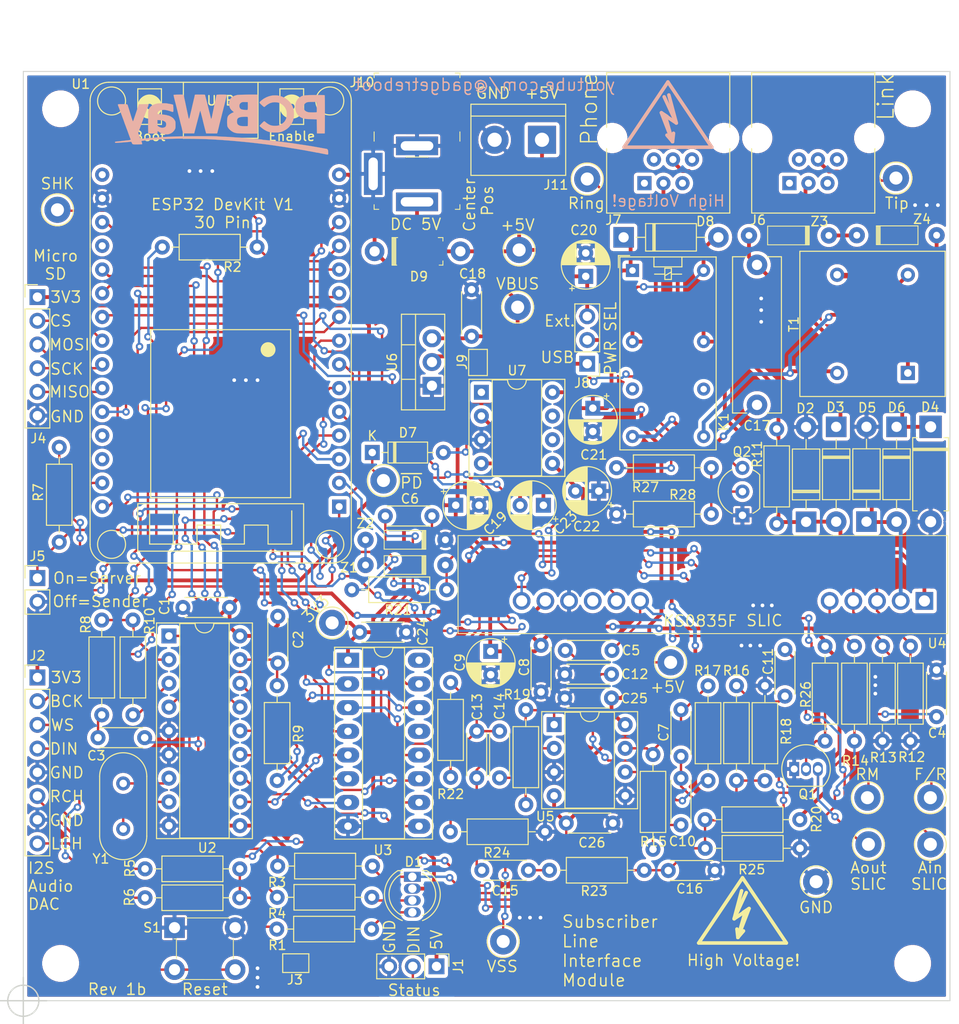
<source format=kicad_pcb>
(kicad_pcb (version 20171130) (host pcbnew "(5.1.2-1)-1")
  (layers (0 F.Cu signal) (31 B.Cu signal) (34 B.Paste user) (35 F.Paste user) (36 B.SilkS user) (37 F.SilkS user) (38 B.Mask user hide) (39 F.Mask user hide) (44 Edge.Cuts user))
  (net 0 "")
  (net 1 GNDREF)
  (net 2 /F_R)
  (net 3 /RM)
  (net 4 /SHK)
  (net 5 +5V)
  (net 6 +3V3)
  (net 7 "/KS0835F SLIC/~PD")
  (net 8 "Net-(K1-Pad6)")
  (net 9 "Net-(K1-Pad11)")
  (net 10 "Net-(K1-Pad9)")
  (net 11 /RouteCall)
  (net 12 "Net-(C4-Pad1)")
  (net 13 "Net-(C14-Pad1)")
  (net 14 "Net-(C13-Pad2)")
  (net 15 /Q2)
  (net 16 /Q3)
  (net 17 /Q4)
  (net 18 /SD)
  (net 19 /Q1)
  (net 20 "Net-(C2-Pad2)")
  (net 21 /Audio_In)
  (net 22 "Net-(C3-Pad1)")
  (net 23 "/KS0835F SLIC/SLIC_Ain")
  (net 24 "Net-(C5-Pad2)")
  (net 25 "Net-(C6-Pad2)")
  (net 26 "/KS0835F SLIC/SLIC_Aout")
  (net 27 "Net-(C10-Pad2)")
  (net 28 "Net-(C7-Pad1)")
  (net 29 "Net-(C10-Pad1)")
  (net 30 "/KS0835F SLIC/Audio_In")
  (net 31 "Net-(C11-Pad2)")
  (net 32 "Net-(C13-Pad1)")
  (net 33 "Net-(C15-Pad1)")
  (net 34 "Net-(C17-Pad1)")
  (net 35 "Net-(C17-Pad2)")
  (net 36 VSS)
  (net 37 "Net-(D1-Pad1)")
  (net 38 "Net-(D1-Pad3)")
  (net 39 "Net-(D1-Pad4)")
  (net 40 "/KS0835F SLIC/Ring")
  (net 41 "Net-(D3-Pad1)")
  (net 42 "/KS0835F SLIC/Tip")
  (net 43 "Net-(D7-Pad2)")
  (net 44 "Net-(D8-Pad2)")
  (net 45 VBUS)
  (net 46 /I2S_BCLK)
  (net 47 /I2S_LRC)
  (net 48 /I2S_DOUT)
  (net 49 "/Phone Line Interface/Ring_Sw")
  (net 50 "/Phone Line Interface/Tip_Sw")
  (net 51 "Net-(J5-Pad1)")
  (net 52 /SPI_CS)
  (net 53 /SPI_MOSI)
  (net 54 /SPI_SCK)
  (net 55 /SPI_MISO)
  (net 56 /A_Mute)
  (net 57 "Net-(Q2-Pad2)")
  (net 58 /LED_R)
  (net 59 /LED_G)
  (net 60 /LED_B)
  (net 61 "/KS0835F SLIC/SHK_Out")
  (net 62 "Net-(U2-Pad1)")
  (net 63 "Net-(U2-Pad11)")
  (net 64 "Net-(U2-Pad12)")
  (net 65 "Net-(U2-Pad13)")
  (net 66 "Net-(U2-Pad14)")
  (net 67 "Net-(U2-Pad15)")
  (net 68 "Net-(U2-Pad7)")
  (net 69 "Net-(U2-Pad8)")
  (net 70 "Net-(U4-Pad8)")
  (net 71 "Net-(Z1-PadA)")
  (net 72 "Net-(S1-Pad3)")
  (net 73 "Net-(U1-Pad16)")
  (net 74 "Net-(U1-Pad19)")
  (net 75 "Net-(U1-Pad27)")
  (net 76 "Net-(U1-Pad28)")
  (net 77 "Net-(J6-Pad1)")
  (net 78 "Net-(J6-Pad2)")
  (net 79 "Net-(J6-Pad5)")
  (net 80 "Net-(J6-Pad6)")
  (net 81 "Net-(R10-Pad2)")
  (net 82 "Net-(R9-Pad2)")
  (net 83 "Net-(R10-Pad1)")
  (net 84 "Net-(R21-Pad2)")
  (net 85 /RCH)
  (net 86 /LCH)
  (net 87 "Net-(Z3-PadK)")
  (net 88 /SHK_IN)
  (net 89 "/Power Rails/5V_EXT")
  (net 90 "Net-(C23-Pad2)")
  (net 91 "Net-(C23-Pad1)")
  (net 92 "Net-(J7-Pad6)")
  (net 93 "Net-(J7-Pad5)")
  (net 94 "Net-(J7-Pad2)")
  (net 95 "Net-(J7-Pad1)")
  (net 96 "Net-(J9-Pad1)")
  (net 97 "Net-(U7-Pad1)")
  (net 98 "Net-(U7-Pad6)")
  (net 99 "Net-(U7-Pad7)")
  (module Diode_THT:D_DO-15_P10.16mm_Horizontal (layer F.Cu) (at 203.925 66.021 270)
    (fp_text reference D4 (at -2.1 0.05) (layer F.SilkS))
    (fp_text value P6KE82)
    (pad 2 thru_hole oval (at 10.16 0 270) (size 2.4 2.4) (drill 1.2) (layers *.Cu *.Mask) (net 1 GNDREF))
    (pad 1 thru_hole rect (at 0 0 270) (size 2.4 2.4) (drill 1.2) (layers *.Cu *.Mask) (net 41 "Net-(D3-Pad1)"))
  )
  (module footprints:Transformer_600_600 (layer F.Cu) (at 200.236 60.071 270)
    (fp_text reference T1 (at -5.05 10.975 270) (layer F.SilkS))
    (fp_text value 600:600)
    (pad 4 thru_hole circle (at -10.34 -1.25 270) (size 1.52 1.52) (drill 0.81) (layers *.Cu *.Mask) (net 49 "/Phone Line Interface/Ring_Sw"))
    (pad 3 thru_hole circle (at -10.34 6.33 270) (size 1.52 1.52) (drill 0.81) (layers *.Cu *.Mask) (net 50 "/Phone Line Interface/Tip_Sw"))
    (pad 1 thru_hole rect (at 0.18 -1.25 270) (size 1.52 1.52) (drill 0.81) (layers *.Cu *.Mask) (net 34 "Net-(C17-Pad1)"))
    (pad 2 thru_hole circle (at 0.18 6.33 270) (size 1.52 1.52) (drill 0.81) (layers *.Cu *.Mask) (net 10 "Net-(K1-Pad9)"))
  )
  (module Resistor_THT:R_Axial_DIN0207_L6.3mm_D2.5mm_P10.16mm_Horizontal (layer F.Cu) (at 115.061 86.721 270)
    (fp_text reference R8 (at 0.479 1.711 90) (layer F.SilkS))
    (fp_text value 100K)
    (pad 2 thru_hole oval (at 10.16 0 270) (size 1.6 1.6) (drill 0.8) (layers *.Cu *.Mask) (net 22 "Net-(C3-Pad1)"))
    (pad 1 thru_hole circle (at 0 0 270) (size 1.6 1.6) (drill 0.8) (layers *.Cu *.Mask) (net 81 "Net-(R10-Pad2)"))
  )
  (module Resistor_THT:R_Axial_DIN0207_L6.3mm_D2.5mm_P10.16mm_Horizontal (layer F.Cu) (at 133.861 93.746 270)
    (fp_text reference R9 (at 5.154 -2.289 90) (layer F.SilkS))
    (fp_text value 300K)
    (pad 2 thru_hole oval (at 10.16 0 270) (size 1.6 1.6) (drill 0.8) (layers *.Cu *.Mask) (net 82 "Net-(R9-Pad2)"))
    (pad 1 thru_hole circle (at 0 0 270) (size 1.6 1.6) (drill 0.8) (layers *.Cu *.Mask) (net 20 "Net-(C2-Pad2)"))
  )
  (module Resistor_THT:R_Axial_DIN0207_L6.3mm_D2.5mm_P10.16mm_Horizontal (layer F.Cu) (at 118.4 96.875 90)
    (fp_text reference R10 (at 10.05 1.8 90) (layer F.SilkS))
    (fp_text value 100K)
    (pad 2 thru_hole oval (at 10.16 0 90) (size 1.6 1.6) (drill 0.8) (layers *.Cu *.Mask) (net 81 "Net-(R10-Pad2)"))
    (pad 1 thru_hole circle (at 0 0 90) (size 1.6 1.6) (drill 0.8) (layers *.Cu *.Mask) (net 83 "Net-(R10-Pad1)"))
  )
  (module Resistor_THT:R_Axial_DIN0207_L6.3mm_D2.5mm_P10.16mm_Horizontal (layer F.Cu) (at 187.425 66.25 270)
    (fp_text reference R11 (at 2.7 2.1 270) (layer F.SilkS))
    (fp_text value "1 MEG")
    (pad 2 thru_hole oval (at 10.16 0 270) (size 1.6 1.6) (drill 0.8) (layers *.Cu *.Mask) (net 40 "/KS0835F SLIC/Ring"))
    (pad 1 thru_hole circle (at 0 0 270) (size 1.6 1.6) (drill 0.8) (layers *.Cu *.Mask) (net 42 "/KS0835F SLIC/Tip"))
  )
  (module Resistor_THT:R_Axial_DIN0207_L6.3mm_D2.5mm_P10.16mm_Horizontal (layer F.Cu) (at 201.761 89.521 270)
    (fp_text reference R12 (at 11.879 -0.139) (layer F.SilkS))
    (fp_text value 10K)
    (pad 2 thru_hole oval (at 10.16 0 270) (size 1.6 1.6) (drill 0.8) (layers *.Cu *.Mask) (net 1 GNDREF))
    (pad 1 thru_hole circle (at 0 0 270) (size 1.6 1.6) (drill 0.8) (layers *.Cu *.Mask) (net 2 /F_R))
  )
  (module Resistor_THT:R_Axial_DIN0207_L6.3mm_D2.5mm_P10.16mm_Horizontal (layer F.Cu) (at 198.761 89.521 270)
    (fp_text reference R13 (at 11.929 -0.089) (layer F.SilkS))
    (fp_text value 10K)
    (pad 2 thru_hole oval (at 10.16 0 270) (size 1.6 1.6) (drill 0.8) (layers *.Cu *.Mask) (net 1 GNDREF))
    (pad 1 thru_hole circle (at 0 0 270) (size 1.6 1.6) (drill 0.8) (layers *.Cu *.Mask) (net 3 /RM))
  )
  (module Resistor_THT:R_Axial_DIN0207_L6.3mm_D2.5mm_P10.16mm_Horizontal (layer F.Cu) (at 133.925 113.075)
    (fp_text reference R3 (at -0.075 1.75) (layer F.SilkS))
    (fp_text value 300r)
    (pad 2 thru_hole oval (at 10.16 0) (size 1.6 1.6) (drill 0.8) (layers *.Cu *.Mask) (net 37 "Net-(D1-Pad1)"))
    (pad 1 thru_hole circle (at 0 0) (size 1.6 1.6) (drill 0.8) (layers *.Cu *.Mask) (net 58 /LED_R))
  )
  (module Resistor_THT:R_Axial_DIN0207_L6.3mm_D2.5mm_P10.16mm_Horizontal (layer F.Cu) (at 133.861 116.421)
    (fp_text reference R4 (at -0.011 1.729 180) (layer F.SilkS))
    (fp_text value 300r)
    (pad 2 thru_hole oval (at 10.16 0) (size 1.6 1.6) (drill 0.8) (layers *.Cu *.Mask) (net 38 "Net-(D1-Pad3)"))
    (pad 1 thru_hole circle (at 0 0) (size 1.6 1.6) (drill 0.8) (layers *.Cu *.Mask) (net 59 /LED_G))
  )
  (module Resistor_THT:R_Axial_DIN0207_L6.3mm_D2.5mm_P10.16mm_Horizontal (layer F.Cu) (at 133.825 119.825)
    (fp_text reference R1 (at 0.064 1.729) (layer F.SilkS))
    (fp_text value 300r)
    (pad 2 thru_hole oval (at 10.16 0) (size 1.6 1.6) (drill 0.8) (layers *.Cu *.Mask) (net 39 "Net-(D1-Pad4)"))
    (pad 1 thru_hole circle (at 0 0) (size 1.6 1.6) (drill 0.8) (layers *.Cu *.Mask) (net 60 /LED_B))
  )
  (module Resistor_THT:R_Axial_DIN0207_L6.3mm_D2.5mm_P10.16mm_Horizontal (layer F.Cu) (at 129.861 113.371 180)
    (fp_text reference R5 (at 11.786 0.071 270) (layer F.SilkS))
    (fp_text value 10K)
    (pad 2 thru_hole oval (at 10.16 0 180) (size 1.6 1.6) (drill 0.8) (layers *.Cu *.Mask) (net 85 /RCH))
    (pad 1 thru_hole circle (at 0 0 180) (size 1.6 1.6) (drill 0.8) (layers *.Cu *.Mask) (net 30 "/KS0835F SLIC/Audio_In"))
  )
  (module Resistor_THT:R_Axial_DIN0207_L6.3mm_D2.5mm_P10.16mm_Horizontal (layer F.Cu) (at 129.861 116.471 180)
    (fp_text reference R6 (at 11.836 0.071 90) (layer F.SilkS))
    (fp_text value 10K)
    (pad 2 thru_hole oval (at 10.16 0 180) (size 1.6 1.6) (drill 0.8) (layers *.Cu *.Mask) (net 86 /LCH))
    (pad 1 thru_hole circle (at 0 0 180) (size 1.6 1.6) (drill 0.8) (layers *.Cu *.Mask) (net 30 "/KS0835F SLIC/Audio_In"))
  )
  (module Resistor_THT:R_Axial_DIN0207_L6.3mm_D2.5mm_P10.16mm_Horizontal (layer F.Cu) (at 110.5 78.375 90)
    (fp_text reference R7 (at 5.325 -2.25 90) (layer F.SilkS))
    (fp_text value 10K)
    (pad 2 thru_hole oval (at 10.16 0 90) (size 1.6 1.6) (drill 0.8) (layers *.Cu *.Mask) (net 6 +3V3))
    (pad 1 thru_hole circle (at 0 0 90) (size 1.6 1.6) (drill 0.8) (layers *.Cu *.Mask) (net 51 "Net-(J5-Pad1)"))
  )
  (module Resistor_THT:R_Axial_DIN0207_L6.3mm_D2.5mm_P10.16mm_Horizontal (layer F.Cu) (at 195.761 89.521 270)
    (fp_text reference R14 (at 12.279 -0.1 180) (layer F.SilkS))
    (fp_text value 100r)
    (pad 2 thru_hole oval (at 10.16 0 270) (size 1.6 1.6) (drill 0.8) (layers *.Cu *.Mask) (net 12 "Net-(C4-Pad1)"))
    (pad 1 thru_hole circle (at 0 0 270) (size 1.6 1.6) (drill 0.8) (layers *.Cu *.Mask) (net 61 "/KS0835F SLIC/SHK_Out"))
  )
  (module Resistor_THT:R_Axial_DIN0207_L6.3mm_D2.5mm_P10.16mm_Horizontal (layer F.Cu) (at 174.161 101.121 270)
    (fp_text reference R15 (at 9.35 -0.05 180) (layer F.SilkS))
    (fp_text value 7.5K)
    (pad 2 thru_hole oval (at 10.16 0 270) (size 1.6 1.6) (drill 0.8) (layers *.Cu *.Mask) (net 29 "Net-(C10-Pad1)"))
    (pad 1 thru_hole circle (at 0 0 270) (size 1.6 1.6) (drill 0.8) (layers *.Cu *.Mask) (net 28 "Net-(C7-Pad1)"))
  )
  (module Resistor_THT:R_Axial_DIN0207_L6.3mm_D2.5mm_P10.16mm_Horizontal (layer F.Cu) (at 183.111 93.75 270)
    (fp_text reference R16 (at -1.6 0.011 180) (layer F.SilkS))
    (fp_text value 6.8K)
    (pad 2 thru_hole oval (at 10.16 0 270) (size 1.6 1.6) (drill 0.8) (layers *.Cu *.Mask) (net 27 "Net-(C10-Pad2)"))
    (pad 1 thru_hole circle (at 0 0 270) (size 1.6 1.6) (drill 0.8) (layers *.Cu *.Mask) (net 31 "Net-(C11-Pad2)"))
  )
  (module Resistor_THT:R_Axial_DIN0207_L6.3mm_D2.5mm_P10.16mm_Horizontal (layer F.Cu) (at 180.061 103.921 90)
    (fp_text reference R17 (at 11.771 -0.05) (layer F.SilkS))
    (fp_text value 10K)
    (pad 2 thru_hole oval (at 10.16 0 90) (size 1.6 1.6) (drill 0.8) (layers *.Cu *.Mask) (net 28 "Net-(C7-Pad1)"))
    (pad 1 thru_hole circle (at 0 0 90) (size 1.6 1.6) (drill 0.8) (layers *.Cu *.Mask) (net 23 "/KS0835F SLIC/SLIC_Ain"))
  )
  (module Resistor_THT:R_Axial_DIN0207_L6.3mm_D2.5mm_P10.16mm_Horizontal (layer F.Cu) (at 186.161 103.921 90)
    (fp_text reference R18 (at 5.271 2.289 90) (layer F.SilkS))
    (fp_text value 18K)
    (pad 2 thru_hole oval (at 10.16 0 90) (size 1.6 1.6) (drill 0.8) (layers *.Cu *.Mask) (net 1 GNDREF))
    (pad 1 thru_hole circle (at 0 0 90) (size 1.6 1.6) (drill 0.8) (layers *.Cu *.Mask) (net 27 "Net-(C10-Pad2)"))
  )
  (module Resistor_THT:R_Axial_DIN0207_L6.3mm_D2.5mm_P10.16mm_Horizontal (layer F.Cu) (at 160.525 96.325 270)
    (fp_text reference R19 (at -1.621 0.936 180) (layer F.SilkS))
    (fp_text value 7.5K)
    (pad 2 thru_hole oval (at 10.16 0 270) (size 1.6 1.6) (drill 0.8) (layers *.Cu *.Mask) (net 13 "Net-(C14-Pad1)"))
    (pad 1 thru_hole circle (at 0 0 270) (size 1.6 1.6) (drill 0.8) (layers *.Cu *.Mask) (net 32 "Net-(C13-Pad1)"))
  )
  (module Resistor_THT:R_Axial_DIN0207_L6.3mm_D2.5mm_P10.16mm_Horizontal (layer F.Cu) (at 189.9 108.1 180)
    (fp_text reference R20 (at -1.8 0.05 90) (layer F.SilkS))
    (fp_text value 15K)
    (pad 2 thru_hole oval (at 10.16 0 180) (size 1.6 1.6) (drill 0.8) (layers *.Cu *.Mask) (net 21 /Audio_In))
    (pad 1 thru_hole circle (at 0 0 180) (size 1.6 1.6) (drill 0.8) (layers *.Cu *.Mask) (net 6 +3V3))
  )
  (module Resistor_THT:R_Axial_DIN0207_L6.3mm_D2.5mm_P10.16mm_Horizontal (layer F.Cu) (at 141.875 83.475)
    (fp_text reference R21 (at 4.95 2.175) (layer F.SilkS))
    (fp_text value 100r)
    (pad 2 thru_hole oval (at 10.16 0) (size 1.6 1.6) (drill 0.8) (layers *.Cu *.Mask) (net 84 "Net-(R21-Pad2)"))
    (pad 1 thru_hole circle (at 0 0) (size 1.6 1.6) (drill 0.8) (layers *.Cu *.Mask) (net 26 "/KS0835F SLIC/SLIC_Aout"))
  )
  (module Resistor_THT:R_Axial_DIN0207_L6.3mm_D2.5mm_P10.16mm_Horizontal (layer F.Cu) (at 152.461 103.571 90)
    (fp_text reference R22 (at -1.8 0 180) (layer F.SilkS))
    (fp_text value 6.8K)
    (pad 2 thru_hole oval (at 10.16 0 90) (size 1.6 1.6) (drill 0.8) (layers *.Cu *.Mask) (net 14 "Net-(C13-Pad2)"))
    (pad 1 thru_hole circle (at 0 0 90) (size 1.6 1.6) (drill 0.8) (layers *.Cu *.Mask) (net 84 "Net-(R21-Pad2)"))
  )
  (module Resistor_THT:R_Axial_DIN0207_L6.3mm_D2.5mm_P10.16mm_Horizontal (layer F.Cu) (at 163.061 113.521)
    (fp_text reference R23 (at 4.789 2.229) (layer F.SilkS))
    (fp_text value 10K)
    (pad 2 thru_hole oval (at 10.16 0) (size 1.6 1.6) (drill 0.8) (layers *.Cu *.Mask) (net 21 /Audio_In))
    (pad 1 thru_hole circle (at 0 0) (size 1.6 1.6) (drill 0.8) (layers *.Cu *.Mask) (net 33 "Net-(C15-Pad1)"))
  )
  (module Resistor_THT:R_Axial_DIN0207_L6.3mm_D2.5mm_P10.16mm_Horizontal (layer F.Cu) (at 152.425 109.4)
    (fp_text reference R24 (at 5 2.25) (layer F.SilkS))
    (fp_text value 18K)
    (pad 2 thru_hole oval (at 10.16 0) (size 1.6 1.6) (drill 0.8) (layers *.Cu *.Mask) (net 1 GNDREF))
    (pad 1 thru_hole circle (at 0 0) (size 1.6 1.6) (drill 0.8) (layers *.Cu *.Mask) (net 14 "Net-(C13-Pad2)"))
  )
  (module Resistor_THT:R_Axial_DIN0207_L6.3mm_D2.5mm_P10.16mm_Horizontal (layer F.Cu) (at 179.761 111.171)
    (fp_text reference R25 (at 4.989 2.279) (layer F.SilkS))
    (fp_text value 7.5K)
    (pad 2 thru_hole oval (at 10.16 0) (size 1.6 1.6) (drill 0.8) (layers *.Cu *.Mask) (net 1 GNDREF))
    (pad 1 thru_hole circle (at 0 0) (size 1.6 1.6) (drill 0.8) (layers *.Cu *.Mask) (net 21 /Audio_In))
  )
  (module Resistor_THT:R_Axial_DIN0207_L6.3mm_D2.5mm_P10.16mm_Horizontal (layer F.Cu) (at 192.611 89.521 270)
    (fp_text reference R26 (at 5.179 2.061 270) (layer F.SilkS))
    (fp_text value 10K)
    (pad 2 thru_hole oval (at 10.16 0 270) (size 1.6 1.6) (drill 0.8) (layers *.Cu *.Mask) (net 56 /A_Mute))
    (pad 1 thru_hole circle (at 0 0 270) (size 1.6 1.6) (drill 0.8) (layers *.Cu *.Mask) (net 6 +3V3))
  )
  (module Resistor_THT:R_Axial_DIN0207_L6.3mm_D2.5mm_P10.16mm_Horizontal (layer F.Cu) (at 170.25 75.371)
    (fp_text reference R28 (at 7.1 -2.071) (layer F.SilkS))
    (fp_text value 100K)
    (pad 2 thru_hole oval (at 10.16 0) (size 1.6 1.6) (drill 0.8) (layers *.Cu *.Mask) (net 57 "Net-(Q2-Pad2)"))
    (pad 1 thru_hole circle (at 0 0) (size 1.6 1.6) (drill 0.8) (layers *.Cu *.Mask) (net 1 GNDREF))
  )
  (module Resistor_THT:R_Axial_DIN0207_L6.3mm_D2.5mm_P10.16mm_Horizontal (layer F.Cu) (at 131.711 46.771 180)
    (fp_text reference R2 (at 2.636 -2.129) (layer F.SilkS))
    (fp_text value 10K)
    (pad 2 thru_hole oval (at 10.16 0 180) (size 1.6 1.6) (drill 0.8) (layers *.Cu *.Mask) (net 4 /SHK))
    (pad 1 thru_hole circle (at 0 0 180) (size 1.6 1.6) (drill 0.8) (layers *.Cu *.Mask) (net 88 /SHK_IN))
  )
  (module Resistor_THT:R_Axial_DIN0207_L6.3mm_D2.5mm_P10.16mm_Horizontal (layer F.Cu) (at 170.25 70.4)
    (fp_text reference R27 (at 3.1 2.1) (layer F.SilkS))
    (fp_text value 1K)
    (pad 2 thru_hole oval (at 10.16 0) (size 1.6 1.6) (drill 0.8) (layers *.Cu *.Mask) (net 57 "Net-(Q2-Pad2)"))
    (pad 1 thru_hole circle (at 0 0) (size 1.6 1.6) (drill 0.8) (layers *.Cu *.Mask) (net 11 /RouteCall))
  )
  (module TerminalBlock:TerminalBlock_bornier-2_P5.08mm (layer F.Cu) (at 162.261 35.271 180)
    (fp_text reference J11 (at -1.489 -4.829) (layer F.SilkS))
    (fp_text value Screw_Terminal_01x02)
    (pad 1 thru_hole rect (at 0 0 180) (size 3 3) (drill 1.52) (layers *.Cu *.Mask) (net 89 "/Power Rails/5V_EXT"))
    (pad 2 thru_hole circle (at 5.08 0 180) (size 3 3) (drill 1.52) (layers *.Cu *.Mask) (net 1 GNDREF))
  )
  (module footprints:Symbol_HighVoltage_Silk_Top (layer B.Cu) (at 175.761 33.271 180)
    (fp_text reference REF** hide)
    (fp_text value Symbol_HighVoltage_Type2_CopperTop_VerySmall)
  )
  (module footprints:Symbol_HighVoltage_Silk_Top (layer F.Cu) (at 183.761 118.521)
    (fp_text reference REF** hide)
    (fp_text value Symbol_HighVoltage_Type2_CopperTop_VerySmall)
  )
  (module footprints:KS0835F (layer F.Cu) (at 203.261 84.671 270)
    (fp_text reference U4 (at 4.55 -1.35 180) (layer F.SilkS))
    (fp_text value KS0835F)
    (pad 1 thru_hole rect (at 0 0 270) (size 1.9 1.9) (drill 1.2) (layers *.Cu *.Mask) (net 40 "/KS0835F SLIC/Ring"))
    (pad 2 thru_hole oval (at 0 2.54 270) (size 1.9 1.9) (drill 1.2) (layers *.Cu *.Mask) (net 42 "/KS0835F SLIC/Tip"))
    (pad 3 thru_hole oval (at 0 5.08 270) (size 1.9 1.9) (drill 1.2) (layers *.Cu *.Mask) (net 2 /F_R))
    (pad 4 thru_hole oval (at 0 7.62 270) (size 1.9 1.9) (drill 1.2) (layers *.Cu *.Mask) (net 3 /RM))
    (pad 5 thru_hole oval (at 0 10.16 270) (size 1.9 1.9) (drill 1.2) (layers *.Cu *.Mask) (net 61 "/KS0835F SLIC/SHK_Out"))
    (pad 6 thru_hole oval (at 0 30.48 270) (size 1.9 1.9) (drill 1.2) (layers *.Cu *.Mask) (net 24 "Net-(C5-Pad2)"))
    (pad 7 thru_hole oval (at 0 33.02 270) (size 1.9 1.9) (drill 1.2) (layers *.Cu *.Mask) (net 25 "Net-(C6-Pad2)"))
    (pad 8 thru_hole oval (at 0 35.56 270) (size 1.9 1.9) (drill 1.2) (layers *.Cu *.Mask) (net 70 "Net-(U4-Pad8)"))
    (pad 9 thru_hole oval (at 0 38.1 270) (size 1.9 1.9) (drill 1.2) (layers *.Cu *.Mask) (net 1 GNDREF))
    (pad 10 thru_hole oval (at 0 40.64 270) (size 1.9 1.9) (drill 1.2) (layers *.Cu *.Mask) (net 6 +3V3))
    (pad 11 thru_hole oval (at 0 43.18 270) (size 1.9 1.9) (drill 1.2) (layers *.Cu *.Mask) (net 43 "Net-(D7-Pad2)"))
  )
  (module "_Custom_Footprints:pcb way logo" (layer B.Cu) (at 127.911 34.321 180)
    (fp_text reference G*** hide)
    (fp_text value LOGO hide)
  )
  (module Capacitor_THT:CP_Radial_D5.0mm_P2.50mm (layer F.Cu) (at 156.761 90.071 270)
    (fp_text reference C9 (at 1.2 3.3 270) (layer F.SilkS))
    (fp_text value 10uF)
    (pad 1 thru_hole rect (at 0 0 270) (size 1.6 1.6) (drill 0.8) (layers *.Cu *.Mask) (net 6 +3V3))
    (pad 2 thru_hole circle (at 2.5 0 270) (size 1.6 1.6) (drill 0.8) (layers *.Cu *.Mask) (net 1 GNDREF))
  )
  (module Diode_THT:D_DO-41_SOD81_P10.16mm_Horizontal (layer F.Cu) (at 190.575 76.2 90)
    (fp_text reference D2 (at 12.15 -0.075) (layer F.SilkS))
    (fp_text value 1N4004)
    (pad 2 thru_hole oval (at 10.16 0 90) (size 2.2 2.2) (drill 1.1) (layers *.Cu *.Mask) (net 1 GNDREF))
    (pad 1 thru_hole rect (at 0 0 90) (size 2.2 2.2) (drill 1.1) (layers *.Cu *.Mask) (net 40 "/KS0835F SLIC/Ring"))
  )
  (module Diode_THT:D_DO-41_SOD81_P10.16mm_Horizontal (layer F.Cu) (at 193.8 66.021 270)
    (fp_text reference D3 (at -2.1 0.075) (layer F.SilkS))
    (fp_text value 1N4004)
    (pad 2 thru_hole oval (at 10.16 0 270) (size 2.2 2.2) (drill 1.1) (layers *.Cu *.Mask) (net 40 "/KS0835F SLIC/Ring"))
    (pad 1 thru_hole rect (at 0 0 270) (size 2.2 2.2) (drill 1.1) (layers *.Cu *.Mask) (net 41 "Net-(D3-Pad1)"))
  )
  (module Diode_THT:D_DO-41_SOD81_P10.16mm_Horizontal (layer F.Cu) (at 197.05 76.175 90)
    (fp_text reference D5 (at 12.2 0.075) (layer F.SilkS))
    (fp_text value 1N4004)
    (pad 1 thru_hole rect (at 0 0 90) (size 2.2 2.2) (drill 1.1) (layers *.Cu *.Mask) (net 42 "/KS0835F SLIC/Tip"))
    (pad 2 thru_hole oval (at 10.16 0 90) (size 2.2 2.2) (drill 1.1) (layers *.Cu *.Mask) (net 1 GNDREF))
  )
  (module Diode_THT:D_DO-41_SOD81_P10.16mm_Horizontal (layer F.Cu) (at 200.275 66.021 270)
    (fp_text reference D6 (at -2.075 -0.025) (layer F.SilkS))
    (fp_text value 1N4004)
    (pad 2 thru_hole oval (at 10.16 0 270) (size 2.2 2.2) (drill 1.1) (layers *.Cu *.Mask) (net 42 "/KS0835F SLIC/Tip"))
    (pad 1 thru_hole rect (at 0 0 270) (size 2.2 2.2) (drill 1.1) (layers *.Cu *.Mask) (net 41 "Net-(D3-Pad1)"))
  )
  (module Diode_THT:D_DO-35_SOD27_P7.62mm_Horizontal (layer F.Cu) (at 144.061 68.771)
    (fp_text reference D7 (at 3.81 -2.12) (layer F.SilkS))
    (fp_text value 1N4148)
    (fp_text user K (at 0 -1.8) (layer F.SilkS))
    (pad 1 thru_hole rect (at 0 0) (size 1.6 1.6) (drill 0.8) (layers *.Cu *.Mask) (net 7 "/KS0835F SLIC/~PD"))
    (pad 2 thru_hole oval (at 7.62 0) (size 1.6 1.6) (drill 0.8) (layers *.Cu *.Mask) (net 43 "Net-(D7-Pad2)"))
  )
  (module MountingHole:MountingHole_3.2mm_M3 (layer F.Cu) (at 110.661 30.921)
    (fp_text reference MH1 hide)
    (fp_text value MountingHole)
    (pad "" np_thru_hole circle (at -0.011 1.029) (size 3.2 3.2) (drill 3.2) (layers *.Cu *.Mask))
  )
  (module MountingHole:MountingHole_3.2mm_M3 (layer F.Cu) (at 201.261 23.771)
    (fp_text reference MH2 hide)
    (fp_text value MountingHole)
    (pad "" np_thru_hole circle (at 0.739 8.179) (size 3.2 3.2) (drill 3.2) (layers *.Cu *.Mask))
  )
  (module MountingHole:MountingHole_3.2mm_M3 (layer F.Cu) (at 110.511 123.521)
    (fp_text reference MH3 hide)
    (fp_text value MountingHole)
    (pad "" np_thru_hole circle (at 0.139 -0.021) (size 3.2 3.2) (drill 3.2) (layers *.Cu *.Mask))
  )
  (module MountingHole:MountingHole_3.2mm_M3 (layer F.Cu) (at 201.511 123.021)
    (fp_text reference MH4 hide)
    (fp_text value MountingHole)
    (pad "" np_thru_hole circle (at 0.489 0.479) (size 3.2 3.2) (drill 3.2) (layers *.Cu *.Mask))
  )
  (module Package_DIP:DIP-18_W7.62mm_Socket (layer F.Cu) (at 122.261 88.421)
    (fp_text reference U2 (at 4.1 22.7) (layer F.SilkS))
    (fp_text value MT8870DE)
    (pad 1 thru_hole rect (at 0 0) (size 1.6 1.6) (drill 0.8) (layers *.Cu *.Mask) (net 62 "Net-(U2-Pad1)"))
    (pad 10 thru_hole oval (at 7.62 20.32) (size 1.6 1.6) (drill 0.8) (layers *.Cu *.Mask) (net 5 +5V))
    (pad 2 thru_hole oval (at 0 2.54) (size 1.6 1.6) (drill 0.8) (layers *.Cu *.Mask) (net 81 "Net-(R10-Pad2)"))
    (pad 11 thru_hole oval (at 7.62 17.78) (size 1.6 1.6) (drill 0.8) (layers *.Cu *.Mask) (net 63 "Net-(U2-Pad11)"))
    (pad 3 thru_hole oval (at 0 5.08) (size 1.6 1.6) (drill 0.8) (layers *.Cu *.Mask) (net 83 "Net-(R10-Pad1)"))
    (pad 12 thru_hole oval (at 7.62 15.24) (size 1.6 1.6) (drill 0.8) (layers *.Cu *.Mask) (net 64 "Net-(U2-Pad12)"))
    (pad 4 thru_hole oval (at 0 7.62) (size 1.6 1.6) (drill 0.8) (layers *.Cu *.Mask) (net 62 "Net-(U2-Pad1)"))
    (pad 13 thru_hole oval (at 7.62 12.7) (size 1.6 1.6) (drill 0.8) (layers *.Cu *.Mask) (net 65 "Net-(U2-Pad13)"))
    (pad 5 thru_hole oval (at 0 10.16) (size 1.6 1.6) (drill 0.8) (layers *.Cu *.Mask) (net 1 GNDREF))
    (pad 14 thru_hole oval (at 7.62 10.16) (size 1.6 1.6) (drill 0.8) (layers *.Cu *.Mask) (net 66 "Net-(U2-Pad14)"))
    (pad 6 thru_hole oval (at 0 12.7) (size 1.6 1.6) (drill 0.8) (layers *.Cu *.Mask) (net 1 GNDREF))
    (pad 15 thru_hole oval (at 7.62 7.62) (size 1.6 1.6) (drill 0.8) (layers *.Cu *.Mask) (net 67 "Net-(U2-Pad15)"))
    (pad 7 thru_hole oval (at 0 15.24) (size 1.6 1.6) (drill 0.8) (layers *.Cu *.Mask) (net 68 "Net-(U2-Pad7)"))
    (pad 16 thru_hole oval (at 7.62 5.08) (size 1.6 1.6) (drill 0.8) (layers *.Cu *.Mask) (net 82 "Net-(R9-Pad2)"))
    (pad 8 thru_hole oval (at 0 17.78) (size 1.6 1.6) (drill 0.8) (layers *.Cu *.Mask) (net 69 "Net-(U2-Pad8)"))
    (pad 17 thru_hole oval (at 7.62 2.54) (size 1.6 1.6) (drill 0.8) (layers *.Cu *.Mask) (net 20 "Net-(C2-Pad2)"))
    (pad 9 thru_hole oval (at 0 20.32) (size 1.6 1.6) (drill 0.8) (layers *.Cu *.Mask) (net 1 GNDREF))
    (pad 18 thru_hole oval (at 7.62 0) (size 1.6 1.6) (drill 0.8) (layers *.Cu *.Mask) (net 5 +5V))
  )
  (module Crystal:Crystal_HC49-4H_Vertical (layer F.Cu) (at 117.361 104.220999 270)
    (fp_text reference Y1 (at 8.079001 2.386 180) (layer F.SilkS))
    (fp_text value "3.579545 MHz")
    (pad 1 thru_hole circle (at 0 0 270) (size 1.5 1.5) (drill 0.8) (layers *.Cu *.Mask) (net 68 "Net-(U2-Pad7)"))
    (pad 2 thru_hole circle (at 4.88 0 270) (size 1.5 1.5) (drill 0.8) (layers *.Cu *.Mask) (net 69 "Net-(U2-Pad8)"))
  )
  (module Capacitor_THT:C_Disc_D4.3mm_W1.9mm_P5.00mm (layer F.Cu) (at 133.936 86.321 270)
    (fp_text reference C2 (at 2.5 -2.2 90) (layer F.SilkS))
    (fp_text value 100nF)
    (pad 2 thru_hole circle (at 5 0 270) (size 1.6 1.6) (drill 0.8) (layers *.Cu *.Mask) (net 20 "Net-(C2-Pad2)"))
    (pad 1 thru_hole circle (at 0 0 270) (size 1.6 1.6) (drill 0.8) (layers *.Cu *.Mask) (net 5 +5V))
  )
  (module Capacitor_THT:C_Disc_D4.3mm_W1.9mm_P5.00mm (layer F.Cu) (at 114.661 99.321)
    (fp_text reference C3 (at -0.186 1.929) (layer F.SilkS))
    (fp_text value 100nF)
    (pad 2 thru_hole circle (at 5 0) (size 1.6 1.6) (drill 0.8) (layers *.Cu *.Mask) (net 21 /Audio_In))
    (pad 1 thru_hole circle (at 0 0) (size 1.6 1.6) (drill 0.8) (layers *.Cu *.Mask) (net 22 "Net-(C3-Pad1)"))
  )
  (module Capacitor_THT:C_Disc_D4.3mm_W1.9mm_P5.00mm (layer F.Cu) (at 164.761 89.971)
    (fp_text reference C5 (at 7.05 0 180) (layer F.SilkS))
    (fp_text value 100nF)
    (pad 1 thru_hole circle (at 0 0) (size 1.6 1.6) (drill 0.8) (layers *.Cu *.Mask) (net 23 "/KS0835F SLIC/SLIC_Ain"))
    (pad 2 thru_hole circle (at 5 0) (size 1.6 1.6) (drill 0.8) (layers *.Cu *.Mask) (net 24 "Net-(C5-Pad2)"))
  )
  (module Capacitor_THT:C_Disc_D4.3mm_W1.9mm_P5.00mm (layer F.Cu) (at 145.461 75.571)
    (fp_text reference C6 (at 2.639 -1.846) (layer F.SilkS))
    (fp_text value 100nF)
    (pad 2 thru_hole circle (at 5 0) (size 1.6 1.6) (drill 0.8) (layers *.Cu *.Mask) (net 25 "Net-(C6-Pad2)"))
    (pad 1 thru_hole circle (at 0 0) (size 1.6 1.6) (drill 0.8) (layers *.Cu *.Mask) (net 26 "/KS0835F SLIC/SLIC_Aout"))
  )
  (module Capacitor_THT:C_Disc_D4.3mm_W1.9mm_P5.00mm (layer F.Cu) (at 162.161 89.421 270)
    (fp_text reference C8 (at 2.35 1.8 90) (layer F.SilkS))
    (fp_text value 100nF)
    (pad 2 thru_hole circle (at 5 0 270) (size 1.6 1.6) (drill 0.8) (layers *.Cu *.Mask) (net 1 GNDREF))
    (pad 1 thru_hole circle (at 0 0 270) (size 1.6 1.6) (drill 0.8) (layers *.Cu *.Mask) (net 6 +3V3))
  )
  (module Capacitor_THT:C_Disc_D4.3mm_W1.9mm_P5.00mm (layer F.Cu) (at 128.761 85.371 180)
    (fp_text reference C1 (at 6.975 0.15 270) (layer F.SilkS))
    (fp_text value 100nF)
    (pad 1 thru_hole circle (at 0 0 180) (size 1.6 1.6) (drill 0.8) (layers *.Cu *.Mask) (net 5 +5V))
    (pad 2 thru_hole circle (at 5 0 180) (size 1.6 1.6) (drill 0.8) (layers *.Cu *.Mask) (net 1 GNDREF))
  )
  (module Capacitor_THT:C_Disc_D4.3mm_W1.9mm_P5.00mm (layer F.Cu) (at 204.561 97.071 90)
    (fp_text reference C4 (at -1.75 0.05 180) (layer F.SilkS))
    (fp_text value 100nF)
    (pad 1 thru_hole circle (at 0 0 90) (size 1.6 1.6) (drill 0.8) (layers *.Cu *.Mask) (net 12 "Net-(C4-Pad1)"))
    (pad 2 thru_hole circle (at 5 0 90) (size 1.6 1.6) (drill 0.8) (layers *.Cu *.Mask) (net 1 GNDREF))
  )
  (module Capacitor_THT:C_Disc_D4.3mm_W1.9mm_P5.00mm (layer F.Cu) (at 177.161 96.321 270)
    (fp_text reference C7 (at 2.45 1.85 270) (layer F.SilkS))
    (fp_text value 6.8nF)
    (pad 2 thru_hole circle (at 5 0 270) (size 1.6 1.6) (drill 0.8) (layers *.Cu *.Mask) (net 27 "Net-(C10-Pad2)"))
    (pad 1 thru_hole circle (at 0 0 270) (size 1.6 1.6) (drill 0.8) (layers *.Cu *.Mask) (net 28 "Net-(C7-Pad1)"))
  )
  (module Capacitor_THT:C_Disc_D4.3mm_W1.9mm_P5.00mm (layer F.Cu) (at 177.161 108.671 90)
    (fp_text reference C10 (at -1.75 0.15 180) (layer F.SilkS))
    (fp_text value 100nF)
    (pad 1 thru_hole circle (at 0 0 90) (size 1.6 1.6) (drill 0.8) (layers *.Cu *.Mask) (net 29 "Net-(C10-Pad1)"))
    (pad 2 thru_hole circle (at 5 0 90) (size 1.6 1.6) (drill 0.8) (layers *.Cu *.Mask) (net 27 "Net-(C10-Pad2)"))
  )
  (module Capacitor_THT:C_Disc_D4.3mm_W1.9mm_P5.00mm (layer F.Cu) (at 188.311 89.871 270)
    (fp_text reference C11 (at 1.279 1.811 90) (layer F.SilkS))
    (fp_text value 100nF)
    (pad 1 thru_hole circle (at 0 0 270) (size 1.6 1.6) (drill 0.8) (layers *.Cu *.Mask) (net 30 "/KS0835F SLIC/Audio_In"))
    (pad 2 thru_hole circle (at 5 0 270) (size 1.6 1.6) (drill 0.8) (layers *.Cu *.Mask) (net 31 "Net-(C11-Pad2)"))
  )
  (module Capacitor_THT:C_Disc_D4.3mm_W1.9mm_P5.00mm (layer F.Cu) (at 169.711 92.521 180)
    (fp_text reference C12 (at -2.5 0) (layer F.SilkS))
    (fp_text value 1nF)
    (pad 2 thru_hole circle (at 5 0 180) (size 1.6 1.6) (drill 0.8) (layers *.Cu *.Mask) (net 1 GNDREF))
    (pad 1 thru_hole circle (at 0 0 180) (size 1.6 1.6) (drill 0.8) (layers *.Cu *.Mask) (net 23 "/KS0835F SLIC/SLIC_Ain"))
  )
  (module Capacitor_THT:C_Disc_D4.3mm_W1.9mm_P5.00mm (layer F.Cu) (at 155.261 103.621 90)
    (fp_text reference C13 (at 7.6 0.05 270) (layer F.SilkS))
    (fp_text value 6.8nF)
    (pad 1 thru_hole circle (at 0 0 90) (size 1.6 1.6) (drill 0.8) (layers *.Cu *.Mask) (net 32 "Net-(C13-Pad1)"))
    (pad 2 thru_hole circle (at 5 0 90) (size 1.6 1.6) (drill 0.8) (layers *.Cu *.Mask) (net 14 "Net-(C13-Pad2)"))
  )
  (module Capacitor_THT:C_Disc_D4.3mm_W1.9mm_P5.00mm (layer F.Cu) (at 157.711 103.621 90)
    (fp_text reference C14 (at 7.65 0 270) (layer F.SilkS))
    (fp_text value 100nF)
    (pad 2 thru_hole circle (at 5 0 90) (size 1.6 1.6) (drill 0.8) (layers *.Cu *.Mask) (net 14 "Net-(C13-Pad2)"))
    (pad 1 thru_hole circle (at 0 0 90) (size 1.6 1.6) (drill 0.8) (layers *.Cu *.Mask) (net 13 "Net-(C14-Pad1)"))
  )
  (module Capacitor_THT:C_Disc_D4.3mm_W1.9mm_P5.00mm (layer F.Cu) (at 160.811 113.521 180)
    (fp_text reference C15 (at 2.5 -2.2) (layer F.SilkS))
    (fp_text value 100nF)
    (pad 2 thru_hole circle (at 5 0 180) (size 1.6 1.6) (drill 0.8) (layers *.Cu *.Mask) (net 32 "Net-(C13-Pad1)"))
    (pad 1 thru_hole circle (at 0 0 180) (size 1.6 1.6) (drill 0.8) (layers *.Cu *.Mask) (net 33 "Net-(C15-Pad1)"))
  )
  (module Capacitor_THT:C_Disc_D4.3mm_W1.9mm_P5.00mm (layer F.Cu) (at 175.8 113.55)
    (fp_text reference C16 (at 2.3 1.95) (layer F.SilkS))
    (fp_text value 1nF)
    (pad 1 thru_hole circle (at 0 0) (size 1.6 1.6) (drill 0.8) (layers *.Cu *.Mask) (net 21 /Audio_In))
    (pad 2 thru_hole circle (at 5 0) (size 1.6 1.6) (drill 0.8) (layers *.Cu *.Mask) (net 1 GNDREF))
  )
  (module Capacitor_THT:C_Rect_L16.5mm_W5.0mm_P15.00mm_MKT (layer F.Cu) (at 185.311 48.671 270)
    (fp_text reference C17 (at 17.225 0 180) (layer F.SilkS))
    (fp_text value "1uF 250V")
    (pad 1 thru_hole circle (at 0 0 270) (size 2.2 2.2) (drill 1.1) (layers *.Cu *.Mask) (net 34 "Net-(C17-Pad1)"))
    (pad 2 thru_hole circle (at 15 0 270) (size 2.2 2.2) (drill 1.1) (layers *.Cu *.Mask) (net 35 "Net-(C17-Pad2)"))
  )
  (module Capacitor_THT:C_Disc_D4.3mm_W1.9mm_P5.00mm (layer F.Cu) (at 154.711 56.321 90)
    (fp_text reference C18 (at 6.7 0.1 180) (layer F.SilkS))
    (fp_text value 100nF)
    (pad 2 thru_hole circle (at 5 0 90) (size 1.6 1.6) (drill 0.8) (layers *.Cu *.Mask) (net 1 GNDREF))
    (pad 1 thru_hole circle (at 0 0 90) (size 1.6 1.6) (drill 0.8) (layers *.Cu *.Mask) (net 5 +5V))
  )
  (module Capacitor_THT:CP_Radial_D5.0mm_P2.50mm (layer F.Cu) (at 153.011 74.421)
    (fp_text reference C19 (at 4.25 1.95 45) (layer F.SilkS))
    (fp_text value 10uF)
    (pad 1 thru_hole rect (at 0 0) (size 1.6 1.6) (drill 0.8) (layers *.Cu *.Mask) (net 6 +3V3))
    (pad 2 thru_hole circle (at 2.5 0) (size 1.6 1.6) (drill 0.8) (layers *.Cu *.Mask) (net 1 GNDREF))
  )
  (module Capacitor_THT:CP_Radial_D5.0mm_P2.50mm (layer F.Cu) (at 166.95 49.9 90)
    (fp_text reference C20 (at 4.95 -0.2 180) (layer F.SilkS))
    (fp_text value 10uF)
    (pad 2 thru_hole circle (at 2.5 0 90) (size 1.6 1.6) (drill 0.8) (layers *.Cu *.Mask) (net 1 GNDREF))
    (pad 1 thru_hole rect (at 0 0 90) (size 1.6 1.6) (drill 0.8) (layers *.Cu *.Mask) (net 89 "/Power Rails/5V_EXT"))
  )
  (module Capacitor_THT:CP_Radial_D5.0mm_P2.50mm (layer F.Cu) (at 167.711 64.021 270)
    (fp_text reference C21 (at 5 -0.1 180) (layer F.SilkS))
    (fp_text value 10uF)
    (pad 2 thru_hole circle (at 2.5 0 270) (size 1.6 1.6) (drill 0.8) (layers *.Cu *.Mask) (net 1 GNDREF))
    (pad 1 thru_hole rect (at 0 0 270) (size 1.6 1.6) (drill 0.8) (layers *.Cu *.Mask) (net 5 +5V))
  )
  (module Capacitor_THT:CP_Radial_D5.0mm_P2.50mm (layer F.Cu) (at 168.35 72.9 180)
    (fp_text reference C22 (at 1.3 -3.8 180) (layer F.SilkS))
    (fp_text value 10uF)
    (pad 1 thru_hole rect (at 0 0 180) (size 1.6 1.6) (drill 0.8) (layers *.Cu *.Mask) (net 1 GNDREF))
    (pad 2 thru_hole circle (at 2.5 0 180) (size 1.6 1.6) (drill 0.8) (layers *.Cu *.Mask) (net 36 VSS))
  )
  (module Capacitor_THT:CP_Radial_D5.0mm_P2.50mm (layer F.Cu) (at 162.411 74.421 180)
    (fp_text reference C23 (at -2.35 -1.9 45) (layer F.SilkS))
    (fp_text value 10uF)
    (pad 2 thru_hole circle (at 2.5 0 180) (size 1.6 1.6) (drill 0.8) (layers *.Cu *.Mask) (net 90 "Net-(C23-Pad2)"))
    (pad 1 thru_hole rect (at 0 0 180) (size 1.6 1.6) (drill 0.8) (layers *.Cu *.Mask) (net 91 "Net-(C23-Pad1)"))
  )
  (module Capacitor_THT:C_Disc_D4.3mm_W1.9mm_P5.00mm (layer F.Cu) (at 142.711 88.021)
    (fp_text reference C24 (at 6.764 0.004 90) (layer F.SilkS))
    (fp_text value 100nF)
    (pad 2 thru_hole circle (at 5 0) (size 1.6 1.6) (drill 0.8) (layers *.Cu *.Mask) (net 1 GNDREF))
    (pad 1 thru_hole circle (at 0 0) (size 1.6 1.6) (drill 0.8) (layers *.Cu *.Mask) (net 6 +3V3))
  )
  (module Capacitor_THT:C_Disc_D4.3mm_W1.9mm_P5.00mm (layer F.Cu) (at 169.711 95.071 180)
    (fp_text reference C25 (at -2.45 -0.05) (layer F.SilkS))
    (fp_text value 100nF)
    (pad 1 thru_hole circle (at 0 0 180) (size 1.6 1.6) (drill 0.8) (layers *.Cu *.Mask) (net 5 +5V))
    (pad 2 thru_hole circle (at 5 0 180) (size 1.6 1.6) (drill 0.8) (layers *.Cu *.Mask) (net 1 GNDREF))
  )
  (module Capacitor_THT:C_Disc_D4.3mm_W1.9mm_P5.00mm (layer F.Cu) (at 164.861 108.471)
    (fp_text reference C26 (at 2.75 2.1) (layer F.SilkS))
    (fp_text value 100nF)
    (pad 1 thru_hole circle (at 0 0) (size 1.6 1.6) (drill 0.8) (layers *.Cu *.Mask) (net 36 VSS))
    (pad 2 thru_hole circle (at 5 0) (size 1.6 1.6) (drill 0.8) (layers *.Cu *.Mask) (net 1 GNDREF))
  )
  (module LED_THT:LED_D5.0mm-4_RGB (layer F.Cu) (at 148.361 114.221 270)
    (fp_text reference D1 (at -1.6 -0.15 180) (layer F.SilkS))
    (fp_text value LED_RAGB)
    (pad 1 thru_hole rect (at 0 0 270) (size 1.07 1.8) (drill 0.9) (layers *.Cu *.Mask) (net 37 "Net-(D1-Pad1)"))
    (pad 2 thru_hole oval (at 1.27 0 270) (size 1.07 1.8) (drill 0.9) (layers *.Cu *.Mask) (net 6 +3V3))
    (pad 3 thru_hole oval (at 2.54 0 270) (size 1.07 1.8) (drill 0.9) (layers *.Cu *.Mask) (net 38 "Net-(D1-Pad3)"))
    (pad 4 thru_hole oval (at 3.81 0 270) (size 1.07 1.8) (drill 0.9) (layers *.Cu *.Mask) (net 39 "Net-(D1-Pad4)"))
  )
  (module Diode_THT:D_DO-41_SOD81_P10.16mm_Horizontal (layer F.Cu) (at 171.011 45.721)
    (fp_text reference D8 (at 8.75 -1.7 180) (layer F.SilkS))
    (fp_text value 1N4004)
    (pad 1 thru_hole rect (at 0 0) (size 2.2 2.2) (drill 1.1) (layers *.Cu *.Mask) (net 5 +5V))
    (pad 2 thru_hole oval (at 10.16 0) (size 2.2 2.2) (drill 1.1) (layers *.Cu *.Mask) (net 44 "Net-(D8-Pad2)"))
  )
  (module digikey-footprints:DO-41 (layer F.Cu) (at 144.311 47.221)
    (fp_text reference D9 (at 4.75 2.7) (layer F.SilkS))
    (fp_text value 1N5817)
    (pad A thru_hole circle (at 9.2 0) (size 2.1 2.1) (drill 1.1) (layers *.Cu *.Mask) (net 89 "/Power Rails/5V_EXT"))
    (pad K thru_hole circle (at 0 0) (size 2.1 2.1) (drill 1.1) (layers *.Cu *.Mask) (net 45 VBUS))
  )
  (module Connector_PinHeader_2.54mm:PinHeader_1x08_P2.54mm_Vertical (layer F.Cu) (at 108.161 92.871)
    (fp_text reference J2 (at 0 -2.33) (layer F.SilkS))
    (fp_text value Conn_01x08)
    (pad 1 thru_hole rect (at 0 0) (size 1.7 1.7) (drill 1) (layers *.Cu *.Mask) (net 6 +3V3))
    (pad 2 thru_hole oval (at 0 2.54) (size 1.7 1.7) (drill 1) (layers *.Cu *.Mask) (net 46 /I2S_BCLK))
    (pad 3 thru_hole oval (at 0 5.08) (size 1.7 1.7) (drill 1) (layers *.Cu *.Mask) (net 47 /I2S_LRC))
    (pad 4 thru_hole oval (at 0 7.62) (size 1.7 1.7) (drill 1) (layers *.Cu *.Mask) (net 48 /I2S_DOUT))
    (pad 5 thru_hole oval (at 0 10.16) (size 1.7 1.7) (drill 1) (layers *.Cu *.Mask) (net 1 GNDREF))
    (pad 6 thru_hole oval (at 0 12.7) (size 1.7 1.7) (drill 1) (layers *.Cu *.Mask) (net 85 /RCH))
    (pad 7 thru_hole oval (at 0 15.24) (size 1.7 1.7) (drill 1) (layers *.Cu *.Mask) (net 1 GNDREF))
    (pad 8 thru_hole oval (at 0 17.78) (size 1.7 1.7) (drill 1) (layers *.Cu *.Mask) (net 86 /LCH))
  )
  (module Connector_PinHeader_2.54mm:PinHeader_1x02_P2.54mm_Vertical (layer F.Cu) (at 108.161 82.221)
    (fp_text reference J5 (at 0 -2.33) (layer F.SilkS))
    (fp_text value Conn_01x02)
    (pad 1 thru_hole rect (at 0 0) (size 1.7 1.7) (drill 1) (layers *.Cu *.Mask) (net 51 "Net-(J5-Pad1)"))
    (pad 2 thru_hole oval (at 0 2.54) (size 1.7 1.7) (drill 1) (layers *.Cu *.Mask) (net 1 GNDREF))
  )
  (module footprints:RJ_6p6c (layer F.Cu) (at 194.511 43.971 180)
    (fp_text reference J6 (at 9.1 0.1 180) (layer F.SilkS))
    (fp_text value RJ)
    (pad "" np_thru_hole circle (at 9.17 8.89 180) (size 2.5 2.5) (drill 2.5) (layers *.Cu *.Mask))
    (pad 1 thru_hole rect (at 5.72 4.05 180) (size 1.52 1.52) (drill 0.76) (layers *.Cu *.Mask) (net 77 "Net-(J6-Pad1)"))
    (pad 2 thru_hole circle (at 4.7 6.59 180) (size 1.52 1.52) (drill 0.76) (layers *.Cu *.Mask) (net 78 "Net-(J6-Pad2)"))
    (pad 3 thru_hole circle (at 3.68 4.05 180) (size 1.52 1.52) (drill 0.76) (layers *.Cu *.Mask) (net 49 "/Phone Line Interface/Ring_Sw"))
    (pad 4 thru_hole circle (at 2.66 6.59 180) (size 1.52 1.52) (drill 0.76) (layers *.Cu *.Mask) (net 50 "/Phone Line Interface/Tip_Sw"))
    (pad 5 thru_hole circle (at 1.64 4.05 180) (size 1.52 1.52) (drill 0.76) (layers *.Cu *.Mask) (net 79 "Net-(J6-Pad5)"))
    (pad "" np_thru_hole circle (at -2.83 8.89 180) (size 2.5 2.5) (drill 2.5) (layers *.Cu *.Mask))
    (pad 6 thru_hole circle (at 0.62 6.59 180) (size 1.52 1.52) (drill 0.76) (layers *.Cu *.Mask) (net 80 "Net-(J6-Pad6)"))
  )
  (module footprints:RJ_6p6c (layer F.Cu) (at 178.961 43.971 180)
    (fp_text reference J7 (at 9.05 0.1 180) (layer F.SilkS))
    (fp_text value RJ)
    (pad 6 thru_hole circle (at 0.62 6.59 180) (size 1.52 1.52) (drill 0.76) (layers *.Cu *.Mask) (net 92 "Net-(J7-Pad6)"))
    (pad "" np_thru_hole circle (at -2.83 8.89 180) (size 2.5 2.5) (drill 2.5) (layers *.Cu *.Mask))
    (pad 5 thru_hole circle (at 1.64 4.05 180) (size 1.52 1.52) (drill 0.76) (layers *.Cu *.Mask) (net 93 "Net-(J7-Pad5)"))
    (pad 4 thru_hole circle (at 2.66 6.59 180) (size 1.52 1.52) (drill 0.76) (layers *.Cu *.Mask) (net 42 "/KS0835F SLIC/Tip"))
    (pad 3 thru_hole circle (at 3.68 4.05 180) (size 1.52 1.52) (drill 0.76) (layers *.Cu *.Mask) (net 40 "/KS0835F SLIC/Ring"))
    (pad 2 thru_hole circle (at 4.7 6.59 180) (size 1.52 1.52) (drill 0.76) (layers *.Cu *.Mask) (net 94 "Net-(J7-Pad2)"))
    (pad 1 thru_hole rect (at 5.72 4.05 180) (size 1.52 1.52) (drill 0.76) (layers *.Cu *.Mask) (net 95 "Net-(J7-Pad1)"))
    (pad "" np_thru_hole circle (at 9.17 8.89 180) (size 2.5 2.5) (drill 2.5) (layers *.Cu *.Mask))
  )
  (module Connector_PinHeader_2.54mm:PinHeader_1x03_P2.54mm_Vertical (layer F.Cu) (at 167.111 59.261 180)
    (fp_text reference J8 (at 0.55 -2.06) (layer F.SilkS))
    (fp_text value Conn_01x03)
    (pad 1 thru_hole rect (at 0 0 180) (size 1.7 1.7) (drill 1) (layers *.Cu *.Mask) (net 45 VBUS))
    (pad 2 thru_hole oval (at 0 2.54 180) (size 1.7 1.7) (drill 1) (layers *.Cu *.Mask) (net 5 +5V))
    (pad 3 thru_hole oval (at 0 5.08 180) (size 1.7 1.7) (drill 1) (layers *.Cu *.Mask) (net 89 "/Power Rails/5V_EXT"))
  )
  (module digikey-footprints:Barrel_Jack_5.5mmODx2.1mmID_PJ-202A (layer F.Cu) (at 148.861 38.921)
    (fp_text reference J10 (at -5.9 -9.8) (layer F.SilkS))
    (fp_text value PJ-202A)
    (pad 3 thru_hole rect (at -4.7 0) (size 2 4.5) (drill oval 1 3.5) (layers *.Cu *.Mask) (net 1 GNDREF))
    (pad 1 thru_hole rect (at 0 3) (size 4.5 2) (drill oval 3.5 1) (layers *.Cu *.Mask) (net 89 "/Power Rails/5V_EXT"))
    (pad 2 thru_hole rect (at 0 -3) (size 4.5 2) (drill oval 3.5 1) (layers *.Cu *.Mask) (net 1 GNDREF))
  )
  (module Connector_PinHeader_2.54mm:PinHeader_1x06_P2.54mm_Vertical (layer F.Cu) (at 108.161 52.121)
    (fp_text reference J4 (at 0.1 15.15) (layer F.SilkS))
    (fp_text value Conn_01x06)
    (pad 1 thru_hole rect (at 0 0) (size 1.7 1.7) (drill 1) (layers *.Cu *.Mask) (net 6 +3V3))
    (pad 2 thru_hole oval (at 0 2.54) (size 1.7 1.7) (drill 1) (layers *.Cu *.Mask) (net 52 /SPI_CS))
    (pad 3 thru_hole oval (at 0 5.08) (size 1.7 1.7) (drill 1) (layers *.Cu *.Mask) (net 53 /SPI_MOSI))
    (pad 4 thru_hole oval (at 0 7.62) (size 1.7 1.7) (drill 1) (layers *.Cu *.Mask) (net 54 /SPI_SCK))
    (pad 5 thru_hole oval (at 0 10.16) (size 1.7 1.7) (drill 1) (layers *.Cu *.Mask) (net 55 /SPI_MISO))
    (pad 6 thru_hole oval (at 0 12.7) (size 1.7 1.7) (drill 1) (layers *.Cu *.Mask) (net 1 GNDREF))
  )
  (module Connector_PinHeader_2.54mm:PinHeader_1x03_P2.54mm_Vertical (layer F.Cu) (at 150.951 123.821 270)
    (fp_text reference J1 (at 0 -2.33 90) (layer F.SilkS))
    (fp_text value Conn_01x03)
    (pad 3 thru_hole oval (at 0 5.08 270) (size 1.7 1.7) (drill 1) (layers *.Cu *.Mask) (net 1 GNDREF))
    (pad 2 thru_hole oval (at 0 2.54 270) (size 1.7 1.7) (drill 1) (layers *.Cu *.Mask) (net 37 "Net-(D1-Pad1)"))
    (pad 1 thru_hole rect (at 0 0 270) (size 1.7 1.7) (drill 1) (layers *.Cu *.Mask) (net 5 +5V))
  )
  (module Relay_THT:Relay_DPDT_Omron_G5V-2 (layer F.Cu) (at 171.961 49.271)
    (fp_text reference K1 (at 9.789 16.229 90) (layer F.SilkS))
    (fp_text value HK19F-DC5V-SHG)
    (pad 1 thru_hole rect (at 0 0) (size 1.4 1.4) (drill 0.7) (layers *.Cu *.Mask) (net 5 +5V))
    (pad 16 thru_hole circle (at 7.62 0) (size 1.4 1.4) (drill 0.7) (layers *.Cu *.Mask) (net 44 "Net-(D8-Pad2)"))
    (pad 6 thru_hole circle (at 0 12.69) (size 1.4 1.4) (drill 0.7) (layers *.Cu *.Mask) (net 8 "Net-(K1-Pad6)"))
    (pad 8 thru_hole circle (at 0 17.78) (size 1.4 1.4) (drill 0.7) (layers *.Cu *.Mask) (net 35 "Net-(C17-Pad2)"))
    (pad 4 thru_hole circle (at 0 7.62) (size 1.4 1.4) (drill 0.7) (layers *.Cu *.Mask) (net 40 "/KS0835F SLIC/Ring"))
    (pad 11 thru_hole circle (at 7.63 12.71) (size 1.4 1.4) (drill 0.7) (layers *.Cu *.Mask) (net 9 "Net-(K1-Pad11)"))
    (pad 9 thru_hole circle (at 7.63 17.79) (size 1.4 1.4) (drill 0.7) (layers *.Cu *.Mask) (net 10 "Net-(K1-Pad9)"))
    (pad 13 thru_hole circle (at 7.62 7.62) (size 1.4 1.4) (drill 0.7) (layers *.Cu *.Mask) (net 42 "/KS0835F SLIC/Tip"))
  )
  (module Package_TO_SOT_THT:TO-92_Inline (layer F.Cu) (at 189.3 102.675)
    (fp_text reference Q1 (at 1.45 2.7) (layer F.SilkS))
    (fp_text value 2N7000)
    (pad 2 thru_hole oval (at 1.27 0) (size 1.05 1.5) (drill 0.75) (layers *.Cu *.Mask) (net 56 /A_Mute))
    (pad 3 thru_hole oval (at 2.54 0) (size 1.05 1.5) (drill 0.75) (layers *.Cu *.Mask) (net 21 /Audio_In))
    (pad 1 thru_hole rect (at 0 0) (size 1.05 1.5) (drill 0.75) (layers *.Cu *.Mask) (net 1 GNDREF))
  )
  (module Package_TO_SOT_THT:TO-92_Inline_Wide (layer F.Cu) (at 183.75 75.5 90)
    (fp_text reference Q2 (at 6.8 -0.05 180) (layer F.SilkS))
    (fp_text value 2N3904)
    (pad 2 thru_hole circle (at 2.54 0 180) (size 1.5 1.5) (drill 0.8) (layers *.Cu *.Mask) (net 57 "Net-(Q2-Pad2)"))
    (pad 3 thru_hole circle (at 5.08 0 180) (size 1.5 1.5) (drill 0.8) (layers *.Cu *.Mask) (net 44 "Net-(D8-Pad2)"))
    (pad 1 thru_hole rect (at 0 0 180) (size 1.5 1.5) (drill 0.8) (layers *.Cu *.Mask) (net 1 GNDREF))
  )
  (module Package_DIP:DIP-8_W7.62mm_Socket (layer F.Cu) (at 163.561 97.921)
    (fp_text reference U5 (at -0.95 9.85) (layer F.SilkS))
    (fp_text value LM358)
    (pad 1 thru_hole rect (at 0 0) (size 1.6 1.6) (drill 0.8) (layers *.Cu *.Mask) (net 32 "Net-(C13-Pad1)"))
    (pad 5 thru_hole oval (at 7.62 7.62) (size 1.6 1.6) (drill 0.8) (layers *.Cu *.Mask) (net 1 GNDREF))
    (pad 2 thru_hole oval (at 0 2.54) (size 1.6 1.6) (drill 0.8) (layers *.Cu *.Mask) (net 13 "Net-(C14-Pad1)"))
    (pad 6 thru_hole oval (at 7.62 5.08) (size 1.6 1.6) (drill 0.8) (layers *.Cu *.Mask) (net 29 "Net-(C10-Pad1)"))
    (pad 3 thru_hole oval (at 0 5.08) (size 1.6 1.6) (drill 0.8) (layers *.Cu *.Mask) (net 1 GNDREF))
    (pad 7 thru_hole oval (at 7.62 2.54) (size 1.6 1.6) (drill 0.8) (layers *.Cu *.Mask) (net 28 "Net-(C7-Pad1)"))
    (pad 4 thru_hole oval (at 0 7.62) (size 1.6 1.6) (drill 0.8) (layers *.Cu *.Mask) (net 36 VSS))
    (pad 8 thru_hole oval (at 7.62 0) (size 1.6 1.6) (drill 0.8) (layers *.Cu *.Mask) (net 5 +5V))
  )
  (module Package_TO_SOT_THT:TO-220-3_Vertical (layer F.Cu) (at 150.461 61.621 90)
    (fp_text reference U6 (at 2.54 -4.27 90) (layer F.SilkS))
    (fp_text value LD1117AV33)
    (pad 3 thru_hole oval (at 5.08 0 90) (size 1.905 2) (drill 1.1) (layers *.Cu *.Mask) (net 5 +5V))
    (pad 2 thru_hole oval (at 2.54 0 90) (size 1.905 2) (drill 1.1) (layers *.Cu *.Mask) (net 96 "Net-(J9-Pad1)"))
    (pad 1 thru_hole rect (at 0 0 90) (size 1.905 2) (drill 1.1) (layers *.Cu *.Mask) (net 1 GNDREF))
  )
  (module digikey-footprints:DO-35 (layer F.Cu) (at 151.9 80.825 180)
    (fp_text reference Z1 (at 10.325 -0.275) (layer F.SilkS))
    (fp_text value BZX55B2V4-TAP)
    (pad K thru_hole circle (at 0 0 180) (size 1.733 1.733) (drill 0.733) (layers *.Cu *.Mask) (net 84 "Net-(R21-Pad2)"))
    (pad A thru_hole circle (at 8.56 0 180) (size 1.733 1.733) (drill 0.733) (layers *.Cu *.Mask) (net 71 "Net-(Z1-PadA)"))
  )
  (module digikey-footprints:DO-35 (layer F.Cu) (at 151.9 78.125 180)
    (fp_text reference Z2 (at 8.575 1.75) (layer F.SilkS))
    (fp_text value BZX55B2V4-TAP)
    (pad A thru_hole circle (at 8.56 0 180) (size 1.733 1.733) (drill 0.733) (layers *.Cu *.Mask) (net 71 "Net-(Z1-PadA)"))
    (pad K thru_hole circle (at 0 0 180) (size 1.733 1.733) (drill 0.733) (layers *.Cu *.Mask) (net 1 GNDREF))
  )
  (module digikey-footprints:Switch_Tactile_THT_6x6mm (layer F.Cu) (at 122.861 119.671)
    (fp_text reference S1 (at -2.4 0) (layer F.SilkS))
    (fp_text value 1825910-6)
    (pad 1 thru_hole rect (at 0 0) (size 2.2 2.2) (drill 1.2) (layers *.Cu *.Mask) (net 1 GNDREF))
    (pad 2 thru_hole circle (at 6.5 0) (size 2.2 2.2) (drill 1.2) (layers *.Cu *.Mask) (net 1 GNDREF))
    (pad 4 thru_hole circle (at 6.5 4.5) (size 2.2 2.2) (drill 1.2) (layers *.Cu *.Mask) (net 72 "Net-(S1-Pad3)"))
    (pad 3 thru_hole circle (at 0 4.5) (size 2.2 2.2) (drill 1.2) (layers *.Cu *.Mask) (net 72 "Net-(S1-Pad3)"))
  )
  (module footprints:esp32_devkit_v1_doit (layer F.Cu) (at 127.811 74.571 180)
    (fp_text reference U1 (at 15 45.275) (layer F.SilkS))
    (fp_text value ESP32_DevKit_V1_DOIT)
    (fp_text user USB (at 0 43.49) (layer F.SilkS))
    (fp_text user Boot (at 7.62 39.68) (layer F.SilkS))
    (fp_text user Enable (at -7.62 39.68) (layer F.SilkS))
    (pad 1 thru_hole rect (at -12.7 0 180) (size 1.524 1.524) (drill 0.762) (layers *.Cu *.Mask) (net 72 "Net-(S1-Pad3)"))
    (pad 2 thru_hole circle (at -12.7 2.54 180) (size 1.524 1.524) (drill 0.762) (layers *.Cu *.Mask) (net 17 /Q4))
    (pad 3 thru_hole circle (at -12.7 5.08 180) (size 1.524 1.524) (drill 0.762) (layers *.Cu *.Mask) (net 51 "Net-(J5-Pad1)"))
    (pad 4 thru_hole circle (at -12.7 7.62 180) (size 1.524 1.524) (drill 0.762) (layers *.Cu *.Mask) (net 15 /Q2))
    (pad 5 thru_hole circle (at -12.7 10.16 180) (size 1.524 1.524) (drill 0.762) (layers *.Cu *.Mask) (net 16 /Q3))
    (pad 6 thru_hole circle (at -12.7 12.7 180) (size 1.524 1.524) (drill 0.762) (layers *.Cu *.Mask) (net 21 /Audio_In))
    (pad 7 thru_hole circle (at -12.7 15.24 180) (size 1.524 1.524) (drill 0.762) (layers *.Cu *.Mask) (net 19 /Q1))
    (pad 8 thru_hole circle (at -12.7 17.78 180) (size 1.524 1.524) (drill 0.762) (layers *.Cu *.Mask) (net 48 /I2S_DOUT))
    (pad 9 thru_hole circle (at -12.7 20.32 180) (size 1.524 1.524) (drill 0.762) (layers *.Cu *.Mask) (net 47 /I2S_LRC))
    (pad 10 thru_hole circle (at -12.7 22.86 180) (size 1.524 1.524) (drill 0.762) (layers *.Cu *.Mask) (net 46 /I2S_BCLK))
    (pad 11 thru_hole circle (at -12.7 25.4 180) (size 1.524 1.524) (drill 0.762) (layers *.Cu *.Mask) (net 88 /SHK_IN))
    (pad 12 thru_hole circle (at -12.7 27.94 180) (size 1.524 1.524) (drill 0.762) (layers *.Cu *.Mask) (net 60 /LED_B))
    (pad 13 thru_hole circle (at -12.7 30.48 180) (size 1.524 1.524) (drill 0.762) (layers *.Cu *.Mask) (net 18 /SD))
    (pad 14 thru_hole circle (at -12.7 33.02 180) (size 1.524 1.524) (drill 0.762) (layers *.Cu *.Mask) (net 1 GNDREF))
    (pad 15 thru_hole circle (at -12.7 35.56 180) (size 1.524 1.524) (drill 0.762) (layers *.Cu *.Mask) (net 45 VBUS))
    (pad 16 thru_hole circle (at 12.7 35.56 180) (size 1.524 1.524) (drill 0.762) (layers *.Cu *.Mask) (net 73 "Net-(U1-Pad16)"))
    (pad 17 thru_hole circle (at 12.7 33.02 180) (size 1.524 1.524) (drill 0.762) (layers *.Cu *.Mask) (net 1 GNDREF))
    (pad 18 thru_hole circle (at 12.7 30.48 180) (size 1.524 1.524) (drill 0.762) (layers *.Cu *.Mask) (net 58 /LED_R))
    (pad 19 thru_hole circle (at 12.7 27.94 180) (size 1.524 1.524) (drill 0.762) (layers *.Cu *.Mask) (net 74 "Net-(U1-Pad19)"))
    (pad 20 thru_hole circle (at 12.7 25.4 180) (size 1.524 1.524) (drill 0.762) (layers *.Cu *.Mask) (net 11 /RouteCall))
    (pad 21 thru_hole circle (at 12.7 22.86 180) (size 1.524 1.524) (drill 0.762) (layers *.Cu *.Mask) (net 59 /LED_G))
    (pad 22 thru_hole circle (at 12.7 20.32 180) (size 1.524 1.524) (drill 0.762) (layers *.Cu *.Mask) (net 56 /A_Mute))
    (pad 23 thru_hole circle (at 12.7 17.78 180) (size 1.524 1.524) (drill 0.762) (layers *.Cu *.Mask) (net 52 /SPI_CS))
    (pad 24 thru_hole circle (at 12.7 15.24 180) (size 1.524 1.524) (drill 0.762) (layers *.Cu *.Mask) (net 54 /SPI_SCK))
    (pad 25 thru_hole circle (at 12.7 12.7 180) (size 1.524 1.524) (drill 0.762) (layers *.Cu *.Mask) (net 55 /SPI_MISO))
    (pad 26 thru_hole circle (at 12.7 10.16 180) (size 1.524 1.524) (drill 0.762) (layers *.Cu *.Mask) (net 2 /F_R))
    (pad 27 thru_hole circle (at 12.7 7.62 180) (size 1.524 1.524) (drill 0.762) (layers *.Cu *.Mask) (net 75 "Net-(U1-Pad27)"))
    (pad 28 thru_hole circle (at 12.7 5.08 180) (size 1.524 1.524) (drill 0.762) (layers *.Cu *.Mask) (net 76 "Net-(U1-Pad28)"))
    (pad 29 thru_hole circle (at 12.7 2.54 180) (size 1.524 1.524) (drill 0.762) (layers *.Cu *.Mask) (net 3 /RM))
    (pad 30 thru_hole circle (at 12.7 0 180) (size 1.524 1.524) (drill 0.762) (layers *.Cu *.Mask) (net 53 /SPI_MOSI))
  )
  (module Package_DIP:DIP-16_W7.62mm_Socket_LongPads (layer F.Cu) (at 141.461 91.021)
    (fp_text reference U3 (at 3.75 20.35) (layer F.SilkS))
    (fp_text value 4050)
    (pad 1 thru_hole rect (at 0 0) (size 2.4 1.6) (drill 0.8) (layers *.Cu *.Mask) (net 6 +3V3))
    (pad 9 thru_hole oval (at 7.62 17.78) (size 2.4 1.6) (drill 0.8) (layers *.Cu *.Mask) (net 65 "Net-(U2-Pad13)"))
    (pad 2 thru_hole oval (at 0 2.54) (size 2.4 1.6) (drill 0.8) (layers *.Cu *.Mask) (net 4 /SHK))
    (pad 10 thru_hole oval (at 7.62 15.24) (size 2.4 1.6) (drill 0.8) (layers *.Cu *.Mask) (net 16 /Q3))
    (pad 3 thru_hole oval (at 0 5.08) (size 2.4 1.6) (drill 0.8) (layers *.Cu *.Mask) (net 12 "Net-(C4-Pad1)"))
    (pad 11 thru_hole oval (at 7.62 12.7) (size 2.4 1.6) (drill 0.8) (layers *.Cu *.Mask) (net 66 "Net-(U2-Pad14)"))
    (pad 4 thru_hole oval (at 0 7.62) (size 2.4 1.6) (drill 0.8) (layers *.Cu *.Mask) (net 19 /Q1))
    (pad 12 thru_hole oval (at 7.62 10.16) (size 2.4 1.6) (drill 0.8) (layers *.Cu *.Mask) (net 17 /Q4))
    (pad 5 thru_hole oval (at 0 10.16) (size 2.4 1.6) (drill 0.8) (layers *.Cu *.Mask) (net 63 "Net-(U2-Pad11)"))
    (pad 13 thru_hole oval (at 7.62 7.62) (size 2.4 1.6) (drill 0.8) (layers *.Cu *.Mask))
    (pad 6 thru_hole oval (at 0 12.7) (size 2.4 1.6) (drill 0.8) (layers *.Cu *.Mask) (net 15 /Q2))
    (pad 14 thru_hole oval (at 7.62 5.08) (size 2.4 1.6) (drill 0.8) (layers *.Cu *.Mask) (net 67 "Net-(U2-Pad15)"))
    (pad 7 thru_hole oval (at 0 15.24) (size 2.4 1.6) (drill 0.8) (layers *.Cu *.Mask) (net 64 "Net-(U2-Pad12)"))
    (pad 15 thru_hole oval (at 7.62 2.54) (size 2.4 1.6) (drill 0.8) (layers *.Cu *.Mask) (net 18 /SD))
    (pad 8 thru_hole oval (at 0 17.78) (size 2.4 1.6) (drill 0.8) (layers *.Cu *.Mask) (net 1 GNDREF))
    (pad 16 thru_hole oval (at 7.62 0) (size 2.4 1.6) (drill 0.8) (layers *.Cu *.Mask))
  )
  (module Package_DIP:DIP-8_W7.62mm_Socket (layer F.Cu) (at 155.761 62.321)
    (fp_text reference U7 (at 3.81 -2.33) (layer F.SilkS))
    (fp_text value ICL7660)
    (pad 1 thru_hole rect (at 0 0) (size 1.6 1.6) (drill 0.8) (layers *.Cu *.Mask) (net 97 "Net-(U7-Pad1)"))
    (pad 5 thru_hole oval (at 7.62 7.62) (size 1.6 1.6) (drill 0.8) (layers *.Cu *.Mask) (net 36 VSS))
    (pad 2 thru_hole oval (at 0 2.54) (size 1.6 1.6) (drill 0.8) (layers *.Cu *.Mask) (net 91 "Net-(C23-Pad1)"))
    (pad 6 thru_hole oval (at 7.62 5.08) (size 1.6 1.6) (drill 0.8) (layers *.Cu *.Mask) (net 98 "Net-(U7-Pad6)"))
    (pad 3 thru_hole oval (at 0 5.08) (size 1.6 1.6) (drill 0.8) (layers *.Cu *.Mask) (net 1 GNDREF))
    (pad 7 thru_hole oval (at 7.62 2.54) (size 1.6 1.6) (drill 0.8) (layers *.Cu *.Mask) (net 99 "Net-(U7-Pad7)"))
    (pad 4 thru_hole oval (at 0 7.62) (size 1.6 1.6) (drill 0.8) (layers *.Cu *.Mask) (net 90 "Net-(C23-Pad2)"))
    (pad 8 thru_hole oval (at 7.62 0) (size 1.6 1.6) (drill 0.8) (layers *.Cu *.Mask) (net 5 +5V))
  )
  (module Jumper:SolderJumper-2_P1.3mm_Bridged_Pad1.0x1.5mm (layer F.Cu) (at 155.4 59.125 270)
    (fp_text reference J9 (at -0.05 1.7 90) (layer F.SilkS))
    (fp_text value Jumper)
    (fp_poly (pts (xy -0.25 -0.3) (xy 0.25 -0.3) (xy 0.25 0.3) (xy -0.25 0.3)) (layer F.Cu) (width 0))
    (pad 1 smd rect (at -0.65 0 270) (size 1 1.5) (layers F.Cu F.Mask) (net 96 "Net-(J9-Pad1)"))
    (pad 2 smd rect (at 0.65 0 270) (size 1 1.5) (layers F.Cu F.Mask) (net 6 +3V3))
  )
  (module Jumper:SolderJumper-2_P1.3mm_Bridged_Pad1.0x1.5mm (layer F.Cu) (at 135.861 123.475)
    (fp_text reference J3 (at -0.086 1.779) (layer F.SilkS))
    (fp_text value Jumper)
    (fp_poly (pts (xy -0.25 -0.3) (xy 0.25 -0.3) (xy 0.25 0.3) (xy -0.25 0.3)) (layer F.Cu) (width 0))
    (pad 1 smd rect (at -0.65 0) (size 1 1.5) (layers F.Cu F.Mask) (net 48 /I2S_DOUT))
    (pad 2 smd rect (at 0.65 0) (size 1 1.5) (layers F.Cu F.Mask) (net 30 "/KS0835F SLIC/Audio_In"))
  )
  (module digikey-footprints:DO-35 (layer F.Cu) (at 193.011 45.521 180)
    (fp_text reference Z3 (at 1 1.5) (layer F.SilkS))
    (fp_text value BZX55B2V4-TAP)
    (pad K thru_hole circle (at 0 0 180) (size 1.733 1.733) (drill 0.733) (layers *.Cu *.Mask) (net 87 "Net-(Z3-PadK)"))
    (pad A thru_hole circle (at 8.56 0 180) (size 1.733 1.733) (drill 0.733) (layers *.Cu *.Mask) (net 34 "Net-(C17-Pad1)"))
  )
  (module digikey-footprints:DO-35 (layer F.Cu) (at 196.011 45.496001)
    (fp_text reference Z4 (at 7 -1.725001) (layer F.SilkS))
    (fp_text value BZX55B2V4-TAP)
    (pad A thru_hole circle (at 8.56 0) (size 1.733 1.733) (drill 0.733) (layers *.Cu *.Mask) (net 10 "Net-(K1-Pad9)"))
    (pad K thru_hole circle (at 0 0) (size 1.733 1.733) (drill 0.733) (layers *.Cu *.Mask) (net 87 "Net-(Z3-PadK)"))
  )
  (module TestPoint:TestPoint_Loop_D2.60mm_Drill1.4mm_Beaded (layer F.Cu) (at 167.111 39.471)
    (fp_text reference TP1 hide)
    (fp_text value TestPoint)
    (pad 1 thru_hole circle (at 0 0) (size 2.8 2.8) (drill 1.4) (layers *.Cu *.Mask) (net 40 "/KS0835F SLIC/Ring"))
  )
  (module TestPoint:TestPoint_Loop_D2.60mm_Drill1.4mm_Beaded (layer F.Cu) (at 200.211 39.371)
    (fp_text reference TP2 hide)
    (fp_text value TestPoint)
    (pad 1 thru_hole circle (at 0 0) (size 2.8 2.8) (drill 1.4) (layers *.Cu *.Mask) (net 42 "/KS0835F SLIC/Tip"))
  )
  (module TestPoint:TestPoint_Loop_D2.60mm_Drill1.4mm_Beaded (layer F.Cu) (at 203.9 105.75)
    (fp_text reference TP3 hide)
    (fp_text value TestPoint)
    (pad 1 thru_hole circle (at 0 0) (size 2.8 2.8) (drill 1.4) (layers *.Cu *.Mask) (net 2 /F_R))
  )
  (module TestPoint:TestPoint_Loop_D2.60mm_Drill1.4mm_Beaded (layer F.Cu) (at 197.15 105.75)
    (fp_text reference TP4 hide)
    (fp_text value TestPoint)
    (pad 1 thru_hole circle (at 0 0) (size 2.8 2.8) (drill 1.4) (layers *.Cu *.Mask) (net 3 /RM))
  )
  (module TestPoint:TestPoint_Loop_D2.60mm_Drill1.4mm_Beaded (layer F.Cu) (at 203.9 110.75)
    (fp_text reference TP6 hide)
    (fp_text value TestPoint)
    (pad 1 thru_hole circle (at 0 0) (size 2.8 2.8) (drill 1.4) (layers *.Cu *.Mask) (net 24 "Net-(C5-Pad2)"))
  )
  (module TestPoint:TestPoint_Loop_D2.60mm_Drill1.4mm_Beaded (layer F.Cu) (at 197.261 110.75)
    (fp_text reference TP7 hide)
    (fp_text value TestPoint)
    (pad 1 thru_hole circle (at 0 0) (size 2.8 2.8) (drill 1.4) (layers *.Cu *.Mask) (net 21 /Audio_In))
  )
  (module TestPoint:TestPoint_Loop_D2.60mm_Drill1.4mm_Beaded (layer F.Cu) (at 145.261 71.771)
    (fp_text reference TP8 hide)
    (fp_text value TestPoint)
    (pad 1 thru_hole circle (at 0 0) (size 2.8 2.8) (drill 1.4) (layers *.Cu *.Mask) (net 7 "/KS0835F SLIC/~PD"))
  )
  (module TestPoint:TestPoint_Loop_D2.60mm_Drill1.4mm_Beaded (layer F.Cu) (at 159.65 53.2)
    (fp_text reference TP9 hide)
    (fp_text value TestPoint)
    (pad 1 thru_hole circle (at 0 0) (size 2.8 2.8) (drill 1.4) (layers *.Cu *.Mask) (net 45 VBUS))
  )
  (module TestPoint:TestPoint_Loop_D2.60mm_Drill1.4mm_Beaded (layer F.Cu) (at 191.65 114.75)
    (fp_text reference TP10 hide)
    (fp_text value TestPoint)
    (pad 1 thru_hole circle (at 0 0) (size 2.8 2.8) (drill 1.4) (layers *.Cu *.Mask) (net 1 GNDREF))
  )
  (module TestPoint:TestPoint_Loop_D2.60mm_Drill1.4mm_Beaded (layer F.Cu) (at 176.05 91.25)
    (fp_text reference TP11 hide)
    (fp_text value TestPoint)
    (pad 1 thru_hole circle (at 0 0) (size 2.8 2.8) (drill 1.4) (layers *.Cu *.Mask) (net 5 +5V))
  )
  (module TestPoint:TestPoint_Loop_D2.60mm_Drill1.4mm_Beaded (layer F.Cu) (at 139.761 87.021)
    (fp_text reference TP12 hide)
    (fp_text value TestPoint)
    (pad 1 thru_hole circle (at 0 0) (size 2.8 2.8) (drill 1.4) (layers *.Cu *.Mask) (net 6 +3V3))
  )
  (module TestPoint:TestPoint_Loop_D2.60mm_Drill1.4mm_Beaded (layer F.Cu) (at 159.811 47.071)
    (fp_text reference TP13 hide)
    (fp_text value TestPoint)
    (pad 1 thru_hole circle (at 0 0) (size 2.8 2.8) (drill 1.4) (layers *.Cu *.Mask) (net 89 "/Power Rails/5V_EXT"))
  )
  (module TestPoint:TestPoint_Loop_D2.60mm_Drill1.4mm_Beaded (layer F.Cu) (at 158.1 121.15)
    (fp_text reference TP14 hide)
    (fp_text value TestPoint)
    (pad 1 thru_hole circle (at 0 0) (size 2.8 2.8) (drill 1.4) (layers *.Cu *.Mask) (net 36 VSS))
  )
  (module TestPoint:TestPoint_Loop_D2.60mm_Drill1.4mm_Beaded (layer F.Cu) (at 110.311 42.771)
    (fp_text reference TP5 hide)
    (fp_text value TestPoint)
    (pad 1 thru_hole circle (at 0 0) (size 2.8 2.8) (drill 1.4) (layers *.Cu *.Mask) (net 88 /SHK_IN))
  )
  (gr_text "Center \nPos" (at 155.45 41.8 90) (layer F.SilkS) (effects (font (size 1.2 1.2))))
  (target plus (at 106.65 127.5) (size 5) (width 0.15) (layer Edge.Cuts))
  (gr_text GND (at 157.011 30.271) (layer F.SilkS) (effects (font (size 1.2 1.2))))
  (gr_text +5V (at 162.261 30.271) (layer F.SilkS) (effects (font (size 1.2 1.2))))
  (gr_text SLIC (at 203.761 115) (layer F.SilkS) (effects (font (size 1.2 1.2))))
  (gr_text "Rev 1b" (at 116.711 126.271) (layer F.SilkS) (effects (font (size 1.2 1.2))))
  (gr_text youtube.com/@gadgetreboot (at 170.211 29.371) (layer B.SilkS) (effects (font (size 1.3 1.3)) (justify left mirror)))
  (gr_text "DC 5V" (at 148.711 44.321) (layer F.SilkS) (effects (font (size 1.2 1.2))))
  (gr_text "High Voltage!" (at 175.811 41.821) (layer B.SilkS) (effects (font (size 1.2 1.2)) (justify mirror)))
  (gr_text "High Voltage!" (at 183.861 123.171) (layer F.SilkS) (effects (font (size 1.2 1.2))))
  (gr_text Tip (at 200.311 42.071) (layer F.SilkS) (effects (font (size 1.2 1.2))))
  (gr_text Ring (at 167.011 42.071) (layer F.SilkS) (effects (font (size 1.2 1.2))))
  (gr_text Aout (at 197.261 113.25) (layer F.SilkS) (effects (font (size 1.2 1.2))))
  (gr_text GND (at 191.65 117.5) (layer F.SilkS) (effects (font (size 1.2 1.2))))
  (gr_text ~PD (at 148.261 72.021) (layer F.SilkS) (effects (font (size 1.2 1.2))))
  (gr_text 3V3 (at 138.011 85.521 45) (layer F.SilkS) (effects (font (size 1.2 1.2))))
  (gr_text +5V (at 159.65 44.4) (layer F.SilkS) (effects (font (size 1.2 1.2))))
  (gr_text +5V (at 175.7 93.9) (layer F.SilkS) (effects (font (size 1.2 1.2))))
  (gr_text VSS (at 158 123.825) (layer F.SilkS) (effects (font (size 1.2 1.2))))
  (gr_text VBUS (at 159.65 50.7) (layer F.SilkS) (effects (font (size 1.2 1.2))))
  (gr_text Status (at 148.561 126.371) (layer F.SilkS) (effects (font (size 1.2 1.2))))
  (gr_text 5V (at 150.961 120.971 90) (layer F.SilkS) (effects (font (size 1.2 1.2))))
  (gr_text DIN (at 148.511 120.971 90) (layer F.SilkS) (effects (font (size 1.2 1.2))))
  (gr_text GND (at 145.911 120.621 90) (layer F.SilkS) (effects (font (size 1.2 1.2))))
  (gr_text Off=Sender (at 114.911 84.721) (layer F.SilkS) (effects (font (size 1.2 1.2))))
  (gr_text On=Server (at 114.561 82.221) (layer F.SilkS) (effects (font (size 1.2 1.2))))
  (gr_text LCH (at 111.311 110.671) (layer F.SilkS) (effects (font (size 1.2 1.2))))
  (gr_text RCH (at 111.311 105.621) (layer F.SilkS) (effects (font (size 1.2 1.2))))
  (gr_text GND (at 111.311 103.071) (layer F.SilkS) (effects (font (size 1.2 1.2))))
  (gr_text DIN (at 111.011 100.521) (layer F.SilkS) (effects (font (size 1.2 1.2))))
  (gr_text WS (at 110.861 97.971) (layer F.SilkS) (effects (font (size 1.2 1.2))))
  (gr_text BCK (at 111.311 95.421) (layer F.SilkS) (effects (font (size 1.2 1.2))))
  (gr_text GND (at 111.311 108.171) (layer F.SilkS) (effects (font (size 1.2 1.2))))
  (gr_text 3V3 (at 111.261 92.871) (layer F.SilkS) (effects (font (size 1.2 1.2))))
  (gr_text "Micro\nSD" (at 110.111 48.671) (layer F.SilkS) (effects (font (size 1.2 1.2))))
  (gr_text 3V3 (at 111.211 52.121) (layer F.SilkS) (effects (font (size 1.2 1.2))))
  (gr_text CS (at 110.661 54.671) (layer F.SilkS) (effects (font (size 1.2 1.2))))
  (gr_text GND (at 111.361 64.921) (layer F.SilkS) (effects (font (size 1.2 1.2))))
  (gr_text MOSI (at 111.611 57.221) (layer F.SilkS) (effects (font (size 1.2 1.2))))
  (gr_text SCK (at 111.311 59.821) (layer F.SilkS) (effects (font (size 1.2 1.2))))
  (gr_text SLIC (at 186.111 86.771) (layer F.SilkS) (effects (font (size 1.2 1.2))))
  (gr_text "PWR SEL" (at 169.611 56.571 90) (layer F.SilkS) (effects (font (size 1.2 1.2))))
  (gr_text Ext. (at 164.161 54.671) (layer F.SilkS) (effects (font (size 1.2 1.2))))
  (gr_text USB (at 163.911 58.571) (layer F.SilkS) (effects (font (size 1.2 1.2))))
  (gr_text SLIC (at 197.261 115) (layer F.SilkS) (effects (font (size 1.2 1.2))))
  (gr_text Ain (at 203.9 113.25) (layer F.SilkS) (effects (font (size 1.2 1.2))))
  (gr_text SHK (at 110.311 39.971) (layer F.SilkS) (effects (font (size 1.2 1.2))))
  (gr_text RM (at 197.15 103.25) (layer F.SilkS) (effects (font (size 1.2 1.2))))
  (gr_text F/R (at 203.9 103.25) (layer F.SilkS) (effects (font (size 1.2 1.2))))
  (gr_text "I2S \nAudio \nDAC" (at 107.061 115.221) (layer F.SilkS) (effects (font (size 1.2 1.2)) (justify left)))
  (gr_text Reset (at 126.111 126.271) (layer F.SilkS) (effects (font (size 1.2 1.2))))
  (gr_text MISO (at 111.611 62.271) (layer F.SilkS) (effects (font (size 1.2 1.2))))
  (gr_text "ESP32 DevKit V1\n30 Pin" (at 128.011 43.171) (layer F.SilkS) (effects (font (size 1.2 1.2))))
  (gr_text Phone (at 167.311 31.971 90) (layer F.SilkS) (effects (font (size 1.708 1.708))))
  (gr_text Link (at 199.111 30.671 90) (layer F.SilkS) (effects (font (size 1.708 1.708))))
  (gr_text KS0835F (at 179.211 86.821) (layer F.SilkS) (effects (font (size 1.2 1.2))))
  (gr_text "Subscriber\nLine\nInterface\nModule" (at 164.311 122.171) (layer F.SilkS) (effects (font (size 1.3 1.3)) (justify left)))
  (gr_line (start 106.65 127.5) (end 206 127.5) (layer Edge.Cuts) (width 0.1))
  (gr_line (start 106.65 27.95) (end 106.65 127.5) (layer Edge.Cuts) (width 0.1))
  (gr_line (start 206 27.95) (end 106.65 27.95) (layer Edge.Cuts) (width 0.1))
  (gr_line (start 206 127.5) (end 206 27.95) (layer Edge.Cuts) (width 0.1))
  (via (at 124.461 38.621) (size 0.8) (drill 0.4) (layers F.Cu B.Cu) (net 1))
  (via (at 125.661 38.621) (size 0.8) (drill 0.4) (layers F.Cu B.Cu) (net 1))
  (via (at 126.911 38.621) (size 0.8) (drill 0.4) (layers F.Cu B.Cu) (net 1))
  (via (at 204.711 42.271) (size 0.8) (drill 0.4) (layers F.Cu B.Cu) (net 1))
  (via (at 202.261 42.271) (size 0.8) (drill 0.4) (layers F.Cu B.Cu) (net 1))
  (via (at 203.511 42.271) (size 0.8) (drill 0.4) (layers F.Cu B.Cu) (net 1))
  (via (at 185.761 52.271) (size 0.8) (drill 0.4) (layers F.Cu B.Cu) (net 1))
  (via (at 185.761 53.521) (size 0.8) (drill 0.4) (layers F.Cu B.Cu) (net 1))
  (via (at 185.761 54.771) (size 0.8) (drill 0.4) (layers F.Cu B.Cu) (net 1))
  (via (at 131.761 124.021) (size 0.8) (drill 0.4) (layers F.Cu B.Cu) (net 1))
  (via (at 131.761 125.021) (size 0.8) (drill 0.4) (layers F.Cu B.Cu) (net 1))
  (via (at 131.761 126.021) (size 0.8) (drill 0.4) (layers F.Cu B.Cu) (net 1))
  (via (at 159.875 118.6) (size 0.8) (drill 0.4) (layers F.Cu B.Cu) (net 1))
  (via (at 160.975 118.6) (size 0.8) (drill 0.4) (layers F.Cu B.Cu) (net 1))
  (via (at 162.1 118.6) (size 0.8) (drill 0.4) (layers F.Cu B.Cu) (net 1))
  (via (at 129.261 61.021) (size 0.8) (drill 0.4) (layers F.Cu B.Cu) (net 1))
  (via (at 130.511 61.021) (size 0.8) (drill 0.4) (layers F.Cu B.Cu) (net 1))
  (via (at 131.761 61.021) (size 0.8) (drill 0.4) (layers F.Cu B.Cu) (net 1))
  (via (at 183.65 89.45) (size 0.8) (drill 0.4) (layers F.Cu B.Cu) (net 1))
  (via (at 184.6 89.45) (size 0.8) (drill 0.4) (layers F.Cu B.Cu) (net 1))
  (via (at 185.65 89.45) (size 0.8) (drill 0.4) (layers F.Cu B.Cu) (net 1))
  (via (at 184.9 85.15) (size 0.8) (drill 0.4) (layers F.Cu B.Cu) (net 1))
  (via (at 185.9 85.15) (size 0.8) (drill 0.4) (layers F.Cu B.Cu) (net 1))
  (via (at 186.9 85.15) (size 0.8) (drill 0.4) (layers F.Cu B.Cu) (net 1))
  (via (at 198 92.8) (size 0.8) (drill 0.4) (layers F.Cu B.Cu) (net 1))
  (via (at 198 93.7) (size 0.8) (drill 0.4) (layers F.Cu B.Cu) (net 1))
  (via (at 198 94.6) (size 0.8) (drill 0.4) (layers F.Cu B.Cu) (net 1))
  (segment (start 198.181 84.671) (end 198.181 85.741) (width 0.254) (layer F.Cu) (net 2))
  (segment (start 201.761 89.321) (end 201.761 89.521) (width 0.254) (layer F.Cu) (net 2))
  (segment (start 198.181 85.741) (end 201.761 89.321) (width 0.254) (layer F.Cu) (net 2))
  (segment (start 201.761 89.521) (end 201.761 93.271) (width 0.254) (layer F.Cu) (net 2))
  (segment (start 201.761 93.271) (end 203.161 94.671) (width 0.254) (layer F.Cu) (net 2))
  (segment (start 203.161 102.571) (end 204.011 103.421) (width 0.254) (layer F.Cu) (net 2))
  (segment (start 203.161 94.671) (end 203.161 102.571) (width 0.254) (layer F.Cu) (net 2))
  (via (at 178.561 79.071) (size 0.8) (drill 0.4) (layers F.Cu B.Cu) (net 2))
  (via (at 173.911 79.521) (size 0.8) (drill 0.4) (layers F.Cu B.Cu) (net 2))
  (segment (start 178.111 79.521) (end 173.911 79.521) (width 0.254) (layer B.Cu) (net 2))
  (segment (start 178.561 79.071) (end 178.111 79.521) (width 0.254) (layer B.Cu) (net 2))
  (via (at 154.161 71.121) (size 0.8) (drill 0.4) (layers F.Cu B.Cu) (net 2))
  (via (at 152.161 71.121) (size 0.8) (drill 0.4) (layers F.Cu B.Cu) (net 2))
  (segment (start 154.161 71.121) (end 152.161 71.121) (width 0.254) (layer B.Cu) (net 2))
  (via (at 117.661 64.421) (size 0.8) (drill 0.4) (layers F.Cu B.Cu) (net 2))
  (segment (start 117.651 64.411) (end 117.661 64.421) (width 0.254) (layer B.Cu) (net 2))
  (segment (start 115.111 64.411) (end 117.651 64.411) (width 0.254) (layer B.Cu) (net 2))
  (via (at 138.761 54.121) (size 0.8) (drill 0.4) (layers F.Cu B.Cu) (net 2))
  (segment (start 138.761 54.121) (end 138.811 54.171) (width 0.254) (layer B.Cu) (net 2))
  (segment (start 138.811 54.171) (end 138.811 54.771) (width 0.254) (layer B.Cu) (net 2))
  (segment (start 138.811 54.771) (end 139.561 55.521) (width 0.254) (layer B.Cu) (net 2))
  (via (at 144.961 55.771) (size 0.8) (drill 0.4) (layers F.Cu B.Cu) (net 2))
  (segment (start 144.711 55.521) (end 144.961 55.771) (width 0.254) (layer B.Cu) (net 2))
  (segment (start 139.561 55.521) (end 144.711 55.521) (width 0.254) (layer B.Cu) (net 2))
  (segment (start 138.461 54.421) (end 138.761 54.121) (width 0.254) (layer F.Cu) (net 2))
  (segment (start 137.911 54.971) (end 138.461 54.421) (width 0.254) (layer F.Cu) (net 2))
  (segment (start 122.211 54.971) (end 137.911 54.971) (width 0.254) (layer F.Cu) (net 2))
  (segment (start 121.761 55.421) (end 122.211 54.971) (width 0.254) (layer F.Cu) (net 2))
  (segment (start 119.261 55.421) (end 121.761 55.421) (width 0.254) (layer F.Cu) (net 2))
  (segment (start 117.661 57.021) (end 119.261 55.421) (width 0.254) (layer F.Cu) (net 2))
  (segment (start 117.661 64.421) (end 117.661 57.021) (width 0.254) (layer F.Cu) (net 2))
  (segment (start 154.561 71.521) (end 154.161 71.121) (width 0.254) (layer F.Cu) (net 2))
  (segment (start 155.461 71.521) (end 154.561 71.521) (width 0.254) (layer F.Cu) (net 2))
  (segment (start 157.011 73.071) (end 155.461 71.521) (width 0.254) (layer F.Cu) (net 2))
  (segment (start 173.911 79.521) (end 173.661 79.271) (width 0.254) (layer F.Cu) (net 2))
  (segment (start 157.011 78.571) (end 157.011 73.071) (width 0.254) (layer F.Cu) (net 2))
  (segment (start 157.711 79.271) (end 157.011 78.571) (width 0.254) (layer F.Cu) (net 2))
  (segment (start 173.661 79.271) (end 157.711 79.271) (width 0.254) (layer F.Cu) (net 2))
  (segment (start 150.411 71.471) (end 151.811 71.471) (width 0.254) (layer F.Cu) (net 2))
  (segment (start 147.761 66.471) (end 147.761 68.821) (width 0.254) (layer F.Cu) (net 2))
  (segment (start 151.811 71.471) (end 152.161 71.121) (width 0.254) (layer F.Cu) (net 2))
  (segment (start 145.111 63.821) (end 147.761 66.471) (width 0.254) (layer F.Cu) (net 2))
  (segment (start 145.111 55.921) (end 145.111 63.821) (width 0.254) (layer F.Cu) (net 2))
  (segment (start 147.761 68.821) (end 150.411 71.471) (width 0.254) (layer F.Cu) (net 2))
  (segment (start 144.961 55.771) (end 145.111 55.921) (width 0.254) (layer F.Cu) (net 2))
  (segment (start 204.011 105.639) (end 203.9 105.75) (width 0.25) (layer F.Cu) (net 2))
  (segment (start 204.011 103.421) (end 204.011 105.639) (width 0.25) (layer F.Cu) (net 2))
  (segment (start 181.111 81.621) (end 178.561 79.071) (width 0.254) (layer F.Cu) (net 2))
  (segment (start 196.371 81.621) (end 181.111 81.621) (width 0.254) (layer F.Cu) (net 2))
  (segment (start 198.181 83.431) (end 196.371 81.621) (width 0.254) (layer F.Cu) (net 2))
  (segment (start 198.181 84.671) (end 198.181 83.431) (width 0.254) (layer F.Cu) (net 2))
  (segment (start 195.641 84.671) (end 195.641 85.901) (width 0.254) (layer F.Cu) (net 3))
  (segment (start 198.761 89.021) (end 198.761 89.521) (width 0.254) (layer F.Cu) (net 3))
  (segment (start 195.641 85.901) (end 198.761 89.021) (width 0.254) (layer F.Cu) (net 3))
  (segment (start 115.111 72.031) (end 114.001 72.031) (width 0.254) (layer F.Cu) (net 3))
  (segment (start 114.001 72.031) (end 113.311 72.721) (width 0.254) (layer F.Cu) (net 3))
  (segment (start 113.311 72.721) (end 113.311 75.321) (width 0.254) (layer F.Cu) (net 3))
  (segment (start 113.311 75.321) (end 114.261 76.271) (width 0.254) (layer F.Cu) (net 3))
  (segment (start 114.261 76.271) (end 115.611 76.271) (width 0.254) (layer F.Cu) (net 3))
  (via (at 117.861 73.571) (size 0.8) (drill 0.4) (layers F.Cu B.Cu) (net 3))
  (segment (start 117.861 74.021) (end 117.861 73.571) (width 0.254) (layer F.Cu) (net 3))
  (segment (start 115.611 76.271) (end 117.861 74.021) (width 0.254) (layer F.Cu) (net 3))
  (via (at 127.411 73.321) (size 0.8) (drill 0.4) (layers F.Cu B.Cu) (net 3))
  (segment (start 127.161 73.571) (end 127.411 73.321) (width 0.254) (layer B.Cu) (net 3))
  (segment (start 117.861 73.571) (end 127.161 73.571) (width 0.254) (layer B.Cu) (net 3))
  (segment (start 127.411 73.321) (end 127.411 74.771) (width 0.254) (layer F.Cu) (net 3))
  (segment (start 127.411 74.771) (end 127.061 75.121) (width 0.254) (layer F.Cu) (net 3))
  (segment (start 127.061 75.121) (end 127.061 77.221) (width 0.254) (layer F.Cu) (net 3))
  (segment (start 127.061 77.221) (end 128.361 78.521) (width 0.254) (layer F.Cu) (net 3))
  (segment (start 128.361 78.521) (end 132.811 78.521) (width 0.254) (layer F.Cu) (net 3))
  (via (at 133.411 79.921) (size 0.8) (drill 0.4) (layers F.Cu B.Cu) (net 3))
  (segment (start 133.411 79.121) (end 133.411 79.921) (width 0.254) (layer F.Cu) (net 3))
  (segment (start 132.811 78.521) (end 133.411 79.121) (width 0.254) (layer F.Cu) (net 3))
  (via (at 148.611 85.421) (size 0.8) (drill 0.4) (layers F.Cu B.Cu) (net 3))
  (segment (start 148.611 85.421) (end 148.611 86.321) (width 0.254) (layer F.Cu) (net 3))
  (via (at 152.411 87.871) (size 0.8) (drill 0.4) (layers F.Cu B.Cu) (net 3))
  (segment (start 150.161 87.871) (end 152.411 87.871) (width 0.254) (layer F.Cu) (net 3))
  (segment (start 148.611 86.321) (end 150.161 87.871) (width 0.254) (layer F.Cu) (net 3))
  (segment (start 159.661 87.871) (end 160.111 87.421) (width 0.254) (layer B.Cu) (net 3))
  (via (at 160.111 87.421) (size 0.8) (drill 0.4) (layers F.Cu B.Cu) (net 3))
  (segment (start 152.411 87.871) (end 159.661 87.871) (width 0.254) (layer B.Cu) (net 3))
  (via (at 173.711 80.771) (size 0.8) (drill 0.4) (layers F.Cu B.Cu) (net 3))
  (segment (start 173.911 80.571) (end 178.261 80.571) (width 0.254) (layer B.Cu) (net 3))
  (via (at 178.261 80.571) (size 0.8) (drill 0.4) (layers F.Cu B.Cu) (net 3))
  (segment (start 173.711 80.771) (end 173.911 80.571) (width 0.254) (layer B.Cu) (net 3))
  (segment (start 195.641 83.151) (end 195.641 84.671) (width 0.254) (layer F.Cu) (net 3))
  (segment (start 195.161 82.671) (end 195.641 83.151) (width 0.254) (layer F.Cu) (net 3))
  (segment (start 180.561 82.671) (end 195.161 82.671) (width 0.254) (layer F.Cu) (net 3))
  (segment (start 178.461 80.571) (end 180.561 82.671) (width 0.254) (layer F.Cu) (net 3))
  (segment (start 178.261 80.571) (end 178.461 80.571) (width 0.254) (layer F.Cu) (net 3))
  (segment (start 172.811 79.871) (end 173.711 80.771) (width 0.254) (layer F.Cu) (net 3))
  (segment (start 157.611 86.871) (end 157.611 81.721) (width 0.254) (layer F.Cu) (net 3))
  (segment (start 158.511 87.771) (end 157.611 86.871) (width 0.254) (layer F.Cu) (net 3))
  (segment (start 159.461 79.871) (end 172.811 79.871) (width 0.254) (layer F.Cu) (net 3))
  (segment (start 157.611 81.721) (end 159.461 79.871) (width 0.254) (layer F.Cu) (net 3))
  (segment (start 159.761 87.771) (end 158.511 87.771) (width 0.254) (layer F.Cu) (net 3))
  (segment (start 160.111 87.421) (end 159.761 87.771) (width 0.254) (layer F.Cu) (net 3))
  (segment (start 200.261 100.421) (end 197.261 103.421) (width 0.254) (layer F.Cu) (net 3))
  (segment (start 200.261 91.171) (end 200.261 100.421) (width 0.254) (layer F.Cu) (net 3))
  (segment (start 198.761 89.671) (end 200.261 91.171) (width 0.254) (layer F.Cu) (net 3))
  (segment (start 198.761 89.521) (end 198.761 89.671) (width 0.254) (layer F.Cu) (net 3))
  (segment (start 197.261 105.639) (end 197.15 105.75) (width 0.25) (layer F.Cu) (net 3))
  (segment (start 197.261 103.421) (end 197.261 105.639) (width 0.25) (layer F.Cu) (net 3))
  (segment (start 136.811 79.921) (end 133.411 79.921) (width 0.254) (layer B.Cu) (net 3))
  (segment (start 137.611 80.721) (end 136.811 79.921) (width 0.254) (layer B.Cu) (net 3))
  (segment (start 137.611 82.521) (end 137.611 80.721) (width 0.254) (layer B.Cu) (net 3))
  (segment (start 138.161 83.071) (end 137.611 82.521) (width 0.254) (layer B.Cu) (net 3))
  (via (at 140.825 82.025) (size 0.8) (drill 0.4) (layers F.Cu B.Cu) (net 3))
  (segment (start 139.779 83.071) (end 138.161 83.071) (width 0.254) (layer B.Cu) (net 3))
  (segment (start 140.825 82.025) (end 139.779 83.071) (width 0.254) (layer B.Cu) (net 3))
  (segment (start 147.811 84.621) (end 148.611 85.421) (width 0.254) (layer B.Cu) (net 3))
  (segment (start 145.221 84.621) (end 147.811 84.621) (width 0.254) (layer B.Cu) (net 3))
  (segment (start 144.375 84.05) (end 142.35 82.025) (width 0.254) (layer F.Cu) (net 3))
  (via (at 144.65 84.05) (size 0.8) (drill 0.4) (layers F.Cu B.Cu) (net 3))
  (segment (start 144.65 84.05) (end 144.375 84.05) (width 0.254) (layer F.Cu) (net 3))
  (segment (start 142.35 82.025) (end 140.825 82.025) (width 0.254) (layer F.Cu) (net 3))
  (segment (start 144.65 84.05) (end 145.221 84.621) (width 0.254) (layer B.Cu) (net 3))
  (via (at 137.011 93.371) (size 0.8) (drill 0.4) (layers F.Cu B.Cu) (net 4))
  (segment (start 137.201 93.561) (end 137.011 93.371) (width 0.254) (layer B.Cu) (net 4))
  (segment (start 141.461 93.561) (end 137.201 93.561) (width 0.254) (layer B.Cu) (net 4))
  (segment (start 137.011 93.371) (end 136.911 93.271) (width 0.254) (layer F.Cu) (net 4))
  (segment (start 136.911 93.271) (end 136.911 90.321) (width 0.254) (layer F.Cu) (net 4))
  (segment (start 136.911 90.321) (end 135.811 89.221) (width 0.254) (layer F.Cu) (net 4))
  (segment (start 135.811 89.221) (end 135.811 87.471) (width 0.254) (layer F.Cu) (net 4))
  (segment (start 135.811 87.471) (end 135.811 86.171) (width 0.254) (layer F.Cu) (net 4))
  (via (at 132.511 84.871) (size 0.8) (drill 0.4) (layers F.Cu B.Cu) (net 4))
  (segment (start 134.511 84.871) (end 132.511 84.871) (width 0.254) (layer F.Cu) (net 4))
  (segment (start 135.811 86.171) (end 134.511 84.871) (width 0.254) (layer F.Cu) (net 4))
  (via (at 132.061 81.371) (size 0.8) (drill 0.4) (layers F.Cu B.Cu) (net 4))
  (segment (start 132.511 81.821) (end 132.061 81.371) (width 0.254) (layer B.Cu) (net 4))
  (segment (start 132.511 84.871) (end 132.511 81.821) (width 0.254) (layer B.Cu) (net 4))
  (segment (start 120.061 56.321) (end 120.061 47.971) (width 0.254) (layer B.Cu) (net 4))
  (segment (start 120.011 56.371) (end 120.061 56.321) (width 0.254) (layer B.Cu) (net 4))
  (segment (start 122.411 81.371) (end 132.061 81.371) (width 0.254) (layer F.Cu) (net 4))
  (segment (start 120.911 79.871) (end 122.411 81.371) (width 0.254) (layer F.Cu) (net 4))
  (segment (start 120.911 57.271) (end 120.911 79.871) (width 0.254) (layer F.Cu) (net 4))
  (segment (start 120.011 56.371) (end 120.911 57.271) (width 0.254) (layer F.Cu) (net 4))
  (via (at 120.011 56.371) (size 0.8) (drill 0.4) (layers F.Cu B.Cu) (net 4))
  (segment (start 121.261 46.771) (end 121.551 46.771) (width 0.25) (layer B.Cu) (net 4))
  (segment (start 120.061 47.971) (end 121.261 46.771) (width 0.25) (layer B.Cu) (net 4))
  (segment (start 169.711 56.721) (end 169.711 55.571) (width 0.4064) (layer F.Cu) (net 5))
  (segment (start 167.111 56.721) (end 169.711 56.721) (width 0.4064) (layer F.Cu) (net 5))
  (segment (start 169.711 55.571) (end 169.711 50.421) (width 0.4064) (layer F.Cu) (net 5))
  (segment (start 170.861 49.271) (end 171.961 49.271) (width 0.4064) (layer F.Cu) (net 5))
  (segment (start 169.711 50.421) (end 170.861 49.271) (width 0.4064) (layer F.Cu) (net 5))
  (segment (start 167.711 64.021) (end 166.461 64.021) (width 0.4064) (layer F.Cu) (net 5))
  (segment (start 164.761 62.321) (end 163.381 62.321) (width 0.4064) (layer F.Cu) (net 5))
  (segment (start 166.461 64.021) (end 164.761 62.321) (width 0.4064) (layer F.Cu) (net 5))
  (segment (start 169.711 60.671) (end 169.711 55.571) (width 0.4064) (layer F.Cu) (net 5))
  (segment (start 169.711 63.521) (end 169.711 60.671) (width 0.4064) (layer F.Cu) (net 5))
  (segment (start 169.211 64.021) (end 169.711 63.521) (width 0.4064) (layer F.Cu) (net 5))
  (segment (start 167.711 64.021) (end 169.211 64.021) (width 0.4064) (layer F.Cu) (net 5))
  (segment (start 154.491 56.541) (end 154.711 56.321) (width 0.4064) (layer F.Cu) (net 5))
  (segment (start 150.461 56.541) (end 154.491 56.541) (width 0.4064) (layer F.Cu) (net 5))
  (segment (start 129.881 88.421) (end 129.761 88.421) (width 0.4064) (layer F.Cu) (net 5))
  (segment (start 128.761 87.421) (end 128.761 85.371) (width 0.4064) (layer F.Cu) (net 5))
  (segment (start 129.761 88.421) (end 128.761 87.421) (width 0.4064) (layer F.Cu) (net 5))
  (segment (start 129.881 88.421) (end 132.761 88.421) (width 0.4064) (layer F.Cu) (net 5))
  (segment (start 133.936 87.246) (end 133.936 86.321) (width 0.4064) (layer F.Cu) (net 5))
  (segment (start 132.761 88.421) (end 133.936 87.246) (width 0.4064) (layer F.Cu) (net 5))
  (via (at 154.411 79.821) (size 0.8) (drill 0.4) (layers F.Cu B.Cu) (net 5))
  (segment (start 171.181 97.921) (end 171.061 97.921) (width 0.4064) (layer F.Cu) (net 5))
  (segment (start 169.711 96.571) (end 169.711 95.071) (width 0.4064) (layer F.Cu) (net 5))
  (segment (start 171.061 97.921) (end 169.711 96.571) (width 0.4064) (layer F.Cu) (net 5))
  (segment (start 128.731 108.741) (end 129.881 108.741) (width 0.4064) (layer F.Cu) (net 5))
  (segment (start 127.761 107.771) (end 128.731 108.741) (width 0.4064) (layer F.Cu) (net 5))
  (segment (start 127.761 86.171) (end 127.761 107.771) (width 0.4064) (layer F.Cu) (net 5))
  (segment (start 128.561 85.371) (end 127.761 86.171) (width 0.4064) (layer F.Cu) (net 5))
  (segment (start 128.761 85.371) (end 128.561 85.371) (width 0.4064) (layer F.Cu) (net 5))
  (segment (start 154.461 85.221) (end 154.461 79.871) (width 0.4064) (layer F.Cu) (net 5))
  (segment (start 153.861 85.821) (end 154.461 85.221) (width 0.4064) (layer F.Cu) (net 5))
  (segment (start 150.611 85.821) (end 153.861 85.821) (width 0.4064) (layer F.Cu) (net 5))
  (segment (start 154.461 79.871) (end 154.411 79.821) (width 0.4064) (layer F.Cu) (net 5))
  (via (at 150.611 85.821) (size 0.8) (drill 0.4) (layers F.Cu B.Cu) (net 5))
  (segment (start 155.811 78.421) (end 154.411 79.821) (width 0.4064) (layer B.Cu) (net 5))
  (segment (start 158.161 78.421) (end 155.811 78.421) (width 0.4064) (layer B.Cu) (net 5))
  (segment (start 175.011 78.421) (end 175.061 78.371) (width 0.4064) (layer F.Cu) (net 5))
  (segment (start 158.161 78.421) (end 175.011 78.421) (width 0.4064) (layer F.Cu) (net 5))
  (via (at 158.161 78.421) (size 0.8) (drill 0.4) (layers F.Cu B.Cu) (net 5))
  (segment (start 170.761 95.071) (end 169.711 95.071) (width 0.4064) (layer F.Cu) (net 5))
  (segment (start 173.761 92.071) (end 170.761 95.071) (width 0.4064) (layer F.Cu) (net 5))
  (segment (start 175.061 86.021) (end 173.761 87.321) (width 0.4064) (layer F.Cu) (net 5))
  (segment (start 172.911 66.021) (end 175.061 68.171) (width 0.4064) (layer F.Cu) (net 5))
  (segment (start 175.061 68.171) (end 175.061 86.021) (width 0.4064) (layer F.Cu) (net 5))
  (segment (start 172.911 64.171) (end 172.911 66.021) (width 0.4064) (layer F.Cu) (net 5))
  (via (at 172.911 64.171) (size 0.8) (drill 0.4) (layers F.Cu B.Cu) (net 5))
  (segment (start 168.311 64.621) (end 167.711 64.021) (width 0.4064) (layer B.Cu) (net 5))
  (segment (start 172.461 64.621) (end 168.311 64.621) (width 0.4064) (layer B.Cu) (net 5))
  (segment (start 172.911 64.171) (end 172.461 64.621) (width 0.4064) (layer B.Cu) (net 5))
  (segment (start 132.381 108.741) (end 129.881 108.741) (width 0.4064) (layer F.Cu) (net 5))
  (segment (start 135.611 111.971) (end 132.381 108.741) (width 0.4064) (layer F.Cu) (net 5))
  (segment (start 135.611 116.971) (end 135.611 111.971) (width 0.4064) (layer F.Cu) (net 5))
  (segment (start 140.211 121.571) (end 135.611 116.971) (width 0.4064) (layer F.Cu) (net 5))
  (segment (start 150.061 121.571) (end 140.211 121.571) (width 0.4064) (layer F.Cu) (net 5))
  (segment (start 150.951 122.461) (end 150.061 121.571) (width 0.4064) (layer F.Cu) (net 5))
  (segment (start 150.951 123.821) (end 150.951 122.461) (width 0.4064) (layer F.Cu) (net 5))
  (segment (start 150.161 86.271) (end 150.611 85.821) (width 0.4064) (layer B.Cu) (net 5))
  (segment (start 142.511 86.271) (end 150.161 86.271) (width 0.4064) (layer B.Cu) (net 5))
  (segment (start 142.461 86.221) (end 142.511 86.271) (width 0.4064) (layer B.Cu) (net 5))
  (segment (start 128.761 85.271) (end 128.761 85.371) (width 0.4064) (layer F.Cu) (net 5))
  (segment (start 130.161 83.871) (end 128.761 85.271) (width 0.4064) (layer F.Cu) (net 5))
  (segment (start 139.711 83.871) (end 130.161 83.871) (width 0.4064) (layer F.Cu) (net 5))
  (segment (start 142.061 86.221) (end 139.711 83.871) (width 0.4064) (layer F.Cu) (net 5))
  (segment (start 142.461 86.221) (end 142.061 86.221) (width 0.4064) (layer F.Cu) (net 5))
  (via (at 142.461 86.221) (size 0.8) (drill 0.4) (layers F.Cu B.Cu) (net 5))
  (segment (start 171.761 45.871) (end 171.611 45.721) (width 0.4064) (layer F.Cu) (net 5))
  (segment (start 171.761 49.071) (end 171.761 45.871) (width 0.4064) (layer F.Cu) (net 5))
  (segment (start 171.961 49.271) (end 171.761 49.071) (width 0.4064) (layer F.Cu) (net 5))
  (segment (start 173.761 87.321) (end 173.761 89.771) (width 0.4064) (layer F.Cu) (net 5))
  (segment (start 173.911 89.921) (end 173.761 89.771) (width 0.254) (layer F.Cu) (net 5))
  (segment (start 173.95 91.25) (end 173.761 91.439) (width 0.25) (layer F.Cu) (net 5))
  (segment (start 176.05 91.25) (end 173.95 91.25) (width 0.25) (layer F.Cu) (net 5))
  (segment (start 173.761 91.439) (end 173.761 92.071) (width 0.4064) (layer F.Cu) (net 5))
  (segment (start 173.761 89.771) (end 173.761 91.439) (width 0.4064) (layer F.Cu) (net 5))
  (segment (start 167.711 62.771) (end 167.711 64.021) (width 0.4064) (layer F.Cu) (net 5))
  (segment (start 166.461 61.521) (end 167.711 62.771) (width 0.4064) (layer F.Cu) (net 5))
  (segment (start 165.261 61.521) (end 166.461 61.521) (width 0.4064) (layer F.Cu) (net 5))
  (segment (start 164.561 60.821) (end 165.261 61.521) (width 0.4064) (layer F.Cu) (net 5))
  (segment (start 154.711 56.321) (end 155.971 56.321) (width 0.4064) (layer F.Cu) (net 5))
  (segment (start 160.471 60.821) (end 164.561 60.821) (width 0.4064) (layer F.Cu) (net 5))
  (segment (start 155.971 56.321) (end 160.471 60.821) (width 0.4064) (layer F.Cu) (net 5))
  (segment (start 153.011 74.421) (end 153.011 76.121) (width 0.4064) (layer F.Cu) (net 6))
  (segment (start 153.011 76.121) (end 156.711 79.821) (width 0.4064) (layer F.Cu) (net 6))
  (segment (start 156.711 90.021) (end 156.761 90.071) (width 0.4064) (layer F.Cu) (net 6))
  (segment (start 156.711 79.821) (end 156.711 90.021) (width 0.4064) (layer F.Cu) (net 6))
  (segment (start 161.511 90.071) (end 162.161 89.421) (width 0.4064) (layer F.Cu) (net 6))
  (segment (start 156.761 90.071) (end 161.511 90.071) (width 0.4064) (layer F.Cu) (net 6))
  (segment (start 141.461 89.271) (end 142.711 88.021) (width 0.4064) (layer F.Cu) (net 6))
  (segment (start 141.461 91.021) (end 141.461 89.271) (width 0.4064) (layer F.Cu) (net 6))
  (segment (start 141.711 87.021) (end 142.711 88.021) (width 0.4064) (layer F.Cu) (net 6))
  (segment (start 139.761 87.021) (end 141.711 87.021) (width 0.4064) (layer F.Cu) (net 6))
  (segment (start 148.511 73.821) (end 147.461 73.821) (width 0.4064) (layer F.Cu) (net 6))
  (segment (start 151.211 73.821) (end 148.511 73.821) (width 0.4064) (layer F.Cu) (net 6))
  (segment (start 151.811 74.421) (end 151.211 73.821) (width 0.4064) (layer F.Cu) (net 6))
  (segment (start 153.011 74.421) (end 151.811 74.421) (width 0.4064) (layer F.Cu) (net 6))
  (via (at 174.811 87.621) (size 0.8) (drill 0.4) (layers F.Cu B.Cu) (net 6))
  (segment (start 174.611 87.421) (end 174.811 87.621) (width 0.4064) (layer B.Cu) (net 6))
  (segment (start 169.861 87.421) (end 174.611 87.421) (width 0.4064) (layer B.Cu) (net 6))
  (via (at 169.861 87.421) (size 0.8) (drill 0.4) (layers F.Cu B.Cu) (net 6))
  (segment (start 144.161 88.021) (end 142.711 88.021) (width 0.4064) (layer F.Cu) (net 6))
  (segment (start 161.211 86.081) (end 162.621 84.671) (width 0.4064) (layer F.Cu) (net 6))
  (segment (start 161.211 88.471) (end 161.211 86.081) (width 0.4064) (layer F.Cu) (net 6))
  (segment (start 162.161 89.421) (end 161.211 88.471) (width 0.4064) (layer F.Cu) (net 6))
  (segment (start 162.161 89.071) (end 162.161 89.421) (width 0.4064) (layer F.Cu) (net 6))
  (segment (start 163.811 87.421) (end 162.161 89.071) (width 0.4064) (layer F.Cu) (net 6))
  (segment (start 169.861 87.421) (end 163.811 87.421) (width 0.4064) (layer F.Cu) (net 6))
  (segment (start 153.161 74.271) (end 153.011 74.421) (width 0.4064) (layer F.Cu) (net 6))
  (segment (start 153.011 74.421) (end 153.211 74.221) (width 0.4064) (layer F.Cu) (net 6))
  (segment (start 143.861 73.821) (end 148.511 73.821) (width 0.4064) (layer F.Cu) (net 6))
  (segment (start 142.661 75.021) (end 143.861 73.821) (width 0.4064) (layer F.Cu) (net 6))
  (segment (start 142.661 76.121) (end 142.661 75.021) (width 0.4064) (layer F.Cu) (net 6))
  (segment (start 136.311 82.471) (end 142.661 76.121) (width 0.4064) (layer F.Cu) (net 6))
  (segment (start 113.911 82.471) (end 136.311 82.471) (width 0.4064) (layer F.Cu) (net 6))
  (segment (start 108.161 88.221) (end 113.911 82.471) (width 0.4064) (layer F.Cu) (net 6))
  (segment (start 108.161 92.871) (end 108.161 88.221) (width 0.4064) (layer F.Cu) (net 6))
  (segment (start 145.811 68.271) (end 147.461 69.921) (width 0.4064) (layer F.Cu) (net 6))
  (segment (start 145.811 67.471) (end 145.811 68.271) (width 0.4064) (layer F.Cu) (net 6))
  (segment (start 143.711 65.371) (end 145.811 67.471) (width 0.4064) (layer F.Cu) (net 6))
  (segment (start 141.611 53.021) (end 143.711 55.121) (width 0.4064) (layer F.Cu) (net 6))
  (segment (start 114.111 53.021) (end 141.611 53.021) (width 0.4064) (layer F.Cu) (net 6))
  (segment (start 143.711 55.121) (end 143.711 65.371) (width 0.4064) (layer F.Cu) (net 6))
  (segment (start 147.461 69.921) (end 147.461 73.821) (width 0.4064) (layer F.Cu) (net 6))
  (segment (start 113.211 52.121) (end 114.111 53.021) (width 0.4064) (layer F.Cu) (net 6))
  (segment (start 108.161 52.121) (end 113.211 52.121) (width 0.4064) (layer F.Cu) (net 6))
  (segment (start 192.611 88.961) (end 192.611 89.521) (width 0.4064) (layer F.Cu) (net 6))
  (segment (start 191.271 87.621) (end 192.611 88.961) (width 0.4064) (layer F.Cu) (net 6))
  (segment (start 174.811 87.621) (end 191.271 87.621) (width 0.4064) (layer F.Cu) (net 6))
  (segment (start 147.461 83.271) (end 147.461 73.821) (width 0.4064) (layer F.Cu) (net 6))
  (segment (start 144.161 86.571) (end 147.461 83.271) (width 0.4064) (layer F.Cu) (net 6))
  (segment (start 144.161 108.371) (end 144.161 86.571) (width 0.4064) (layer F.Cu) (net 6))
  (segment (start 146.911 111.121) (end 144.161 108.371) (width 0.4064) (layer F.Cu) (net 6))
  (segment (start 149.511 111.121) (end 146.911 111.121) (width 0.4064) (layer F.Cu) (net 6))
  (segment (start 150.675 112.285) (end 149.511 111.121) (width 0.4064) (layer F.Cu) (net 6))
  (segment (start 150.675 115.007) (end 150.675 112.285) (width 0.4064) (layer F.Cu) (net 6))
  (segment (start 150.191 115.491) (end 150.675 115.007) (width 0.4064) (layer F.Cu) (net 6))
  (segment (start 148.361 115.491) (end 150.191 115.491) (width 0.4064) (layer F.Cu) (net 6))
  (via (at 112.75 76.275) (size 0.8) (drill 0.4) (layers F.Cu B.Cu) (net 6))
  (segment (start 112.725 76.3) (end 112.75 76.275) (width 0.254) (layer B.Cu) (net 6))
  (segment (start 112.725 77.95) (end 112.725 76.3) (width 0.254) (layer B.Cu) (net 6))
  (segment (start 112.725 81.435) (end 113.711 82.421) (width 0.254) (layer F.Cu) (net 6))
  (segment (start 112.725 77.95) (end 112.725 81.435) (width 0.254) (layer F.Cu) (net 6))
  (via (at 112.725 77.95) (size 0.8) (drill 0.4) (layers F.Cu B.Cu) (net 6))
  (segment (start 110.5 74.36) (end 110.5 68.215) (width 0.254) (layer F.Cu) (net 6))
  (segment (start 112.415 76.275) (end 110.5 74.36) (width 0.254) (layer F.Cu) (net 6))
  (segment (start 112.75 76.275) (end 112.415 76.275) (width 0.254) (layer F.Cu) (net 6))
  (segment (start 194.161 100.814) (end 194.161 91.071) (width 0.4064) (layer F.Cu) (net 6))
  (segment (start 193.075 101.9) (end 194.161 100.814) (width 0.4064) (layer F.Cu) (net 6))
  (segment (start 193.075 104.657) (end 193.075 101.9) (width 0.4064) (layer F.Cu) (net 6))
  (segment (start 194.161 91.071) (end 192.611 89.521) (width 0.4064) (layer F.Cu) (net 6))
  (segment (start 189.561 108.171) (end 193.075 104.657) (width 0.4064) (layer F.Cu) (net 6))
  (segment (start 155.4 59.775) (end 154.05 59.775) (width 0.4064) (layer F.Cu) (net 6))
  (segment (start 153.211 60.614) (end 153.211 66.136) (width 0.4064) (layer F.Cu) (net 6))
  (segment (start 154.05 59.775) (end 153.211 60.614) (width 0.4064) (layer F.Cu) (net 6))
  (segment (start 153.211 66.136) (end 153.211 66.121) (width 0.4064) (layer F.Cu) (net 6))
  (segment (start 153.211 74.221) (end 153.211 66.136) (width 0.4064) (layer F.Cu) (net 6))
  (segment (start 144.061 70.571) (end 145.261 71.771) (width 0.254) (layer F.Cu) (net 7))
  (segment (start 144.061 68.771) (end 144.061 70.571) (width 0.254) (layer F.Cu) (net 7))
  (via (at 188.861 60.271) (size 0.8) (drill 0.4) (layers F.Cu B.Cu) (net 10))
  (segment (start 188.861 60.271) (end 188.761 60.371) (width 0.4064) (layer B.Cu) (net 10))
  (segment (start 188.761 60.371) (end 184.761 60.371) (width 0.4064) (layer B.Cu) (net 10))
  (segment (start 179.591 65.541) (end 179.591 67.061) (width 0.4064) (layer B.Cu) (net 10))
  (segment (start 184.761 60.371) (end 179.591 65.541) (width 0.4064) (layer B.Cu) (net 10))
  (via (at 193.011 54.271) (size 0.8) (drill 0.4) (layers F.Cu B.Cu) (net 10))
  (segment (start 188.861 58.421) (end 193.011 54.271) (width 0.4064) (layer B.Cu) (net 10))
  (segment (start 188.861 60.271) (end 188.861 58.421) (width 0.4064) (layer B.Cu) (net 10))
  (segment (start 193.011 54.271) (end 193.261 54.021) (width 0.4064) (layer F.Cu) (net 10))
  (segment (start 193.261 54.021) (end 201.761 54.021) (width 0.4064) (layer F.Cu) (net 10))
  (segment (start 204.571 51.211) (end 204.571 45.496001) (width 0.4064) (layer F.Cu) (net 10))
  (segment (start 201.761 54.021) (end 204.571 51.211) (width 0.4064) (layer F.Cu) (net 10))
  (segment (start 189.061 60.071) (end 188.861 60.271) (width 0.4064) (layer F.Cu) (net 10))
  (segment (start 193.726 60.071) (end 189.061 60.071) (width 0.4064) (layer F.Cu) (net 10))
  (segment (start 193.906 60.251) (end 193.726 60.071) (width 0.4064) (layer F.Cu) (net 10))
  (via (at 171.261 60.371) (size 0.8) (drill 0.4) (layers F.Cu B.Cu) (net 11))
  (segment (start 171.261 60.371) (end 170.861 60.771) (width 0.254) (layer B.Cu) (net 11))
  (via (at 167.811 61.171) (size 0.8) (drill 0.4) (layers F.Cu B.Cu) (net 11))
  (segment (start 168.211 60.771) (end 167.811 61.171) (width 0.254) (layer B.Cu) (net 11))
  (segment (start 170.861 60.771) (end 168.211 60.771) (width 0.254) (layer B.Cu) (net 11))
  (segment (start 171.511 60.621) (end 171.261 60.371) (width 0.254) (layer F.Cu) (net 11))
  (segment (start 173.961 61.771) (end 172.811 60.621) (width 0.254) (layer F.Cu) (net 11))
  (segment (start 176.111 68.021) (end 173.961 65.871) (width 0.254) (layer F.Cu) (net 11))
  (segment (start 172.811 60.621) (end 171.511 60.621) (width 0.254) (layer F.Cu) (net 11))
  (segment (start 176.111 70.439) (end 176.111 68.021) (width 0.254) (layer F.Cu) (net 11))
  (segment (start 173.961 65.871) (end 173.961 61.771) (width 0.254) (layer F.Cu) (net 11))
  (via (at 176.111 70.439) (size 0.8) (drill 0.4) (layers F.Cu B.Cu) (net 11))
  (segment (start 170.289 70.439) (end 170.25 70.4) (width 0.25) (layer B.Cu) (net 11))
  (segment (start 176.111 70.439) (end 170.289 70.439) (width 0.25) (layer B.Cu) (net 11))
  (segment (start 115.811 49.871) (end 115.111 49.171) (width 0.254) (layer F.Cu) (net 11))
  (segment (start 126.461 49.871) (end 115.811 49.871) (width 0.254) (layer F.Cu) (net 11))
  (segment (start 127.011 50.421) (end 126.461 49.871) (width 0.254) (layer F.Cu) (net 11))
  (segment (start 144.061 50.421) (end 127.011 50.421) (width 0.254) (layer F.Cu) (net 11))
  (segment (start 148.261 54.621) (end 144.061 50.421) (width 0.254) (layer F.Cu) (net 11))
  (segment (start 155.911 54.621) (end 148.261 54.621) (width 0.254) (layer F.Cu) (net 11))
  (segment (start 161.361 60.071) (end 155.911 54.621) (width 0.254) (layer F.Cu) (net 11))
  (segment (start 165.211 60.071) (end 161.361 60.071) (width 0.254) (layer F.Cu) (net 11))
  (segment (start 165.911 60.771) (end 165.211 60.071) (width 0.254) (layer F.Cu) (net 11))
  (segment (start 167.411 60.771) (end 165.911 60.771) (width 0.254) (layer F.Cu) (net 11))
  (segment (start 167.811 61.171) (end 167.411 60.771) (width 0.254) (layer F.Cu) (net 11))
  (via (at 156.211 117.571) (size 0.8) (drill 0.4) (layers F.Cu B.Cu) (net 12))
  (via (at 156.411 115.171) (size 0.8) (drill 0.4) (layers F.Cu B.Cu) (net 12))
  (segment (start 156.211 115.371) (end 156.411 115.171) (width 0.254) (layer B.Cu) (net 12))
  (segment (start 156.211 117.571) (end 156.211 115.371) (width 0.254) (layer B.Cu) (net 12))
  (via (at 146.761 97.321) (size 0.8) (drill 0.4) (layers F.Cu B.Cu) (net 12))
  (segment (start 145.441 96.101) (end 141.461 96.101) (width 0.254) (layer B.Cu) (net 12))
  (segment (start 146.661 97.321) (end 145.441 96.101) (width 0.254) (layer B.Cu) (net 12))
  (segment (start 146.761 97.321) (end 146.661 97.321) (width 0.254) (layer B.Cu) (net 12))
  (segment (start 195.761 99.681) (end 195.761 98.439) (width 0.25) (layer F.Cu) (net 12))
  (via (at 199.05 96.8) (size 0.8) (drill 0.4) (layers F.Cu B.Cu) (net 12))
  (segment (start 197.4 96.8) (end 199.05 96.8) (width 0.25) (layer F.Cu) (net 12))
  (segment (start 195.761 98.439) (end 197.4 96.8) (width 0.25) (layer F.Cu) (net 12))
  (segment (start 204.29 96.8) (end 204.561 97.071) (width 0.25) (layer B.Cu) (net 12))
  (segment (start 199.05 96.8) (end 204.29 96.8) (width 0.25) (layer B.Cu) (net 12))
  (segment (start 146.761 99.021) (end 146.761 97.321) (width 0.254) (layer F.Cu) (net 12))
  (segment (start 147.711 99.971) (end 146.761 99.021) (width 0.254) (layer F.Cu) (net 12))
  (segment (start 150.261 99.971) (end 147.711 99.971) (width 0.254) (layer F.Cu) (net 12))
  (segment (start 151.061 100.771) (end 150.261 99.971) (width 0.254) (layer F.Cu) (net 12))
  (segment (start 151.061 110.036) (end 151.061 100.771) (width 0.254) (layer F.Cu) (net 12))
  (segment (start 153.85 112.825) (end 151.061 110.036) (width 0.254) (layer F.Cu) (net 12))
  (segment (start 155.611 115.171) (end 153.85 113.41) (width 0.254) (layer F.Cu) (net 12))
  (segment (start 153.85 113.41) (end 153.85 112.825) (width 0.254) (layer F.Cu) (net 12))
  (segment (start 156.411 115.171) (end 155.611 115.171) (width 0.254) (layer F.Cu) (net 12))
  (segment (start 195.761 102.689) (end 195.761 99.681) (width 0.25) (layer B.Cu) (net 12))
  (segment (start 193.875 105.225) (end 193.875 104.575) (width 0.25) (layer B.Cu) (net 12))
  (segment (start 156.361 117.421) (end 156.211 117.571) (width 0.254) (layer F.Cu) (net 12))
  (segment (start 180.229 117.421) (end 156.361 117.421) (width 0.254) (layer F.Cu) (net 12))
  (segment (start 187.929 109.721) (end 180.229 117.421) (width 0.254) (layer F.Cu) (net 12))
  (segment (start 193.875 104.575) (end 195.761 102.689) (width 0.25) (layer B.Cu) (net 12))
  (segment (start 193.661 106.689) (end 190.629 109.721) (width 0.254) (layer F.Cu) (net 12))
  (segment (start 190.629 109.721) (end 187.929 109.721) (width 0.254) (layer F.Cu) (net 12))
  (segment (start 193.661 105.439) (end 193.661 106.689) (width 0.254) (layer F.Cu) (net 12))
  (segment (start 193.875 105.225) (end 193.661 105.439) (width 0.254) (layer F.Cu) (net 12))
  (via (at 193.875 105.225) (size 0.8) (drill 0.4) (layers F.Cu B.Cu) (net 12))
  (segment (start 162.321 100.461) (end 163.561 100.461) (width 0.254) (layer F.Cu) (net 13))
  (segment (start 160.511 102.271) (end 162.321 100.461) (width 0.254) (layer F.Cu) (net 13))
  (segment (start 160.379 103.621) (end 160.511 103.489) (width 0.25) (layer F.Cu) (net 13))
  (segment (start 157.711 103.621) (end 160.379 103.621) (width 0.25) (layer F.Cu) (net 13))
  (segment (start 160.511 103.489) (end 160.511 102.271) (width 0.25) (layer F.Cu) (net 13))
  (segment (start 160.511 106.081) (end 160.511 103.489) (width 0.25) (layer F.Cu) (net 13))
  (segment (start 157.711 98.621) (end 155.261 98.621) (width 0.254) (layer F.Cu) (net 14))
  (segment (start 155.261 97.221) (end 155.261 98.621) (width 0.254) (layer F.Cu) (net 14))
  (segment (start 153.991 95.951) (end 155.261 97.221) (width 0.254) (layer F.Cu) (net 14))
  (segment (start 152.461 107.621) (end 152.461 106.321) (width 0.254) (layer F.Cu) (net 14))
  (segment (start 152.461 106.321) (end 153.861 104.921) (width 0.254) (layer F.Cu) (net 14))
  (segment (start 153.861 100.021) (end 155.261 98.621) (width 0.254) (layer F.Cu) (net 14))
  (segment (start 153.861 104.921) (end 153.861 100.021) (width 0.254) (layer F.Cu) (net 14))
  (segment (start 152.461 109.364) (end 152.425 109.4) (width 0.25) (layer F.Cu) (net 14))
  (segment (start 152.461 107.621) (end 152.461 109.364) (width 0.25) (layer F.Cu) (net 14))
  (segment (start 153.991 94.941) (end 152.461 93.411) (width 0.25) (layer F.Cu) (net 14))
  (segment (start 153.991 95.951) (end 153.991 94.941) (width 0.25) (layer F.Cu) (net 14))
  (via (at 134.361 81.421) (size 0.8) (drill 0.4) (layers F.Cu B.Cu) (net 15))
  (segment (start 134.361 81.421) (end 134.361 76.821) (width 0.254) (layer F.Cu) (net 15))
  (segment (start 134.361 76.821) (end 135.461 75.721) (width 0.254) (layer F.Cu) (net 15))
  (segment (start 135.461 75.721) (end 135.461 69.471) (width 0.254) (layer F.Cu) (net 15))
  (segment (start 137.981 66.951) (end 140.511 66.951) (width 0.254) (layer F.Cu) (net 15))
  (segment (start 135.461 69.471) (end 137.981 66.951) (width 0.254) (layer F.Cu) (net 15))
  (segment (start 138.411 103.721) (end 141.461 103.721) (width 0.254) (layer F.Cu) (net 15))
  (segment (start 136.911 102.221) (end 138.411 103.721) (width 0.254) (layer F.Cu) (net 15))
  (segment (start 136.911 101.521) (end 136.911 102.221) (width 0.254) (layer F.Cu) (net 15))
  (segment (start 138.661 99.771) (end 136.911 101.521) (width 0.254) (layer F.Cu) (net 15))
  (segment (start 137.811 93.121) (end 138.661 93.971) (width 0.254) (layer F.Cu) (net 15))
  (segment (start 137.811 89.971) (end 137.811 93.121) (width 0.254) (layer F.Cu) (net 15))
  (segment (start 135.711 84.871) (end 134.361 83.521) (width 0.254) (layer B.Cu) (net 15))
  (segment (start 136.511 88.671) (end 137.811 89.971) (width 0.254) (layer F.Cu) (net 15))
  (via (at 135.711 84.871) (size 0.8) (drill 0.4) (layers F.Cu B.Cu) (net 15))
  (segment (start 136.511 85.671) (end 136.511 88.671) (width 0.254) (layer F.Cu) (net 15))
  (segment (start 135.711 84.871) (end 136.511 85.671) (width 0.254) (layer F.Cu) (net 15))
  (segment (start 134.361 83.521) (end 134.361 81.421) (width 0.254) (layer B.Cu) (net 15))
  (segment (start 138.661 93.971) (end 138.661 99.771) (width 0.254) (layer F.Cu) (net 15))
  (via (at 139.411 92.321) (size 0.8) (drill 0.4) (layers F.Cu B.Cu) (net 16))
  (segment (start 145.011 92.321) (end 139.411 92.321) (width 0.254) (layer B.Cu) (net 16))
  (segment (start 146.001 106.261) (end 149.081 106.261) (width 0.254) (layer F.Cu) (net 16))
  (segment (start 145.011 105.271) (end 146.001 106.261) (width 0.254) (layer F.Cu) (net 16))
  (segment (start 145.011 92.321) (end 145.011 105.271) (width 0.254) (layer F.Cu) (net 16))
  (via (at 145.011 92.321) (size 0.8) (drill 0.4) (layers F.Cu B.Cu) (net 16))
  (via (at 136.511 80.971) (size 0.8) (drill 0.4) (layers F.Cu B.Cu) (net 16))
  (segment (start 136.511 80.971) (end 136.511 76.921) (width 0.254) (layer F.Cu) (net 16))
  (segment (start 136.511 76.921) (end 137.311 76.121) (width 0.254) (layer F.Cu) (net 16))
  (segment (start 137.311 76.121) (end 137.311 72.621) (width 0.254) (layer F.Cu) (net 16))
  (segment (start 137.311 72.621) (end 139.111 70.821) (width 0.254) (layer F.Cu) (net 16))
  (segment (start 139.111 70.821) (end 141.611 70.821) (width 0.254) (layer F.Cu) (net 16))
  (segment (start 141.611 70.821) (end 142.061 70.371) (width 0.254) (layer F.Cu) (net 16))
  (segment (start 142.061 65.961) (end 140.511 64.411) (width 0.254) (layer F.Cu) (net 16))
  (segment (start 142.061 70.371) (end 142.061 65.961) (width 0.254) (layer F.Cu) (net 16))
  (segment (start 139.411 89.421) (end 139.411 92.321) (width 0.254) (layer F.Cu) (net 16))
  (segment (start 137.861 87.871) (end 139.411 89.421) (width 0.254) (layer F.Cu) (net 16))
  (segment (start 137.861 85.671) (end 137.861 87.871) (width 0.254) (layer F.Cu) (net 16))
  (segment (start 137.011 83.621) (end 137.011 81.471) (width 0.254) (layer B.Cu) (net 16))
  (segment (start 138.461 85.071) (end 137.861 85.671) (width 0.254) (layer F.Cu) (net 16))
  (segment (start 137.011 81.471) (end 136.511 80.971) (width 0.254) (layer B.Cu) (net 16))
  (segment (start 138.461 85.071) (end 137.011 83.621) (width 0.254) (layer B.Cu) (net 16))
  (via (at 138.461 85.071) (size 0.8) (drill 0.4) (layers F.Cu B.Cu) (net 16))
  (via (at 148.661 77.721) (size 0.8) (drill 0.4) (layers F.Cu B.Cu) (net 17))
  (segment (start 146.521 101.181) (end 149.081 101.181) (width 0.254) (layer F.Cu) (net 17))
  (segment (start 145.861 100.521) (end 146.521 101.181) (width 0.254) (layer F.Cu) (net 17))
  (segment (start 148.411 83.371) (end 145.111 86.671) (width 0.254) (layer F.Cu) (net 17))
  (segment (start 148.411 77.971) (end 148.411 83.371) (width 0.254) (layer F.Cu) (net 17))
  (segment (start 145.861 91.821) (end 145.861 100.521) (width 0.254) (layer F.Cu) (net 17))
  (segment (start 145.111 91.071) (end 145.861 91.821) (width 0.254) (layer F.Cu) (net 17))
  (segment (start 145.111 86.671) (end 145.111 91.071) (width 0.254) (layer F.Cu) (net 17))
  (segment (start 148.661 77.721) (end 148.411 77.971) (width 0.254) (layer F.Cu) (net 17))
  (segment (start 142.911 73.771) (end 141.171 72.031) (width 0.254) (layer B.Cu) (net 17))
  (segment (start 141.171 72.031) (end 140.511 72.031) (width 0.254) (layer B.Cu) (net 17))
  (segment (start 142.911 74.971) (end 142.911 73.771) (width 0.254) (layer B.Cu) (net 17))
  (segment (start 145.661 77.721) (end 142.911 74.971) (width 0.254) (layer B.Cu) (net 17))
  (segment (start 148.661 77.721) (end 145.661 77.721) (width 0.254) (layer B.Cu) (net 17))
  (via (at 138.461 82.021) (size 0.8) (drill 0.4) (layers F.Cu B.Cu) (net 18))
  (via (at 137.511 79.221) (size 0.8) (drill 0.4) (layers F.Cu B.Cu) (net 18))
  (segment (start 138.461 80.171) (end 137.511 79.221) (width 0.254) (layer B.Cu) (net 18))
  (segment (start 138.461 82.021) (end 138.461 80.171) (width 0.254) (layer B.Cu) (net 18))
  (segment (start 137.361 79.071) (end 137.511 79.221) (width 0.254) (layer F.Cu) (net 18))
  (segment (start 140.511 44.121) (end 140.511 44.091) (width 0.254) (layer F.Cu) (net 18))
  (segment (start 138.361 76.471) (end 137.511 77.321) (width 0.254) (layer F.Cu) (net 18))
  (segment (start 138.361 74.071) (end 138.361 76.471) (width 0.254) (layer F.Cu) (net 18))
  (segment (start 139.161 73.271) (end 138.361 74.071) (width 0.254) (layer F.Cu) (net 18))
  (segment (start 137.511 77.321) (end 137.511 79.221) (width 0.254) (layer F.Cu) (net 18))
  (segment (start 141.661 73.271) (end 139.161 73.271) (width 0.254) (layer F.Cu) (net 18))
  (segment (start 142.661 72.271) (end 141.661 73.271) (width 0.254) (layer F.Cu) (net 18))
  (segment (start 142.661 58.771) (end 142.661 72.271) (width 0.254) (layer F.Cu) (net 18))
  (segment (start 141.861 57.971) (end 142.661 58.771) (width 0.254) (layer F.Cu) (net 18))
  (segment (start 139.261 57.971) (end 141.861 57.971) (width 0.254) (layer F.Cu) (net 18))
  (segment (start 139.161 57.871) (end 139.261 57.971) (width 0.254) (layer F.Cu) (net 18))
  (segment (start 138.911 57.871) (end 139.161 57.871) (width 0.254) (layer F.Cu) (net 18))
  (via (at 138.911 57.871) (size 0.8) (drill 0.4) (layers F.Cu B.Cu) (net 18))
  (segment (start 138.611 47.171) (end 137.811 47.971) (width 0.254) (layer B.Cu) (net 18))
  (segment (start 137.811 47.971) (end 137.811 56.771) (width 0.254) (layer B.Cu) (net 18))
  (segment (start 138.611 45.991) (end 140.511 44.091) (width 0.254) (layer F.Cu) (net 18))
  (segment (start 138.611 47.171) (end 138.611 45.991) (width 0.254) (layer F.Cu) (net 18))
  (segment (start 137.811 56.771) (end 138.911 57.871) (width 0.254) (layer B.Cu) (net 18))
  (via (at 138.611 47.171) (size 0.8) (drill 0.4) (layers F.Cu B.Cu) (net 18))
  (segment (start 147.751 93.561) (end 149.081 93.561) (width 0.254) (layer F.Cu) (net 18))
  (segment (start 146.961 92.771) (end 147.751 93.561) (width 0.254) (layer F.Cu) (net 18))
  (segment (start 146.961 91.171) (end 146.961 92.771) (width 0.254) (layer F.Cu) (net 18))
  (segment (start 146.061 90.271) (end 146.961 91.171) (width 0.254) (layer F.Cu) (net 18))
  (segment (start 146.061 86.721) (end 146.061 90.271) (width 0.254) (layer F.Cu) (net 18))
  (segment (start 149.011 83.771) (end 146.061 86.721) (width 0.254) (layer F.Cu) (net 18))
  (segment (start 149.011 83.739) (end 149.011 83.771) (width 0.254) (layer F.Cu) (net 18))
  (segment (start 149.425 83.325) (end 149.011 83.739) (width 0.254) (layer F.Cu) (net 18))
  (via (at 149.425 83.325) (size 0.8) (drill 0.4) (layers F.Cu B.Cu) (net 18))
  (segment (start 148.9 82.8) (end 149.425 83.325) (width 0.254) (layer B.Cu) (net 18))
  (segment (start 146.375 82.8) (end 148.9 82.8) (width 0.254) (layer B.Cu) (net 18))
  (via (at 146.375 82.8) (size 0.8) (drill 0.4) (layers F.Cu B.Cu) (net 18))
  (segment (start 138.461 81.271) (end 138.461 82.021) (width 0.254) (layer F.Cu) (net 18))
  (segment (start 140.307 79.425) (end 138.461 81.271) (width 0.254) (layer F.Cu) (net 18))
  (segment (start 144.15 79.425) (end 140.307 79.425) (width 0.254) (layer F.Cu) (net 18))
  (segment (start 146.375 81.65) (end 144.15 79.425) (width 0.254) (layer F.Cu) (net 18))
  (segment (start 146.375 82.8) (end 146.375 81.65) (width 0.254) (layer F.Cu) (net 18))
  (via (at 135.461 81.421) (size 0.8) (drill 0.4) (layers F.Cu B.Cu) (net 19))
  (via (at 138.811 65.771) (size 0.8) (drill 0.4) (layers F.Cu B.Cu) (net 19))
  (via (at 138.861 67.871) (size 0.8) (drill 0.4) (layers F.Cu B.Cu) (net 19))
  (segment (start 138.811 67.821) (end 138.861 67.871) (width 0.254) (layer B.Cu) (net 19))
  (segment (start 138.811 65.771) (end 138.811 67.821) (width 0.254) (layer B.Cu) (net 19))
  (segment (start 135.461 81.071) (end 135.461 81.421) (width 0.254) (layer F.Cu) (net 19))
  (segment (start 135.011 80.621) (end 135.461 81.071) (width 0.254) (layer F.Cu) (net 19))
  (segment (start 135.011 77.271) (end 135.011 80.621) (width 0.254) (layer F.Cu) (net 19))
  (segment (start 136.311 75.971) (end 135.011 77.271) (width 0.254) (layer F.Cu) (net 19))
  (segment (start 136.311 69.971) (end 136.311 75.971) (width 0.254) (layer F.Cu) (net 19))
  (segment (start 138.411 67.871) (end 136.311 69.971) (width 0.254) (layer F.Cu) (net 19))
  (segment (start 138.861 67.871) (end 138.411 67.871) (width 0.254) (layer F.Cu) (net 19))
  (segment (start 139.981 98.641) (end 141.461 98.641) (width 0.254) (layer F.Cu) (net 19))
  (segment (start 139.361 98.021) (end 139.981 98.641) (width 0.254) (layer F.Cu) (net 19))
  (segment (start 139.361 93.571) (end 139.361 98.021) (width 0.254) (layer F.Cu) (net 19))
  (segment (start 138.511 92.721) (end 139.361 93.571) (width 0.254) (layer F.Cu) (net 19))
  (segment (start 138.511 89.571) (end 138.511 92.721) (width 0.254) (layer F.Cu) (net 19))
  (segment (start 137.261 88.321) (end 138.511 89.571) (width 0.254) (layer F.Cu) (net 19))
  (segment (start 137.261 85.171) (end 137.261 88.321) (width 0.254) (layer F.Cu) (net 19))
  (segment (start 136.911 84.821) (end 137.261 85.171) (width 0.254) (layer F.Cu) (net 19))
  (via (at 136.911 84.821) (size 0.8) (drill 0.4) (layers F.Cu B.Cu) (net 19))
  (segment (start 136.161 84.071) (end 136.161 82.121) (width 0.254) (layer B.Cu) (net 19))
  (segment (start 136.161 82.121) (end 135.461 81.421) (width 0.254) (layer B.Cu) (net 19))
  (segment (start 136.911 84.821) (end 136.161 84.071) (width 0.254) (layer B.Cu) (net 19))
  (segment (start 138.811 64.121) (end 138.811 65.771) (width 0.254) (layer F.Cu) (net 19))
  (segment (start 139.811 63.121) (end 138.811 64.121) (width 0.254) (layer F.Cu) (net 19))
  (segment (start 141.361 63.121) (end 139.811 63.121) (width 0.254) (layer F.Cu) (net 19))
  (segment (start 141.961 62.521) (end 141.361 63.121) (width 0.254) (layer F.Cu) (net 19))
  (segment (start 141.961 60.321) (end 141.961 62.521) (width 0.254) (layer F.Cu) (net 19))
  (segment (start 140.971 59.331) (end 141.961 60.321) (width 0.254) (layer F.Cu) (net 19))
  (segment (start 140.511 59.331) (end 140.971 59.331) (width 0.254) (layer F.Cu) (net 19))
  (segment (start 133.576 90.961) (end 133.936 91.321) (width 0.254) (layer F.Cu) (net 20))
  (segment (start 129.881 90.961) (end 133.576 90.961) (width 0.254) (layer F.Cu) (net 20))
  (segment (start 133.861 91.396) (end 133.936 91.321) (width 0.254) (layer F.Cu) (net 20))
  (segment (start 133.861 93.746) (end 133.861 91.396) (width 0.254) (layer F.Cu) (net 20))
  (segment (start 179.741 111.151) (end 179.761 111.171) (width 0.254) (layer F.Cu) (net 21))
  (segment (start 179.741 108.171) (end 179.741 111.151) (width 0.254) (layer F.Cu) (net 21))
  (via (at 149.661 112.521) (size 0.8) (drill 0.4) (layers F.Cu B.Cu) (net 21))
  (segment (start 149.661 112.521) (end 149.311 112.171) (width 0.254) (layer F.Cu) (net 21))
  (segment (start 149.311 112.171) (end 144.911 112.171) (width 0.254) (layer F.Cu) (net 21))
  (segment (start 144.911 112.171) (end 143.261 110.521) (width 0.254) (layer F.Cu) (net 21))
  (segment (start 143.261 110.521) (end 140.161 110.521) (width 0.254) (layer F.Cu) (net 21))
  (segment (start 140.161 110.521) (end 138.461 110.521) (width 0.254) (layer F.Cu) (net 21))
  (segment (start 136.011 110.521) (end 135.911 110.421) (width 0.254) (layer F.Cu) (net 21))
  (via (at 135.911 110.421) (size 0.8) (drill 0.4) (layers F.Cu B.Cu) (net 21))
  (segment (start 138.461 110.521) (end 136.011 110.521) (width 0.254) (layer F.Cu) (net 21))
  (via (at 131.211 112.021) (size 0.8) (drill 0.4) (layers F.Cu B.Cu) (net 21))
  (segment (start 132.811 110.421) (end 131.211 112.021) (width 0.254) (layer B.Cu) (net 21))
  (segment (start 135.911 110.421) (end 132.811 110.421) (width 0.254) (layer B.Cu) (net 21))
  (segment (start 131.211 112.021) (end 131.111 111.921) (width 0.254) (layer F.Cu) (net 21))
  (via (at 125.411 99.971) (size 0.8) (drill 0.4) (layers F.Cu B.Cu) (net 21))
  (segment (start 120.161 99.821) (end 119.661 99.321) (width 0.254) (layer B.Cu) (net 21))
  (segment (start 125.261 99.821) (end 120.161 99.821) (width 0.254) (layer B.Cu) (net 21))
  (segment (start 125.411 99.971) (end 125.261 99.821) (width 0.254) (layer B.Cu) (net 21))
  (segment (start 125.411 84.621) (end 125.411 99.971) (width 0.254) (layer F.Cu) (net 21))
  (segment (start 124.711 83.921) (end 125.411 84.621) (width 0.254) (layer F.Cu) (net 21))
  (via (at 124.711 83.921) (size 0.8) (drill 0.4) (layers F.Cu B.Cu) (net 21))
  (segment (start 125.411 109.571) (end 125.411 99.971) (width 0.254) (layer F.Cu) (net 21))
  (segment (start 127.861 112.021) (end 125.411 109.571) (width 0.254) (layer F.Cu) (net 21))
  (segment (start 131.211 112.021) (end 127.861 112.021) (width 0.254) (layer F.Cu) (net 21))
  (segment (start 124.711 78.671) (end 124.711 83.921) (width 0.254) (layer B.Cu) (net 21))
  (segment (start 124.011 77.971) (end 124.711 78.671) (width 0.254) (layer B.Cu) (net 21))
  (via (at 124.011 77.971) (size 0.8) (drill 0.4) (layers F.Cu B.Cu) (net 21))
  (segment (start 124.011 76.021) (end 124.011 77.971) (width 0.254) (layer F.Cu) (net 21))
  (via (at 124.011 76.021) (size 0.8) (drill 0.4) (layers F.Cu B.Cu) (net 21))
  (segment (start 191.851 104.681) (end 191.851 102.171) (width 0.254) (layer F.Cu) (net 21))
  (segment (start 181.611 108.171) (end 184.561 105.221) (width 0.254) (layer F.Cu) (net 21))
  (segment (start 191.311 105.221) (end 191.851 104.681) (width 0.254) (layer F.Cu) (net 21))
  (segment (start 184.561 105.221) (end 191.311 105.221) (width 0.254) (layer F.Cu) (net 21))
  (segment (start 179.741 108.171) (end 181.611 108.171) (width 0.254) (layer F.Cu) (net 21))
  (segment (start 139.511 61.871) (end 140.511 61.871) (width 0.254) (layer F.Cu) (net 21))
  (segment (start 133.361 68.021) (end 139.511 61.871) (width 0.254) (layer F.Cu) (net 21))
  (segment (start 133.361 74.671) (end 133.361 68.021) (width 0.254) (layer F.Cu) (net 21))
  (segment (start 132.161 75.871) (end 133.361 74.671) (width 0.254) (layer F.Cu) (net 21))
  (segment (start 128.161 75.871) (end 132.161 75.871) (width 0.254) (layer F.Cu) (net 21))
  (segment (start 128.011 76.021) (end 124.011 76.021) (width 0.254) (layer B.Cu) (net 21))
  (segment (start 128.161 75.871) (end 128.011 76.021) (width 0.254) (layer B.Cu) (net 21))
  (via (at 128.161 75.871) (size 0.8) (drill 0.4) (layers F.Cu B.Cu) (net 21))
  (segment (start 178.179 111.171) (end 179.761 111.171) (width 0.254) (layer F.Cu) (net 21))
  (segment (start 175.829 113.521) (end 178.179 111.171) (width 0.254) (layer F.Cu) (net 21))
  (segment (start 166.061 113.521) (end 175.829 113.521) (width 0.254) (layer F.Cu) (net 21))
  (segment (start 163.611 115.971) (end 166.061 113.521) (width 0.254) (layer F.Cu) (net 21))
  (segment (start 155.311 115.971) (end 163.611 115.971) (width 0.254) (layer F.Cu) (net 21))
  (segment (start 151.8325 112.4925) (end 155.311 115.971) (width 0.254) (layer F.Cu) (net 21))
  (segment (start 149.6895 112.4925) (end 149.661 112.521) (width 0.254) (layer B.Cu) (net 21))
  (segment (start 151.8325 112.4925) (end 149.6895 112.4925) (width 0.254) (layer B.Cu) (net 21))
  (via (at 151.8325 112.4925) (size 0.8) (drill 0.4) (layers F.Cu B.Cu) (net 21))
  (via (at 193.675 107.775) (size 0.8) (drill 0.4) (layers F.Cu B.Cu) (net 21))
  (segment (start 191.851 104.311) (end 191.851 102.171) (width 0.25) (layer B.Cu) (net 21))
  (segment (start 191.851 105.951) (end 191.851 104.311) (width 0.25) (layer B.Cu) (net 21))
  (segment (start 193.675 107.775) (end 191.851 105.951) (width 0.25) (layer B.Cu) (net 21))
  (segment (start 196.625 110.75) (end 197.261 110.75) (width 0.25) (layer F.Cu) (net 21))
  (segment (start 193.675 107.8) (end 196.625 110.75) (width 0.25) (layer F.Cu) (net 21))
  (segment (start 193.675 107.775) (end 193.675 107.8) (width 0.25) (layer F.Cu) (net 21))
  (segment (start 114.661 97.281) (end 115.061 96.881) (width 0.254) (layer F.Cu) (net 22))
  (segment (start 114.661 99.321) (end 114.661 97.281) (width 0.254) (layer F.Cu) (net 22))
  (via (at 177.311 106.071) (size 0.8) (drill 0.4) (layers F.Cu B.Cu) (net 23))
  (segment (start 179.461 103.921) (end 177.311 106.071) (width 0.254) (layer B.Cu) (net 23))
  (segment (start 180.061 103.921) (end 179.461 103.921) (width 0.254) (layer B.Cu) (net 23))
  (segment (start 177.311 106.071) (end 177.261 106.021) (width 0.254) (layer F.Cu) (net 23))
  (segment (start 177.261 106.021) (end 176.661 106.021) (width 0.254) (layer F.Cu) (net 23))
  (segment (start 176.661 106.021) (end 172.411 101.771) (width 0.254) (layer F.Cu) (net 23))
  (via (at 169.011 101.421) (size 0.8) (drill 0.4) (layers F.Cu B.Cu) (net 23))
  (segment (start 169.361 101.771) (end 169.011 101.421) (width 0.254) (layer F.Cu) (net 23))
  (segment (start 172.411 101.771) (end 169.361 101.771) (width 0.254) (layer F.Cu) (net 23))
  (via (at 167.711 99.471) (size 0.8) (drill 0.4) (layers F.Cu B.Cu) (net 23))
  (segment (start 167.711 100.121) (end 167.711 99.471) (width 0.254) (layer B.Cu) (net 23))
  (segment (start 169.011 101.421) (end 167.711 100.121) (width 0.254) (layer B.Cu) (net 23))
  (segment (start 167.711 99.471) (end 167.711 92.821) (width 0.254) (layer F.Cu) (net 23))
  (segment (start 167.711 92.671) (end 167.711 92.821) (width 0.254) (layer F.Cu) (net 23))
  (segment (start 165.011 89.971) (end 167.711 92.671) (width 0.254) (layer F.Cu) (net 23))
  (segment (start 164.761 89.971) (end 165.011 89.971) (width 0.254) (layer F.Cu) (net 23))
  (segment (start 168.611 92.521) (end 169.711 92.521) (width 0.254) (layer F.Cu) (net 23))
  (segment (start 168.261 92.871) (end 168.611 92.521) (width 0.254) (layer F.Cu) (net 23))
  (segment (start 167.761 92.871) (end 168.261 92.871) (width 0.254) (layer F.Cu) (net 23))
  (segment (start 167.711 92.821) (end 167.761 92.871) (width 0.254) (layer F.Cu) (net 23))
  (via (at 176.261 88.721) (size 0.8) (drill 0.4) (layers F.Cu B.Cu) (net 24))
  (segment (start 176.261 88.721) (end 176.011 88.471) (width 0.254) (layer B.Cu) (net 24))
  (segment (start 176.011 88.471) (end 176.011 86.871) (width 0.254) (layer B.Cu) (net 24))
  (segment (start 176.011 86.871) (end 175.211 86.071) (width 0.254) (layer B.Cu) (net 24))
  (segment (start 174.181 86.071) (end 172.781 84.671) (width 0.254) (layer B.Cu) (net 24))
  (segment (start 175.211 86.071) (end 174.181 86.071) (width 0.254) (layer B.Cu) (net 24))
  (segment (start 172.781 86.951) (end 169.761 89.971) (width 0.254) (layer F.Cu) (net 24))
  (segment (start 172.781 84.671) (end 172.781 86.951) (width 0.254) (layer F.Cu) (net 24))
  (segment (start 176.561 88.421) (end 176.261 88.721) (width 0.254) (layer F.Cu) (net 24))
  (segment (start 188.911 88.421) (end 176.561 88.421) (width 0.254) (layer F.Cu) (net 24))
  (segment (start 190.561 90.071) (end 188.911 88.421) (width 0.254) (layer F.Cu) (net 24))
  (segment (start 190.561 96.975) (end 190.561 90.071) (width 0.254) (layer F.Cu) (net 24))
  (segment (start 190.711 97.125) (end 190.561 96.975) (width 0.254) (layer F.Cu) (net 24))
  (via (at 190.711 97.125) (size 0.8) (drill 0.4) (layers F.Cu B.Cu) (net 24))
  (segment (start 203.9 109.86) (end 203.9 110.75) (width 0.25) (layer F.Cu) (net 24))
  (segment (start 202.365 108.325) (end 203.9 109.86) (width 0.25) (layer F.Cu) (net 24))
  (segment (start 196.225 108.325) (end 202.365 108.325) (width 0.25) (layer F.Cu) (net 24))
  (segment (start 194.711 106.811) (end 196.225 108.325) (width 0.25) (layer F.Cu) (net 24))
  (segment (start 194.711 102.936) (end 194.711 106.811) (width 0.25) (layer F.Cu) (net 24))
  (segment (start 194.525 102.75) (end 194.711 102.936) (width 0.25) (layer F.Cu) (net 24))
  (segment (start 192.35 97.125) (end 190.711 97.125) (width 0.254) (layer B.Cu) (net 24))
  (segment (start 194.225 99) (end 192.35 97.125) (width 0.254) (layer B.Cu) (net 24))
  (segment (start 194.225 102.45) (end 194.225 99) (width 0.254) (layer B.Cu) (net 24))
  (segment (start 194.525 102.75) (end 194.225 102.45) (width 0.254) (layer B.Cu) (net 24))
  (via (at 194.525 102.75) (size 0.8) (drill 0.4) (layers F.Cu B.Cu) (net 24))
  (via (at 154.311 86.921) (size 0.8) (drill 0.4) (layers F.Cu B.Cu) (net 25))
  (segment (start 158.911 86.921) (end 154.311 86.921) (width 0.254) (layer B.Cu) (net 25))
  (segment (start 159.061 86.771) (end 158.911 86.921) (width 0.254) (layer B.Cu) (net 25))
  (via (at 159.061 86.771) (size 0.8) (drill 0.4) (layers F.Cu B.Cu) (net 25))
  (segment (start 170.241 84.101) (end 170.241 84.671) (width 0.254) (layer F.Cu) (net 25))
  (segment (start 169.311 83.171) (end 170.241 84.101) (width 0.254) (layer F.Cu) (net 25))
  (segment (start 159.361 83.171) (end 169.311 83.171) (width 0.254) (layer F.Cu) (net 25))
  (segment (start 158.461 84.071) (end 159.361 83.171) (width 0.254) (layer F.Cu) (net 25))
  (segment (start 158.461 86.171) (end 158.461 84.071) (width 0.254) (layer F.Cu) (net 25))
  (segment (start 159.061 86.771) (end 158.461 86.171) (width 0.254) (layer F.Cu) (net 25))
  (segment (start 150.461 86.921) (end 154.311 86.921) (width 0.254) (layer F.Cu) (net 25))
  (segment (start 149.611 86.071) (end 150.461 86.921) (width 0.254) (layer F.Cu) (net 25))
  (segment (start 149.611 84.971) (end 149.611 86.071) (width 0.254) (layer F.Cu) (net 25))
  (segment (start 150.461 84.121) (end 149.611 84.971) (width 0.254) (layer F.Cu) (net 25))
  (segment (start 150.461 75.571) (end 150.461 84.121) (width 0.254) (layer F.Cu) (net 25))
  (segment (start 146.475 80.225) (end 145.461 79.211) (width 0.25) (layer F.Cu) (net 26))
  (segment (start 143.225 83.475) (end 141.875 83.475) (width 0.25) (layer B.Cu) (net 26))
  (segment (start 146.475 80.225) (end 143.225 83.475) (width 0.25) (layer B.Cu) (net 26))
  (segment (start 145.461 79.211) (end 145.461 75.571) (width 0.25) (layer F.Cu) (net 26))
  (via (at 146.475 80.225) (size 0.8) (drill 0.4) (layers F.Cu B.Cu) (net 26))
  (segment (start 177.161 101.321) (end 177.161 103.671) (width 0.254) (layer F.Cu) (net 27))
  (segment (start 183.131 103.921) (end 183.111 103.941) (width 0.254) (layer F.Cu) (net 27))
  (segment (start 186.161 103.921) (end 183.131 103.921) (width 0.254) (layer F.Cu) (net 27))
  (segment (start 177.161 103.671) (end 177.161 104.521) (width 0.254) (layer F.Cu) (net 27))
  (segment (start 177.161 104.521) (end 178.461 105.821) (width 0.254) (layer F.Cu) (net 27))
  (segment (start 178.461 105.821) (end 182.511 105.821) (width 0.254) (layer F.Cu) (net 27))
  (segment (start 183.111 105.221) (end 183.111 103.941) (width 0.254) (layer F.Cu) (net 27))
  (segment (start 182.511 105.821) (end 183.111 105.221) (width 0.254) (layer F.Cu) (net 27))
  (segment (start 173.501 100.461) (end 174.161 101.121) (width 0.254) (layer F.Cu) (net 28))
  (segment (start 171.181 100.461) (end 173.501 100.461) (width 0.254) (layer F.Cu) (net 28))
  (segment (start 177.161 97.671) (end 177.161 96.321) (width 0.254) (layer F.Cu) (net 28))
  (segment (start 174.161 100.671) (end 177.161 97.671) (width 0.254) (layer F.Cu) (net 28))
  (segment (start 174.161 101.121) (end 174.161 100.671) (width 0.254) (layer F.Cu) (net 28))
  (segment (start 177.501 96.321) (end 180.061 93.761) (width 0.25) (layer F.Cu) (net 28))
  (segment (start 177.161 96.321) (end 177.501 96.321) (width 0.25) (layer F.Cu) (net 28))
  (segment (start 172.391 103.001) (end 171.181 103.001) (width 0.254) (layer F.Cu) (net 29))
  (segment (start 174.161 104.771) (end 172.391 103.001) (width 0.254) (layer F.Cu) (net 29))
  (segment (start 177.091 108.741) (end 177.161 108.671) (width 0.254) (layer F.Cu) (net 29))
  (segment (start 174.161 108.741) (end 174.161 111.281) (width 0.25) (layer F.Cu) (net 29))
  (segment (start 174.271 108.671) (end 174.161 108.561) (width 0.25) (layer F.Cu) (net 29))
  (segment (start 177.161 108.671) (end 174.271 108.671) (width 0.25) (layer F.Cu) (net 29))
  (segment (start 174.161 108.561) (end 174.161 104.771) (width 0.254) (layer F.Cu) (net 29))
  (segment (start 174.161 108.741) (end 174.161 108.561) (width 0.254) (layer F.Cu) (net 29))
  (segment (start 129.861 113.371) (end 129.861 116.471) (width 0.254) (layer F.Cu) (net 30))
  (segment (start 129.861 113.371) (end 130.461 113.371) (width 0.254) (layer F.Cu) (net 30))
  (via (at 188.161 106.021) (size 0.8) (drill 0.4) (layers F.Cu B.Cu) (net 30))
  (segment (start 130.961 116.471) (end 129.861 116.471) (width 0.254) (layer F.Cu) (net 30))
  (segment (start 136.511 123.4) (end 136.511 119.471) (width 0.254) (layer F.Cu) (net 30))
  (segment (start 132.461 117.971) (end 130.961 116.471) (width 0.254) (layer F.Cu) (net 30))
  (segment (start 154.311 117.621) (end 154.311 124.721) (width 0.254) (layer F.Cu) (net 30))
  (segment (start 145.096 126.471) (end 142.025 123.4) (width 0.254) (layer F.Cu) (net 30))
  (segment (start 188.161 108.289) (end 179.779 116.671) (width 0.254) (layer F.Cu) (net 30))
  (segment (start 135.011 117.971) (end 132.461 117.971) (width 0.254) (layer F.Cu) (net 30))
  (segment (start 136.511 119.471) (end 135.011 117.971) (width 0.254) (layer F.Cu) (net 30))
  (segment (start 152.561 126.471) (end 145.096 126.471) (width 0.254) (layer F.Cu) (net 30))
  (segment (start 155.261 116.671) (end 154.311 117.621) (width 0.254) (layer F.Cu) (net 30))
  (segment (start 142.025 123.4) (end 136.511 123.4) (width 0.254) (layer F.Cu) (net 30))
  (segment (start 179.779 116.671) (end 155.261 116.671) (width 0.254) (layer F.Cu) (net 30))
  (segment (start 154.311 124.721) (end 152.561 126.471) (width 0.254) (layer F.Cu) (net 30))
  (segment (start 188.161 106.021) (end 188.161 108.289) (width 0.254) (layer F.Cu) (net 30))
  (segment (start 187.725 104.35) (end 187.65 104.275) (width 0.254) (layer F.Cu) (net 30))
  (segment (start 189.911 91.471) (end 188.311 89.871) (width 0.254) (layer F.Cu) (net 30))
  (segment (start 189.911 96.164) (end 189.911 91.471) (width 0.254) (layer F.Cu) (net 30))
  (segment (start 187.725 104.35) (end 188.161 104.786) (width 0.254) (layer B.Cu) (net 30))
  (segment (start 187.65 98.425) (end 189.911 96.164) (width 0.254) (layer F.Cu) (net 30))
  (segment (start 187.65 104.275) (end 187.65 98.425) (width 0.254) (layer F.Cu) (net 30))
  (segment (start 188.161 104.786) (end 188.161 106.021) (width 0.254) (layer B.Cu) (net 30))
  (via (at 187.725 104.35) (size 0.8) (drill 0.4) (layers F.Cu B.Cu) (net 30))
  (segment (start 188.311 94.871) (end 188.229 94.871) (width 0.25) (layer F.Cu) (net 31))
  (segment (start 188.229 94.871) (end 187.65 95.45) (width 0.25) (layer F.Cu) (net 31))
  (segment (start 184.811 95.45) (end 183.111 93.75) (width 0.25) (layer F.Cu) (net 31))
  (segment (start 187.65 95.45) (end 184.811 95.45) (width 0.25) (layer F.Cu) (net 31))
  (segment (start 155.261 112.971) (end 155.811 113.521) (width 0.254) (layer F.Cu) (net 32))
  (segment (start 155.261 103.621) (end 155.261 112.971) (width 0.254) (layer F.Cu) (net 32))
  (segment (start 163.561 96.721) (end 163.561 97.921) (width 0.254) (layer F.Cu) (net 32))
  (segment (start 160.511 96.375) (end 163.215 96.375) (width 0.254) (layer F.Cu) (net 32))
  (segment (start 160.511 100.021) (end 160.511 96.375) (width 0.254) (layer F.Cu) (net 32))
  (segment (start 155.261 103.621) (end 155.261 102.771) (width 0.254) (layer F.Cu) (net 32))
  (segment (start 159.311 101.221) (end 160.511 100.021) (width 0.254) (layer F.Cu) (net 32))
  (segment (start 156.811 101.221) (end 159.311 101.221) (width 0.254) (layer F.Cu) (net 32))
  (segment (start 163.215 96.375) (end 163.561 96.721) (width 0.254) (layer F.Cu) (net 32))
  (segment (start 155.261 102.771) (end 156.811 101.221) (width 0.254) (layer F.Cu) (net 32))
  (segment (start 163.061 113.521) (end 160.811 113.521) (width 0.254) (layer F.Cu) (net 33))
  (segment (start 184.451 47.811) (end 185.311 48.671) (width 0.4064) (layer F.Cu) (net 34))
  (segment (start 184.451 45.521) (end 184.451 47.811) (width 0.4064) (layer F.Cu) (net 34))
  (segment (start 192.911 56.271) (end 185.311 48.671) (width 0.4064) (layer F.Cu) (net 34))
  (segment (start 199.246 56.271) (end 192.911 56.271) (width 0.4064) (layer F.Cu) (net 34))
  (segment (start 201.486 58.511) (end 199.246 56.271) (width 0.4064) (layer F.Cu) (net 34))
  (segment (start 201.486 60.251) (end 201.486 58.511) (width 0.4064) (layer F.Cu) (net 34))
  (via (at 181.711 67.021) (size 0.8) (drill 0.4) (layers F.Cu B.Cu) (net 35))
  (segment (start 185.061 63.671) (end 185.311 63.671) (width 0.4064) (layer B.Cu) (net 35))
  (segment (start 181.711 67.021) (end 185.061 63.671) (width 0.4064) (layer B.Cu) (net 35))
  (segment (start 174.381 67.051) (end 171.961 67.051) (width 0.4064) (layer B.Cu) (net 35))
  (via (at 176.211 65.221) (size 0.8) (drill 0.4) (layers F.Cu B.Cu) (net 35))
  (segment (start 176.211 65.221) (end 174.381 67.051) (width 0.4064) (layer B.Cu) (net 35))
  (segment (start 180.211 68.521) (end 181.711 67.021) (width 0.4064) (layer F.Cu) (net 35))
  (segment (start 177.511 67.021) (end 179.011 68.521) (width 0.4064) (layer F.Cu) (net 35))
  (segment (start 177.511 66.561) (end 177.511 67.021) (width 0.4064) (layer F.Cu) (net 35))
  (segment (start 176.211 65.261) (end 177.511 66.561) (width 0.4064) (layer F.Cu) (net 35))
  (segment (start 179.011 68.521) (end 180.211 68.521) (width 0.4064) (layer F.Cu) (net 35))
  (segment (start 176.211 65.221) (end 176.211 65.261) (width 0.4064) (layer F.Cu) (net 35))
  (segment (start 166.111 72.671) (end 163.381 69.941) (width 0.4064) (layer F.Cu) (net 36))
  (segment (start 166.661 72.671) (end 166.111 72.671) (width 0.4064) (layer F.Cu) (net 36))
  (segment (start 163.561 107.171) (end 164.861 108.471) (width 0.4064) (layer F.Cu) (net 36))
  (segment (start 163.561 105.541) (end 163.561 107.171) (width 0.4064) (layer F.Cu) (net 36))
  (via (at 176.161 77.271) (size 0.8) (drill 0.4) (layers F.Cu B.Cu) (net 36))
  (via (at 173.911 77.271) (size 0.8) (drill 0.4) (layers F.Cu B.Cu) (net 36))
  (segment (start 176.161 77.271) (end 173.911 77.271) (width 0.4064) (layer B.Cu) (net 36))
  (segment (start 173.911 77.271) (end 168.761 77.271) (width 0.4064) (layer F.Cu) (net 36))
  (segment (start 168.761 77.271) (end 166.661 75.171) (width 0.4064) (layer F.Cu) (net 36))
  (segment (start 166.661 72.671) (end 166.661 75.171) (width 0.4064) (layer F.Cu) (net 36))
  (segment (start 176.161 85.221) (end 176.161 77.271) (width 0.4064) (layer F.Cu) (net 36))
  (segment (start 176.211 85.271) (end 176.161 85.221) (width 0.4064) (layer F.Cu) (net 36))
  (via (at 176.211 85.271) (size 0.8) (drill 0.4) (layers F.Cu B.Cu) (net 36))
  (segment (start 167.111 106.221) (end 164.861 108.471) (width 0.4064) (layer F.Cu) (net 36))
  (segment (start 167.261 106.071) (end 167.111 106.221) (width 0.4064) (layer F.Cu) (net 36))
  (segment (start 167.261 101.771) (end 167.261 106.071) (width 0.4064) (layer F.Cu) (net 36))
  (segment (start 169.811 99.221) (end 167.261 101.771) (width 0.4064) (layer F.Cu) (net 36))
  (segment (start 172.811 99.221) (end 169.811 99.221) (width 0.4064) (layer F.Cu) (net 36))
  (segment (start 175.011 97.021) (end 172.811 99.221) (width 0.4064) (layer F.Cu) (net 36))
  (segment (start 175.011 96.121) (end 175.011 97.021) (width 0.4064) (layer F.Cu) (net 36))
  (via (at 178.7 89.45) (size 0.8) (drill 0.4) (layers F.Cu B.Cu) (net 36))
  (segment (start 178.661 87.721) (end 176.211 85.271) (width 0.4064) (layer B.Cu) (net 36))
  (segment (start 178.7 89.45) (end 178.7 92.432) (width 0.4064) (layer F.Cu) (net 36))
  (segment (start 178.7 92.432) (end 175.011 96.121) (width 0.4064) (layer F.Cu) (net 36))
  (segment (start 178.661 89.411) (end 178.661 87.721) (width 0.4064) (layer B.Cu) (net 36))
  (segment (start 178.7 89.45) (end 178.661 89.411) (width 0.4064) (layer B.Cu) (net 36))
  (via (at 158.325 114.05) (size 0.8) (drill 0.4) (layers F.Cu B.Cu) (net 36))
  (via (at 158.275 118.45) (size 0.8) (drill 0.4) (layers F.Cu B.Cu) (net 36))
  (segment (start 158.325 118.4) (end 158.275 118.45) (width 0.25) (layer B.Cu) (net 36))
  (segment (start 158.325 114.05) (end 158.325 118.4) (width 0.25) (layer B.Cu) (net 36))
  (segment (start 158.1 118.625) (end 158.1 121.15) (width 0.25) (layer F.Cu) (net 36))
  (segment (start 158.275 118.45) (end 158.1 118.625) (width 0.25) (layer F.Cu) (net 36))
  (segment (start 164.861 110.014) (end 164.861 108.471) (width 0.25) (layer F.Cu) (net 36))
  (segment (start 160.075 111.525) (end 163.35 111.525) (width 0.25) (layer F.Cu) (net 36))
  (segment (start 158.325 113.275) (end 160.075 111.525) (width 0.25) (layer F.Cu) (net 36))
  (segment (start 163.35 111.525) (end 164.861 110.014) (width 0.25) (layer F.Cu) (net 36))
  (segment (start 158.325 114.05) (end 158.325 113.275) (width 0.25) (layer F.Cu) (net 36))
  (via (at 152.361 114.321) (size 0.8) (drill 0.4) (layers F.Cu B.Cu) (net 37))
  (segment (start 152.261 114.221) (end 148.361 114.221) (width 0.254) (layer B.Cu) (net 37))
  (segment (start 152.361 114.321) (end 152.261 114.221) (width 0.254) (layer B.Cu) (net 37))
  (segment (start 152.911 114.871) (end 152.361 114.321) (width 0.254) (layer F.Cu) (net 37))
  (segment (start 152.911 124.721) (end 152.911 114.871) (width 0.254) (layer F.Cu) (net 37))
  (segment (start 152.061 125.571) (end 152.911 124.721) (width 0.254) (layer F.Cu) (net 37))
  (segment (start 148.811 125.571) (end 152.061 125.571) (width 0.254) (layer F.Cu) (net 37))
  (segment (start 148.411 125.171) (end 148.811 125.571) (width 0.254) (layer F.Cu) (net 37))
  (segment (start 148.411 123.821) (end 148.411 125.171) (width 0.254) (layer F.Cu) (net 37))
  (segment (start 145.021 114.221) (end 144.071 113.271) (width 0.254) (layer F.Cu) (net 37))
  (segment (start 148.361 114.221) (end 145.021 114.221) (width 0.254) (layer F.Cu) (net 37))
  (segment (start 144.361 116.761) (end 144.021 116.421) (width 0.254) (layer F.Cu) (net 38))
  (segment (start 148.361 116.761) (end 144.361 116.761) (width 0.254) (layer F.Cu) (net 38))
  (segment (start 145.611 118.031) (end 144.071 119.571) (width 0.254) (layer F.Cu) (net 39))
  (segment (start 148.361 118.031) (end 145.611 118.031) (width 0.254) (layer F.Cu) (net 39))
  (segment (start 171.961 56.891) (end 171.961 54.321) (width 0.4064) (layer F.Cu) (net 40))
  (segment (start 171.961 54.321) (end 174.461 51.821) (width 0.4064) (layer F.Cu) (net 40))
  (segment (start 190.801 76.181) (end 190.761 76.221) (width 0.4064) (layer F.Cu) (net 40))
  (segment (start 194.261 76.181) (end 190.801 76.181) (width 0.4064) (layer F.Cu) (net 40))
  (segment (start 175.281 41.351) (end 175.281 39.921) (width 0.4064) (layer F.Cu) (net 40))
  (segment (start 174.461 42.171) (end 175.281 41.351) (width 0.4064) (layer F.Cu) (net 40))
  (segment (start 174.461 51.821) (end 174.461 42.971) (width 0.4064) (layer F.Cu) (net 40))
  (segment (start 174.461 42.521) (end 174.461 42.171) (width 0.4064) (layer F.Cu) (net 40))
  (segment (start 174.461 42.971) (end 174.461 42.521) (width 0.4064) (layer F.Cu) (net 40))
  (segment (start 167.511 39.471) (end 170.561 42.521) (width 0.25) (layer F.Cu) (net 40))
  (segment (start 170.561 42.521) (end 174.461 42.521) (width 0.25) (layer F.Cu) (net 40))
  (segment (start 167.111 39.471) (end 167.511 39.471) (width 0.25) (layer F.Cu) (net 40))
  (segment (start 187.689 76.221) (end 190.761 76.221) (width 0.4064) (layer F.Cu) (net 40))
  (segment (start 187.611 76.299) (end 187.689 76.221) (width 0.4064) (layer F.Cu) (net 40))
  (segment (start 187.611 72.421) (end 187.611 76.299) (width 0.4064) (layer F.Cu) (net 40))
  (segment (start 185.561 70.371) (end 187.611 72.421) (width 0.4064) (layer F.Cu) (net 40))
  (segment (start 185.561 68.771) (end 185.561 70.371) (width 0.4064) (layer F.Cu) (net 40))
  (segment (start 181.861 65.071) (end 185.561 68.771) (width 0.4064) (layer F.Cu) (net 40))
  (segment (start 181.861 61.321) (end 181.861 65.071) (width 0.4064) (layer F.Cu) (net 40))
  (segment (start 179.711 59.171) (end 181.861 61.321) (width 0.4064) (layer F.Cu) (net 40))
  (segment (start 178.161 59.171) (end 179.711 59.171) (width 0.4064) (layer F.Cu) (net 40))
  (segment (start 175.881 56.891) (end 178.161 59.171) (width 0.4064) (layer F.Cu) (net 40))
  (segment (start 171.961 56.891) (end 175.881 56.891) (width 0.4064) (layer F.Cu) (net 40))
  (segment (start 194.261 78.121) (end 194.261 76.181) (width 0.4064) (layer F.Cu) (net 40))
  (segment (start 195.615 79.475) (end 194.261 78.121) (width 0.4064) (layer F.Cu) (net 40))
  (segment (start 200.715 79.475) (end 195.615 79.475) (width 0.4064) (layer F.Cu) (net 40))
  (segment (start 203.261 82.021) (end 200.715 79.475) (width 0.4064) (layer F.Cu) (net 40))
  (segment (start 203.261 84.671) (end 203.261 82.021) (width 0.4064) (layer F.Cu) (net 40))
  (segment (start 204.186 66.021) (end 200.886001 66.021) (width 0.4064) (layer F.Cu) (net 41))
  (segment (start 200.886001 66.021) (end 200.886001 64.046001) (width 0.4064) (layer F.Cu) (net 41))
  (segment (start 200.886001 64.046001) (end 199.961 63.121) (width 0.4064) (layer F.Cu) (net 41))
  (segment (start 199.961 63.121) (end 195.061 63.121) (width 0.4064) (layer F.Cu) (net 41))
  (segment (start 194.261 63.921) (end 194.261 66.021) (width 0.4064) (layer F.Cu) (net 41))
  (segment (start 195.061 63.121) (end 194.261 63.921) (width 0.4064) (layer F.Cu) (net 41))
  (segment (start 200.846001 76.221) (end 200.886001 76.181) (width 0.4064) (layer F.Cu) (net 42))
  (segment (start 197.611 76.221) (end 200.846001 76.221) (width 0.4064) (layer F.Cu) (net 42))
  (segment (start 200.721 76.346001) (end 200.886001 76.181) (width 0.4064) (layer B.Cu) (net 42))
  (segment (start 200.721 84.671) (end 200.721 76.346001) (width 0.4064) (layer B.Cu) (net 42))
  (segment (start 179.581 54.541) (end 176.811 51.771) (width 0.4064) (layer F.Cu) (net 42))
  (segment (start 179.581 56.891) (end 179.581 54.541) (width 0.4064) (layer F.Cu) (net 42))
  (segment (start 176.811 51.771) (end 176.811 43.271) (width 0.4064) (layer F.Cu) (net 42))
  (segment (start 176.811 43.271) (end 178.511 41.571) (width 0.4064) (layer F.Cu) (net 42))
  (segment (start 179.061 39.671) (end 178.011 38.621) (width 0.4064) (layer F.Cu) (net 42))
  (segment (start 178.011 38.621) (end 177.311 38.621) (width 0.4064) (layer F.Cu) (net 42))
  (segment (start 176.301 37.611) (end 176.301 37.381) (width 0.4064) (layer F.Cu) (net 42))
  (segment (start 177.311 38.621) (end 176.301 37.611) (width 0.4064) (layer F.Cu) (net 42))
  (segment (start 178.511 41.571) (end 179.061 41.021) (width 0.4064) (layer F.Cu) (net 42))
  (segment (start 194.261 35.271) (end 188.511 35.271) (width 0.254) (layer F.Cu) (net 42))
  (segment (start 183.561 40.221) (end 179.061 40.221) (width 0.254) (layer F.Cu) (net 42))
  (segment (start 179.061 40.221) (end 179.061 39.671) (width 0.4064) (layer F.Cu) (net 42))
  (segment (start 188.511 35.271) (end 183.561 40.221) (width 0.254) (layer F.Cu) (net 42))
  (segment (start 179.061 41.021) (end 179.061 40.221) (width 0.4064) (layer F.Cu) (net 42))
  (segment (start 198.636 39.646) (end 194.261 35.271) (width 0.254) (layer F.Cu) (net 42))
  (segment (start 199.936 39.646) (end 200.211 39.371) (width 0.25) (layer F.Cu) (net 42))
  (segment (start 198.636 39.646) (end 199.936 39.646) (width 0.25) (layer F.Cu) (net 42))
  (segment (start 197.611 72.921) (end 197.611 76.221) (width 0.4064) (layer F.Cu) (net 42))
  (segment (start 195.411 70.721) (end 197.611 72.921) (width 0.4064) (layer F.Cu) (net 42))
  (segment (start 190.211 70.721) (end 195.411 70.721) (width 0.4064) (layer F.Cu) (net 42))
  (segment (start 179.581 56.891) (end 182.431 56.891) (width 0.4064) (layer F.Cu) (net 42))
  (segment (start 187.611 68.121) (end 190.211 70.721) (width 0.4064) (layer F.Cu) (net 42))
  (segment (start 187.611 62.071) (end 187.611 68.121) (width 0.4064) (layer F.Cu) (net 42))
  (segment (start 182.431 56.891) (end 187.611 62.071) (width 0.4064) (layer F.Cu) (net 42))
  (via (at 154.061 68.721) (size 0.8) (drill 0.4) (layers F.Cu B.Cu) (net 43))
  (segment (start 154.011 68.771) (end 154.061 68.721) (width 0.254) (layer B.Cu) (net 43))
  (segment (start 151.681 68.771) (end 154.011 68.771) (width 0.254) (layer B.Cu) (net 43))
  (segment (start 154.061 68.721) (end 154.161 68.621) (width 0.254) (layer F.Cu) (net 43))
  (segment (start 154.161 68.621) (end 154.161 64.221) (width 0.254) (layer F.Cu) (net 43))
  (segment (start 154.161 64.221) (end 154.811 63.571) (width 0.254) (layer F.Cu) (net 43))
  (segment (start 154.811 63.571) (end 157.111 63.571) (width 0.254) (layer F.Cu) (net 43))
  (segment (start 157.111 63.571) (end 159.211 65.671) (width 0.254) (layer F.Cu) (net 43))
  (segment (start 159.211 65.671) (end 159.211 68.121) (width 0.254) (layer F.Cu) (net 43))
  (segment (start 159.211 68.121) (end 164.011 72.921) (width 0.254) (layer F.Cu) (net 43))
  (via (at 162.961 77.121) (size 0.8) (drill 0.4) (layers F.Cu B.Cu) (net 43))
  (segment (start 164.011 76.071) (end 162.961 77.121) (width 0.254) (layer F.Cu) (net 43))
  (segment (start 164.011 72.921) (end 164.011 76.071) (width 0.254) (layer F.Cu) (net 43))
  (segment (start 160.081 82.241) (end 160.081 84.671) (width 0.254) (layer B.Cu) (net 43))
  (segment (start 160.061 82.221) (end 160.081 82.241) (width 0.254) (layer B.Cu) (net 43))
  (via (at 160.061 82.221) (size 0.8) (drill 0.4) (layers F.Cu B.Cu) (net 43))
  (segment (start 163.261 77.421) (end 162.961 77.121) (width 0.254) (layer B.Cu) (net 43))
  (segment (start 163.261 81.621) (end 163.261 77.421) (width 0.254) (layer B.Cu) (net 43))
  (segment (start 163.311 81.671) (end 163.261 81.621) (width 0.254) (layer B.Cu) (net 43))
  (segment (start 160.611 81.671) (end 160.061 82.221) (width 0.254) (layer F.Cu) (net 43))
  (segment (start 163.311 81.671) (end 160.611 81.671) (width 0.254) (layer F.Cu) (net 43))
  (via (at 163.311 81.671) (size 0.8) (drill 0.4) (layers F.Cu B.Cu) (net 43))
  (via (at 173.161 51.021) (size 0.8) (drill 0.4) (layers F.Cu B.Cu) (net 44))
  (segment (start 177.831 51.021) (end 179.581 49.271) (width 0.254) (layer B.Cu) (net 44))
  (segment (start 173.161 51.021) (end 177.831 51.021) (width 0.254) (layer B.Cu) (net 44))
  (segment (start 180.811 45.721) (end 181.771 45.721) (width 0.4064) (layer F.Cu) (net 44))
  (segment (start 179.581 46.951) (end 180.811 45.721) (width 0.4064) (layer F.Cu) (net 44))
  (segment (start 179.581 49.271) (end 179.581 46.951) (width 0.4064) (layer F.Cu) (net 44))
  (segment (start 172.511 51.021) (end 173.161 51.021) (width 0.254) (layer F.Cu) (net 44))
  (segment (start 170.511 53.021) (end 172.511 51.021) (width 0.254) (layer F.Cu) (net 44))
  (segment (start 170.511 57.321) (end 170.511 53.021) (width 0.254) (layer F.Cu) (net 44))
  (segment (start 174.811 61.621) (end 170.511 57.321) (width 0.254) (layer F.Cu) (net 44))
  (segment (start 178.49 69.1) (end 174.811 65.421) (width 0.254) (layer F.Cu) (net 44))
  (segment (start 174.811 65.421) (end 174.811 61.621) (width 0.254) (layer F.Cu) (net 44))
  (segment (start 181.95 69.1) (end 178.49 69.1) (width 0.254) (layer F.Cu) (net 44))
  (segment (start 183.27 70.42) (end 181.95 69.1) (width 0.254) (layer F.Cu) (net 44))
  (segment (start 183.75 70.42) (end 183.27 70.42) (width 0.254) (layer F.Cu) (net 44))
  (segment (start 140.511 39.011) (end 141.551 39.011) (width 0.4064) (layer F.Cu) (net 45))
  (segment (start 141.551 39.011) (end 142.161 39.621) (width 0.4064) (layer F.Cu) (net 45))
  (segment (start 142.161 39.621) (end 142.161 42.071) (width 0.4064) (layer F.Cu) (net 45))
  (segment (start 144.311 44.221) (end 144.311 47.221) (width 0.4064) (layer F.Cu) (net 45))
  (segment (start 142.161 42.071) (end 144.311 44.221) (width 0.4064) (layer F.Cu) (net 45))
  (segment (start 159.65 57) (end 159.65 53.2) (width 0.4064) (layer F.Cu) (net 45))
  (segment (start 161.911 59.261) (end 159.65 57) (width 0.4064) (layer F.Cu) (net 45))
  (segment (start 167.111 59.261) (end 161.911 59.261) (width 0.4064) (layer F.Cu) (net 45))
  (segment (start 159.65 52.6) (end 159.65 53.2) (width 0.4064) (layer F.Cu) (net 45))
  (segment (start 156.821 49.771) (end 159.65 52.6) (width 0.4064) (layer F.Cu) (net 45))
  (segment (start 146.861 49.771) (end 156.821 49.771) (width 0.4064) (layer F.Cu) (net 45))
  (segment (start 144.311 47.221) (end 146.861 49.771) (width 0.4064) (layer F.Cu) (net 45))
  (via (at 118.911 51.721) (size 0.8) (drill 0.4) (layers F.Cu B.Cu) (net 46))
  (via (at 114.961 83.521) (size 0.8) (drill 0.4) (layers F.Cu B.Cu) (net 46))
  (via (at 115.211 81.221) (size 0.8) (drill 0.4) (layers F.Cu B.Cu) (net 46))
  (segment (start 115.211 83.271) (end 115.211 81.221) (width 0.254) (layer B.Cu) (net 46))
  (segment (start 114.961 83.521) (end 115.211 83.271) (width 0.254) (layer B.Cu) (net 46))
  (segment (start 119.311 52.121) (end 118.911 51.721) (width 0.254) (layer F.Cu) (net 46))
  (segment (start 140.101 52.121) (end 119.311 52.121) (width 0.254) (layer F.Cu) (net 46))
  (segment (start 140.511 51.711) (end 140.101 52.121) (width 0.254) (layer F.Cu) (net 46))
  (segment (start 114.111 83.521) (end 114.961 83.521) (width 0.254) (layer F.Cu) (net 46))
  (segment (start 110.311 87.321) (end 114.111 83.521) (width 0.254) (layer F.Cu) (net 46))
  (segment (start 110.311 93.971) (end 110.311 87.321) (width 0.254) (layer F.Cu) (net 46))
  (segment (start 108.871 95.411) (end 110.311 93.971) (width 0.254) (layer F.Cu) (net 46))
  (segment (start 108.161 95.411) (end 108.871 95.411) (width 0.254) (layer F.Cu) (net 46))
  (segment (start 118.311 78.121) (end 115.211 81.221) (width 0.254) (layer F.Cu) (net 46))
  (segment (start 118.311 74.971) (end 118.311 78.121) (width 0.254) (layer F.Cu) (net 46))
  (segment (start 118.911 74.371) (end 118.311 74.971) (width 0.254) (layer F.Cu) (net 46))
  (segment (start 118.911 57.621) (end 118.911 74.371) (width 0.254) (layer F.Cu) (net 46))
  (segment (start 119.111 57.421) (end 118.911 57.621) (width 0.254) (layer F.Cu) (net 46))
  (segment (start 119.061 51.871) (end 118.911 51.721) (width 0.254) (layer B.Cu) (net 46))
  (segment (start 119.061 57.371) (end 119.061 51.871) (width 0.254) (layer B.Cu) (net 46))
  (segment (start 119.111 57.421) (end 119.061 57.371) (width 0.254) (layer B.Cu) (net 46))
  (via (at 119.111 57.421) (size 0.8) (drill 0.4) (layers F.Cu B.Cu) (net 46))
  (via (at 118.511 81.221) (size 0.8) (drill 0.4) (layers F.Cu B.Cu) (net 47))
  (via (at 121.961 64.071) (size 0.8) (drill 0.4) (layers F.Cu B.Cu) (net 47))
  (segment (start 109.631 97.951) (end 108.161 97.951) (width 0.254) (layer F.Cu) (net 47))
  (segment (start 111.111 96.471) (end 109.631 97.951) (width 0.254) (layer F.Cu) (net 47))
  (segment (start 111.111 87.621) (end 111.111 96.471) (width 0.254) (layer F.Cu) (net 47))
  (segment (start 114.161 84.571) (end 111.111 87.621) (width 0.254) (layer F.Cu) (net 47))
  (segment (start 117.661 84.571) (end 114.161 84.571) (width 0.254) (layer F.Cu) (net 47))
  (segment (start 118.661 83.571) (end 117.661 84.571) (width 0.254) (layer F.Cu) (net 47))
  (segment (start 118.661 81.371) (end 118.511 81.221) (width 0.254) (layer B.Cu) (net 47))
  (segment (start 118.661 83.571) (end 118.661 81.371) (width 0.254) (layer B.Cu) (net 47))
  (via (at 118.661 83.571) (size 0.8) (drill 0.4) (layers F.Cu B.Cu) (net 47))
  (segment (start 120.011 79.721) (end 118.511 81.221) (width 0.254) (layer F.Cu) (net 47))
  (segment (start 120.011 64.271) (end 120.011 79.721) (width 0.254) (layer F.Cu) (net 47))
  (segment (start 119.711 63.971) (end 120.011 64.271) (width 0.254) (layer F.Cu) (net 47))
  (segment (start 119.811 64.071) (end 121.961 64.071) (width 0.254) (layer B.Cu) (net 47))
  (segment (start 119.711 63.971) (end 119.811 64.071) (width 0.254) (layer B.Cu) (net 47))
  (via (at 119.711 63.971) (size 0.8) (drill 0.4) (layers F.Cu B.Cu) (net 47))
  (segment (start 138.891 55.871) (end 140.511 54.251) (width 0.254) (layer F.Cu) (net 47))
  (segment (start 121.961 56.471) (end 122.561 55.871) (width 0.254) (layer F.Cu) (net 47))
  (segment (start 122.561 55.871) (end 138.891 55.871) (width 0.254) (layer F.Cu) (net 47))
  (segment (start 121.961 64.071) (end 121.961 56.471) (width 0.254) (layer F.Cu) (net 47))
  (segment (start 110.181 100.491) (end 108.161 100.491) (width 0.254) (layer F.Cu) (net 48))
  (via (at 119.161 75.321) (size 0.8) (drill 0.4) (layers F.Cu B.Cu) (net 48))
  (segment (start 119.211 75.371) (end 119.161 75.321) (width 0.254) (layer F.Cu) (net 48))
  (segment (start 119.211 78.821) (end 119.211 75.371) (width 0.254) (layer F.Cu) (net 48))
  (segment (start 118.511 79.521) (end 119.211 78.821) (width 0.254) (layer F.Cu) (net 48))
  (segment (start 118.511 79.871) (end 118.511 79.521) (width 0.254) (layer F.Cu) (net 48))
  (via (at 118.511 79.871) (size 0.8) (drill 0.4) (layers F.Cu B.Cu) (net 48))
  (segment (start 118.511 79.871) (end 118.711 79.871) (width 0.254) (layer B.Cu) (net 48))
  (via (at 120.111 83.421) (size 0.8) (drill 0.4) (layers F.Cu B.Cu) (net 48))
  (segment (start 120.111 81.271) (end 120.111 83.421) (width 0.254) (layer B.Cu) (net 48))
  (segment (start 118.711 79.871) (end 120.111 81.271) (width 0.254) (layer B.Cu) (net 48))
  (segment (start 120.111 83.421) (end 120.111 83.671) (width 0.254) (layer F.Cu) (net 48))
  (segment (start 120.111 83.671) (end 118.661 85.121) (width 0.254) (layer F.Cu) (net 48))
  (segment (start 118.661 85.121) (end 114.611 85.121) (width 0.254) (layer F.Cu) (net 48))
  (segment (start 114.611 85.121) (end 111.911 87.821) (width 0.254) (layer F.Cu) (net 48))
  (segment (start 111.911 99.421) (end 110.511 100.821) (width 0.254) (layer F.Cu) (net 48))
  (segment (start 111.911 87.821) (end 111.911 99.421) (width 0.254) (layer F.Cu) (net 48))
  (segment (start 110.511 100.821) (end 110.181 100.491) (width 0.254) (layer F.Cu) (net 48))
  (segment (start 137.861 62.221) (end 137.861 57.471) (width 0.254) (layer F.Cu) (net 48))
  (segment (start 132.311 67.771) (end 137.861 62.221) (width 0.254) (layer F.Cu) (net 48))
  (segment (start 129.011 74.821) (end 131.411 74.821) (width 0.254) (layer F.Cu) (net 48))
  (segment (start 129.011 74.821) (end 119.661 74.821) (width 0.254) (layer B.Cu) (net 48))
  (segment (start 132.311 73.921) (end 132.311 67.771) (width 0.254) (layer F.Cu) (net 48))
  (segment (start 131.411 74.821) (end 132.311 73.921) (width 0.254) (layer F.Cu) (net 48))
  (segment (start 119.661 74.821) (end 119.161 75.321) (width 0.254) (layer B.Cu) (net 48))
  (segment (start 138.541 56.791) (end 140.511 56.791) (width 0.254) (layer F.Cu) (net 48))
  (segment (start 137.861 57.471) (end 138.541 56.791) (width 0.254) (layer F.Cu) (net 48))
  (via (at 129.011 74.821) (size 0.8) (drill 0.4) (layers F.Cu B.Cu) (net 48))
  (segment (start 111.011 101.321) (end 110.511 100.821) (width 0.254) (layer F.Cu) (net 48))
  (segment (start 111.011 107.271) (end 111.011 101.321) (width 0.254) (layer F.Cu) (net 48))
  (segment (start 115.761 112.021) (end 111.011 107.271) (width 0.254) (layer F.Cu) (net 48))
  (segment (start 123.761 114.721) (end 123.761 112.821) (width 0.254) (layer F.Cu) (net 48))
  (segment (start 123.761 112.821) (end 122.961 112.021) (width 0.254) (layer F.Cu) (net 48))
  (segment (start 122.961 112.021) (end 115.761 112.021) (width 0.254) (layer F.Cu) (net 48))
  (segment (start 135.061 123.325) (end 132.465 123.325) (width 0.254) (layer F.Cu) (net 48))
  (segment (start 135.211 123.475) (end 135.061 123.325) (width 0.254) (layer F.Cu) (net 48))
  (segment (start 131.011 121.871) (end 127.561 121.871) (width 0.254) (layer F.Cu) (net 48))
  (segment (start 132.465 123.325) (end 131.011 121.871) (width 0.254) (layer F.Cu) (net 48))
  (segment (start 125.461 116.421) (end 123.761 114.721) (width 0.254) (layer F.Cu) (net 48))
  (segment (start 125.461 119.771) (end 125.461 116.421) (width 0.254) (layer F.Cu) (net 48))
  (segment (start 127.561 121.871) (end 125.461 119.771) (width 0.254) (layer F.Cu) (net 48))
  (segment (start 190.431 39.921) (end 190.831 39.921) (width 0.4064) (layer F.Cu) (net 49))
  (segment (start 199.446 51.771) (end 201.486 49.731) (width 0.4064) (layer F.Cu) (net 49))
  (segment (start 190.511 49.586) (end 192.696 51.771) (width 0.4064) (layer F.Cu) (net 49))
  (segment (start 190.511 40.241) (end 190.511 49.586) (width 0.4064) (layer F.Cu) (net 49))
  (segment (start 192.696 51.771) (end 199.446 51.771) (width 0.4064) (layer F.Cu) (net 49))
  (segment (start 190.831 39.921) (end 190.511 40.241) (width 0.4064) (layer F.Cu) (net 49))
  (segment (start 194.086 49.911) (end 195.156 49.911) (width 0.4064) (layer F.Cu) (net 50))
  (segment (start 193.906 49.731) (end 194.086 49.911) (width 0.4064) (layer F.Cu) (net 50))
  (segment (start 195.301 49.731) (end 193.906 49.731) (width 0.4064) (layer F.Cu) (net 50))
  (segment (start 198.011 47.021) (end 195.301 49.731) (width 0.4064) (layer F.Cu) (net 50))
  (segment (start 198.011 42.721) (end 198.011 47.021) (width 0.4064) (layer F.Cu) (net 50))
  (segment (start 193.961 38.671) (end 198.011 42.721) (width 0.4064) (layer F.Cu) (net 50))
  (segment (start 193.011 38.671) (end 193.961 38.671) (width 0.4064) (layer F.Cu) (net 50))
  (segment (start 191.721 37.381) (end 193.011 38.671) (width 0.4064) (layer F.Cu) (net 50))
  (segment (start 191.451 37.381) (end 191.721 37.381) (width 0.4064) (layer F.Cu) (net 50))
  (via (at 117.361 77.071) (size 0.8) (drill 0.4) (layers F.Cu B.Cu) (net 51))
  (via (at 136.661 66.721) (size 0.8) (drill 0.4) (layers F.Cu B.Cu) (net 51))
  (segment (start 138.181 69.491) (end 140.511 69.491) (width 0.254) (layer B.Cu) (net 51))
  (segment (start 136.661 67.971) (end 138.181 69.491) (width 0.254) (layer B.Cu) (net 51))
  (segment (start 136.661 66.721) (end 136.661 67.971) (width 0.254) (layer B.Cu) (net 51))
  (segment (start 136.461 66.921) (end 136.661 66.721) (width 0.254) (layer F.Cu) (net 51))
  (segment (start 134.361 69.021) (end 136.461 66.921) (width 0.254) (layer F.Cu) (net 51))
  (segment (start 134.361 75.571) (end 134.361 69.021) (width 0.254) (layer F.Cu) (net 51))
  (segment (start 132.511 77.421) (end 134.361 75.571) (width 0.254) (layer F.Cu) (net 51))
  (segment (start 128.711 77.421) (end 132.511 77.421) (width 0.254) (layer F.Cu) (net 51))
  (segment (start 128.561 77.271) (end 128.711 77.421) (width 0.254) (layer F.Cu) (net 51))
  (segment (start 128.361 77.071) (end 117.361 77.071) (width 0.254) (layer B.Cu) (net 51))
  (segment (start 128.561 77.271) (end 128.361 77.071) (width 0.254) (layer B.Cu) (net 51))
  (via (at 128.561 77.271) (size 0.8) (drill 0.4) (layers F.Cu B.Cu) (net 51))
  (segment (start 111.804 77.071) (end 117.361 77.071) (width 0.254) (layer F.Cu) (net 51))
  (segment (start 108.161 80.714) (end 111.804 77.071) (width 0.254) (layer F.Cu) (net 51))
  (segment (start 108.161 82.221) (end 108.161 80.714) (width 0.254) (layer F.Cu) (net 51))
  (segment (start 112.981 54.661) (end 115.111 56.791) (width 0.254) (layer F.Cu) (net 52))
  (segment (start 108.161 54.661) (end 112.981 54.661) (width 0.254) (layer F.Cu) (net 52))
  (segment (start 109.031 58.071) (end 108.161 57.201) (width 0.254) (layer F.Cu) (net 53))
  (segment (start 116.211 58.071) (end 109.031 58.071) (width 0.254) (layer F.Cu) (net 53))
  (segment (start 116.761 58.621) (end 116.211 58.071) (width 0.254) (layer F.Cu) (net 53))
  (segment (start 116.761 73.571) (end 116.761 58.621) (width 0.254) (layer F.Cu) (net 53))
  (segment (start 115.761 74.571) (end 116.761 73.571) (width 0.254) (layer F.Cu) (net 53))
  (segment (start 115.111 74.571) (end 115.761 74.571) (width 0.254) (layer F.Cu) (net 53))
  (segment (start 114.701 59.741) (end 115.111 59.331) (width 0.254) (layer F.Cu) (net 54))
  (segment (start 108.161 59.741) (end 114.701 59.741) (width 0.254) (layer F.Cu) (net 54))
  (segment (start 114.701 62.281) (end 115.111 61.871) (width 0.254) (layer F.Cu) (net 55))
  (segment (start 108.161 62.281) (end 114.701 62.281) (width 0.254) (layer F.Cu) (net 55))
  (via (at 190.861 88.871) (size 0.8) (drill 0.4) (layers F.Cu B.Cu) (net 56))
  (via (at 190.861 86.521) (size 0.8) (drill 0.4) (layers F.Cu B.Cu) (net 56))
  (segment (start 190.861 88.871) (end 190.861 86.521) (width 0.254) (layer B.Cu) (net 56))
  (segment (start 184.461 86.521) (end 190.861 86.521) (width 0.254) (layer F.Cu) (net 56))
  (segment (start 181.761 83.821) (end 184.461 86.521) (width 0.254) (layer F.Cu) (net 56))
  (segment (start 179.311 83.821) (end 181.761 83.821) (width 0.254) (layer F.Cu) (net 56))
  (via (at 136.711 54.071) (size 0.8) (drill 0.4) (layers F.Cu B.Cu) (net 56))
  (segment (start 120.921 54.071) (end 136.711 54.071) (width 0.25) (layer F.Cu) (net 56))
  (segment (start 115.291 54.071) (end 120.921 54.071) (width 0.254) (layer F.Cu) (net 56))
  (segment (start 115.111 54.251) (end 115.291 54.071) (width 0.254) (layer F.Cu) (net 56))
  (segment (start 120.711 54.071) (end 120.921 54.071) (width 0.25) (layer F.Cu) (net 56))
  (via (at 146.211 60.671) (size 0.8) (drill 0.4) (layers F.Cu B.Cu) (net 56))
  (segment (start 139.311 60.571) (end 146.111 60.571) (width 0.25) (layer B.Cu) (net 56))
  (segment (start 136.711 57.971) (end 139.311 60.571) (width 0.25) (layer B.Cu) (net 56))
  (segment (start 146.111 60.571) (end 146.211 60.671) (width 0.25) (layer B.Cu) (net 56))
  (segment (start 136.711 54.071) (end 136.711 57.971) (width 0.25) (layer B.Cu) (net 56))
  (via (at 177.436 81.946) (size 0.8) (drill 0.4) (layers F.Cu B.Cu) (net 56))
  (segment (start 177.436 81.946) (end 179.311 83.821) (width 0.254) (layer F.Cu) (net 56))
  (via (at 173.211 81.971) (size 0.8) (drill 0.4) (layers F.Cu B.Cu) (net 56))
  (segment (start 173.236 81.946) (end 173.211 81.971) (width 0.25) (layer B.Cu) (net 56))
  (segment (start 177.436 81.946) (end 173.236 81.946) (width 0.25) (layer B.Cu) (net 56))
  (segment (start 171.711 80.471) (end 173.211 81.971) (width 0.25) (layer F.Cu) (net 56))
  (segment (start 162.611 80.471) (end 171.711 80.471) (width 0.25) (layer F.Cu) (net 56))
  (segment (start 162.311 80.771) (end 162.611 80.471) (width 0.25) (layer F.Cu) (net 56))
  (via (at 162.311 80.771) (size 0.8) (drill 0.4) (layers F.Cu B.Cu) (net 56))
  (segment (start 161.911 77.471) (end 159.311 77.471) (width 0.25) (layer F.Cu) (net 56))
  (via (at 161.911 77.471) (size 0.8) (drill 0.4) (layers F.Cu B.Cu) (net 56))
  (segment (start 162.411 77.971) (end 162.411 80.671) (width 0.25) (layer B.Cu) (net 56))
  (segment (start 162.411 80.671) (end 162.311 80.771) (width 0.25) (layer B.Cu) (net 56))
  (segment (start 161.911 77.471) (end 162.411 77.971) (width 0.25) (layer B.Cu) (net 56))
  (segment (start 146.211 60.671) (end 146.211 63.371) (width 0.25) (layer F.Cu) (net 56))
  (segment (start 146.211 63.371) (end 148.711 65.871) (width 0.25) (layer F.Cu) (net 56))
  (segment (start 148.711 65.871) (end 148.711 67.571) (width 0.25) (layer F.Cu) (net 56))
  (segment (start 148.711 67.571) (end 148.711 68.171) (width 0.25) (layer F.Cu) (net 56))
  (via (at 150.811 70.271) (size 0.8) (drill 0.4) (layers F.Cu B.Cu) (net 56))
  (segment (start 148.711 68.171) (end 150.811 70.271) (width 0.25) (layer F.Cu) (net 56))
  (segment (start 150.811 70.271) (end 151.111 70.571) (width 0.25) (layer B.Cu) (net 56))
  (segment (start 151.111 70.571) (end 151.111 71.671) (width 0.25) (layer B.Cu) (net 56))
  (via (at 157.411 72.171) (size 0.8) (drill 0.4) (layers F.Cu B.Cu) (net 56))
  (segment (start 151.611 72.171) (end 157.411 72.171) (width 0.25) (layer B.Cu) (net 56))
  (segment (start 151.111 71.671) (end 151.611 72.171) (width 0.25) (layer B.Cu) (net 56))
  (segment (start 158.111 76.271) (end 158.861 77.021) (width 0.25) (layer F.Cu) (net 56))
  (segment (start 158.111 72.871) (end 158.111 76.271) (width 0.25) (layer F.Cu) (net 56))
  (segment (start 157.411 72.171) (end 158.111 72.871) (width 0.25) (layer F.Cu) (net 56))
  (segment (start 158.861 77.021) (end 158.711 76.871) (width 0.25) (layer F.Cu) (net 56))
  (segment (start 159.311 77.471) (end 158.861 77.021) (width 0.25) (layer F.Cu) (net 56))
  (segment (start 191.161 89.171) (end 190.861 88.871) (width 0.254) (layer F.Cu) (net 56))
  (segment (start 191.161 90.871) (end 191.161 89.171) (width 0.254) (layer F.Cu) (net 56))
  (segment (start 192.611 92.321) (end 191.161 90.871) (width 0.254) (layer F.Cu) (net 56))
  (segment (start 192.611 97.239) (end 192.611 92.321) (width 0.254) (layer F.Cu) (net 56))
  (segment (start 192.611 97.239) (end 192.611 99.681) (width 0.25) (layer F.Cu) (net 56))
  (segment (start 190.581 102.171) (end 190.581 100.744) (width 0.25) (layer F.Cu) (net 56))
  (segment (start 191.644 99.681) (end 192.611 99.681) (width 0.25) (layer F.Cu) (net 56))
  (segment (start 190.581 100.744) (end 191.644 99.681) (width 0.25) (layer F.Cu) (net 56))
  (segment (start 183.75 72.96) (end 180.46 72.96) (width 0.25) (layer F.Cu) (net 57))
  (segment (start 180.41 72.91) (end 180.41 75.371) (width 0.25) (layer F.Cu) (net 57))
  (segment (start 180.46 72.96) (end 180.41 72.91) (width 0.25) (layer F.Cu) (net 57))
  (segment (start 180.41 70.4) (end 180.41 72.91) (width 0.25) (layer F.Cu) (net 57))
  (via (at 127.461 83.971) (size 0.8) (drill 0.4) (layers F.Cu B.Cu) (net 58))
  (via (at 127.111 78.721) (size 0.8) (drill 0.4) (layers F.Cu B.Cu) (net 58))
  (segment (start 127.461 79.071) (end 127.111 78.721) (width 0.254) (layer B.Cu) (net 58))
  (segment (start 127.461 83.971) (end 127.461 79.071) (width 0.254) (layer B.Cu) (net 58))
  (segment (start 127.461 84.871) (end 127.461 83.971) (width 0.254) (layer F.Cu) (net 58))
  (segment (start 126.961 85.371) (end 127.461 84.871) (width 0.254) (layer F.Cu) (net 58))
  (segment (start 126.961 108.621) (end 126.961 85.371) (width 0.254) (layer F.Cu) (net 58))
  (segment (start 128.661 110.321) (end 126.961 108.621) (width 0.254) (layer F.Cu) (net 58))
  (segment (start 132.611 110.321) (end 128.661 110.321) (width 0.254) (layer F.Cu) (net 58))
  (segment (start 133.911 111.621) (end 132.611 110.321) (width 0.254) (layer F.Cu) (net 58))
  (segment (start 133.911 113.271) (end 133.911 111.621) (width 0.254) (layer F.Cu) (net 58))
  (via (at 126.361 48.821) (size 0.8) (drill 0.4) (layers F.Cu B.Cu) (net 58))
  (segment (start 115.531 44.091) (end 115.111 44.091) (width 0.254) (layer F.Cu) (net 58))
  (segment (start 126.211 48.971) (end 118.311 48.971) (width 0.254) (layer F.Cu) (net 58))
  (segment (start 117.361 48.021) (end 117.361 45.921) (width 0.254) (layer F.Cu) (net 58))
  (segment (start 117.361 45.921) (end 115.531 44.091) (width 0.254) (layer F.Cu) (net 58))
  (segment (start 118.311 48.971) (end 117.361 48.021) (width 0.254) (layer F.Cu) (net 58))
  (segment (start 126.361 48.821) (end 126.211 48.971) (width 0.254) (layer F.Cu) (net 58))
  (segment (start 127.061 78.671) (end 127.111 78.721) (width 0.254) (layer F.Cu) (net 58))
  (segment (start 126.661 78.671) (end 127.061 78.671) (width 0.254) (layer F.Cu) (net 58))
  (segment (start 126.061 78.071) (end 126.661 78.671) (width 0.254) (layer F.Cu) (net 58))
  (segment (start 126.061 56.971) (end 126.061 78.071) (width 0.254) (layer F.Cu) (net 58))
  (segment (start 126.311 48.871) (end 126.361 48.821) (width 0.254) (layer B.Cu) (net 58))
  (segment (start 126.261 56.771) (end 126.061 56.971) (width 0.254) (layer F.Cu) (net 58))
  (segment (start 126.311 56.721) (end 126.311 48.871) (width 0.254) (layer B.Cu) (net 58))
  (segment (start 126.261 56.771) (end 126.311 56.721) (width 0.254) (layer B.Cu) (net 58))
  (via (at 126.261 56.771) (size 0.8) (drill 0.4) (layers F.Cu B.Cu) (net 58))
  (via (at 126.111 83.871) (size 0.8) (drill 0.4) (layers F.Cu B.Cu) (net 59))
  (segment (start 126.211 83.971) (end 126.111 83.871) (width 0.254) (layer F.Cu) (net 59))
  (segment (start 126.211 109.071) (end 126.211 83.971) (width 0.254) (layer F.Cu) (net 59))
  (segment (start 128.361 111.221) (end 126.211 109.071) (width 0.254) (layer F.Cu) (net 59))
  (segment (start 132.511 111.821) (end 131.911 111.221) (width 0.254) (layer F.Cu) (net 59))
  (segment (start 131.911 111.221) (end 128.361 111.221) (width 0.254) (layer F.Cu) (net 59))
  (segment (start 132.511 115.021) (end 132.511 111.821) (width 0.254) (layer F.Cu) (net 59))
  (segment (start 133.861 116.371) (end 132.511 115.021) (width 0.254) (layer F.Cu) (net 59))
  (segment (start 133.861 116.421) (end 133.861 116.371) (width 0.254) (layer F.Cu) (net 59))
  (segment (start 126.111 80.371) (end 126.111 83.871) (width 0.254) (layer B.Cu) (net 59))
  (segment (start 126.111 79.221) (end 126.111 80.371) (width 0.254) (layer B.Cu) (net 59))
  (segment (start 125.811 78.921) (end 126.111 79.221) (width 0.254) (layer B.Cu) (net 59))
  (via (at 125.811 78.921) (size 0.8) (drill 0.4) (layers F.Cu B.Cu) (net 59))
  (segment (start 115.901 50.921) (end 115.111 51.711) (width 0.254) (layer F.Cu) (net 59))
  (segment (start 125.061 50.921) (end 115.901 50.921) (width 0.254) (layer F.Cu) (net 59))
  (segment (start 125.161 50.821) (end 125.061 50.921) (width 0.254) (layer F.Cu) (net 59))
  (via (at 125.161 50.821) (size 0.8) (drill 0.4) (layers F.Cu B.Cu) (net 59))
  (segment (start 124.961 51.021) (end 125.161 50.821) (width 0.254) (layer B.Cu) (net 59))
  (segment (start 124.961 56.821) (end 124.961 51.021) (width 0.254) (layer B.Cu) (net 59))
  (via (at 124.961 56.821) (size 0.8) (drill 0.4) (layers F.Cu B.Cu) (net 59))
  (segment (start 124.961 56.821) (end 124.961 78.071) (width 0.254) (layer F.Cu) (net 59))
  (segment (start 124.961 55.221) (end 124.961 56.821) (width 0.254) (layer B.Cu) (net 59))
  (segment (start 124.961 78.071) (end 125.811 78.921) (width 0.254) (layer F.Cu) (net 59))
  (segment (start 140.871 46.631) (end 140.511 46.631) (width 0.254) (layer F.Cu) (net 60))
  (via (at 122.611 83.971) (size 0.8) (drill 0.4) (layers F.Cu B.Cu) (net 60))
  (segment (start 123.311 78.871) (end 122.611 79.571) (width 0.254) (layer B.Cu) (net 60))
  (segment (start 122.611 79.571) (end 122.611 83.971) (width 0.254) (layer B.Cu) (net 60))
  (via (at 123.311 78.871) (size 0.8) (drill 0.4) (layers F.Cu B.Cu) (net 60))
  (segment (start 132.561 119.571) (end 133.911 119.571) (width 0.254) (layer F.Cu) (net 60))
  (segment (start 130.961 117.971) (end 132.561 119.571) (width 0.254) (layer F.Cu) (net 60))
  (segment (start 129.061 117.971) (end 130.961 117.971) (width 0.254) (layer F.Cu) (net 60))
  (segment (start 124.461 113.371) (end 129.061 117.971) (width 0.254) (layer F.Cu) (net 60))
  (segment (start 122.611 83.971) (end 121.911 84.671) (width 0.254) (layer F.Cu) (net 60))
  (segment (start 124.461 88.221) (end 124.461 113.371) (width 0.254) (layer F.Cu) (net 60))
  (segment (start 121.911 85.671) (end 124.461 88.221) (width 0.254) (layer F.Cu) (net 60))
  (segment (start 121.911 84.671) (end 121.911 85.671) (width 0.254) (layer F.Cu) (net 60))
  (segment (start 140.511 46.631) (end 140.511 46.871) (width 0.25) (layer F.Cu) (net 60))
  (via (at 127.511 49.471) (size 0.8) (drill 0.4) (layers F.Cu B.Cu) (net 60))
  (segment (start 127.511 57.171) (end 127.511 49.471) (width 0.25) (layer B.Cu) (net 60))
  (segment (start 126.911 57.771) (end 127.511 57.171) (width 0.25) (layer B.Cu) (net 60))
  (segment (start 123.911 57.771) (end 126.911 57.771) (width 0.25) (layer B.Cu) (net 60))
  (segment (start 123.111 78.671) (end 123.311 78.871) (width 0.254) (layer F.Cu) (net 60))
  (segment (start 123.111 58.571) (end 123.111 78.671) (width 0.254) (layer F.Cu) (net 60))
  (segment (start 123.911 57.771) (end 123.111 58.571) (width 0.254) (layer F.Cu) (net 60))
  (via (at 123.911 57.771) (size 0.8) (drill 0.4) (layers F.Cu B.Cu) (net 60))
  (segment (start 127.511 49.471) (end 127.511 47.371) (width 0.25) (layer F.Cu) (net 60))
  (segment (start 127.511 47.371) (end 129.811 45.071) (width 0.25) (layer F.Cu) (net 60))
  (segment (start 129.811 45.071) (end 133.511 45.071) (width 0.25) (layer F.Cu) (net 60))
  (segment (start 133.511 45.071) (end 136.711 48.271) (width 0.25) (layer F.Cu) (net 60))
  (segment (start 138.871 48.271) (end 140.511 46.631) (width 0.25) (layer F.Cu) (net 60))
  (segment (start 136.711 48.271) (end 138.871 48.271) (width 0.25) (layer F.Cu) (net 60))
  (segment (start 193.101 86.861) (end 195.761 89.521) (width 0.254) (layer F.Cu) (net 61))
  (segment (start 193.101 84.671) (end 193.101 86.861) (width 0.254) (layer F.Cu) (net 61))
  (segment (start 122.261 88.421) (end 123.411 88.421) (width 0.254) (layer F.Cu) (net 62))
  (segment (start 123.411 88.421) (end 123.611 88.621) (width 0.254) (layer F.Cu) (net 62))
  (segment (start 123.611 94.691) (end 122.261 96.041) (width 0.254) (layer F.Cu) (net 62))
  (segment (start 123.611 88.621) (end 123.611 94.691) (width 0.254) (layer F.Cu) (net 62))
  (via (at 138.011 101.771) (size 0.8) (drill 0.4) (layers F.Cu B.Cu) (net 63))
  (segment (start 138.601 101.181) (end 141.461 101.181) (width 0.254) (layer F.Cu) (net 63))
  (segment (start 138.011 101.771) (end 138.601 101.181) (width 0.254) (layer F.Cu) (net 63))
  (segment (start 138.011 101.821) (end 138.011 101.771) (width 0.254) (layer B.Cu) (net 63))
  (segment (start 133.631 106.201) (end 129.881 106.201) (width 0.254) (layer F.Cu) (net 63))
  (segment (start 133.631 106.201) (end 138.011 101.821) (width 0.254) (layer B.Cu) (net 63))
  (via (at 133.631 106.201) (size 0.8) (drill 0.4) (layers F.Cu B.Cu) (net 63))
  (via (at 137.161 106.321) (size 0.8) (drill 0.4) (layers F.Cu B.Cu) (net 64))
  (segment (start 141.401 106.321) (end 141.461 106.261) (width 0.254) (layer B.Cu) (net 64))
  (segment (start 137.161 106.321) (end 141.401 106.321) (width 0.254) (layer B.Cu) (net 64))
  (segment (start 137.111 106.321) (end 137.161 106.321) (width 0.254) (layer F.Cu) (net 64))
  (segment (start 136.165 105.375) (end 137.111 106.321) (width 0.254) (layer F.Cu) (net 64))
  (segment (start 132.065 105.375) (end 136.165 105.375) (width 0.254) (layer F.Cu) (net 64))
  (segment (start 130.351 103.661) (end 132.065 105.375) (width 0.254) (layer F.Cu) (net 64))
  (segment (start 129.881 103.661) (end 130.351 103.661) (width 0.254) (layer F.Cu) (net 64))
  (via (at 145.311 107.671) (size 0.8) (drill 0.4) (layers F.Cu B.Cu) (net 65))
  (segment (start 146.441 108.801) (end 145.311 107.671) (width 0.254) (layer F.Cu) (net 65))
  (segment (start 149.081 108.801) (end 146.441 108.801) (width 0.254) (layer F.Cu) (net 65))
  (via (at 143.261 107.371) (size 0.8) (drill 0.4) (layers F.Cu B.Cu) (net 65))
  (segment (start 145.011 107.371) (end 143.261 107.371) (width 0.254) (layer B.Cu) (net 65))
  (segment (start 145.311 107.671) (end 145.011 107.371) (width 0.254) (layer B.Cu) (net 65))
  (segment (start 143.161 107.471) (end 143.261 107.371) (width 0.254) (layer F.Cu) (net 65))
  (segment (start 133.39 101.2) (end 139.661 107.471) (width 0.254) (layer F.Cu) (net 65))
  (segment (start 139.661 107.471) (end 143.161 107.471) (width 0.254) (layer F.Cu) (net 65))
  (segment (start 129.99 101.2) (end 133.39 101.2) (width 0.254) (layer F.Cu) (net 65))
  (segment (start 129.911 101.121) (end 129.99 101.2) (width 0.254) (layer F.Cu) (net 65))
  (segment (start 129.881 101.121) (end 129.911 101.121) (width 0.254) (layer F.Cu) (net 65))
  (via (at 143.261 105.071) (size 0.8) (drill 0.4) (layers F.Cu B.Cu) (net 66))
  (segment (start 144.411 103.921) (end 145.911 103.921) (width 0.254) (layer B.Cu) (net 66))
  (via (at 145.911 103.921) (size 0.8) (drill 0.4) (layers F.Cu B.Cu) (net 66))
  (segment (start 143.261 105.071) (end 144.411 103.921) (width 0.254) (layer B.Cu) (net 66))
  (segment (start 148.881 103.921) (end 149.081 103.721) (width 0.254) (layer F.Cu) (net 66))
  (segment (start 145.911 103.921) (end 148.881 103.921) (width 0.254) (layer F.Cu) (net 66))
  (segment (start 138.411 104.921) (end 143.111 104.921) (width 0.254) (layer F.Cu) (net 66))
  (segment (start 132.071 98.581) (end 138.411 104.921) (width 0.254) (layer F.Cu) (net 66))
  (segment (start 143.111 104.921) (end 143.261 105.071) (width 0.254) (layer F.Cu) (net 66))
  (segment (start 129.881 98.581) (end 132.071 98.581) (width 0.254) (layer F.Cu) (net 66))
  (via (at 146.911 96.121) (size 0.8) (drill 0.4) (layers F.Cu B.Cu) (net 67))
  (segment (start 146.931 96.101) (end 146.911 96.121) (width 0.254) (layer F.Cu) (net 67))
  (segment (start 149.081 96.101) (end 146.931 96.101) (width 0.254) (layer F.Cu) (net 67))
  (segment (start 145.561 94.771) (end 146.911 96.121) (width 0.254) (layer B.Cu) (net 67))
  (segment (start 137.661 94.771) (end 145.561 94.771) (width 0.254) (layer B.Cu) (net 67))
  (via (at 137.661 94.771) (size 0.8) (drill 0.4) (layers F.Cu B.Cu) (net 67))
  (segment (start 129.881 96.041) (end 129.731 96.041) (width 0.254) (layer F.Cu) (net 67))
  (segment (start 129.731 96.041) (end 128.461 94.771) (width 0.254) (layer F.Cu) (net 67))
  (segment (start 128.461 94.771) (end 128.461 92.771) (width 0.254) (layer F.Cu) (net 67))
  (segment (start 128.461 92.771) (end 128.961 92.271) (width 0.254) (layer F.Cu) (net 67))
  (segment (start 128.961 92.271) (end 130.911 92.271) (width 0.254) (layer F.Cu) (net 67))
  (segment (start 130.911 92.271) (end 132.311 93.671) (width 0.254) (layer F.Cu) (net 67))
  (segment (start 132.311 93.671) (end 132.311 94.671) (width 0.254) (layer F.Cu) (net 67))
  (segment (start 132.311 94.671) (end 133.161 95.521) (width 0.254) (layer F.Cu) (net 67))
  (segment (start 136.911 95.521) (end 137.661 94.771) (width 0.254) (layer F.Cu) (net 67))
  (segment (start 133.161 95.521) (end 136.911 95.521) (width 0.254) (layer F.Cu) (net 67))
  (segment (start 121.701001 104.220999) (end 122.261 103.661) (width 0.254) (layer F.Cu) (net 68))
  (segment (start 117.361 104.220999) (end 121.701001 104.220999) (width 0.254) (layer F.Cu) (net 68))
  (segment (start 117.361 107.471) (end 117.361 109.100999) (width 0.254) (layer F.Cu) (net 69))
  (segment (start 118.631 106.201) (end 117.361 107.471) (width 0.254) (layer F.Cu) (net 69))
  (segment (start 122.261 106.201) (end 118.631 106.201) (width 0.254) (layer F.Cu) (net 69))
  (segment (start 143.34 78.125) (end 143.34 80.825) (width 0.25) (layer B.Cu) (net 71))
  (segment (start 122.861 124.171) (end 129.361 124.171) (width 0.254) (layer F.Cu) (net 72))
  (via (at 118.961 90.371) (size 0.8) (drill 0.4) (layers F.Cu B.Cu) (net 72))
  (segment (start 118.961 90.271) (end 120.411 88.821) (width 0.254) (layer B.Cu) (net 72))
  (via (at 120.411 88.821) (size 0.8) (drill 0.4) (layers F.Cu B.Cu) (net 72))
  (segment (start 118.961 90.371) (end 118.961 90.271) (width 0.254) (layer B.Cu) (net 72))
  (segment (start 140.511 76.771) (end 139.061 78.221) (width 0.254) (layer F.Cu) (net 72))
  (via (at 139.061 78.221) (size 0.8) (drill 0.4) (layers F.Cu B.Cu) (net 72))
  (segment (start 140.511 74.571) (end 140.511 76.771) (width 0.254) (layer F.Cu) (net 72))
  (via (at 139.761 81.321) (size 0.8) (drill 0.4) (layers F.Cu B.Cu) (net 72))
  (segment (start 139.761 78.921) (end 139.761 81.321) (width 0.254) (layer B.Cu) (net 72))
  (segment (start 139.061 78.221) (end 139.761 78.921) (width 0.254) (layer B.Cu) (net 72))
  (segment (start 120.511 88.721) (end 120.411 88.821) (width 0.254) (layer F.Cu) (net 72))
  (segment (start 120.511 84.571) (end 120.511 88.721) (width 0.254) (layer F.Cu) (net 72))
  (segment (start 139.111 83.121) (end 121.961 83.121) (width 0.254) (layer F.Cu) (net 72))
  (segment (start 139.761 81.321) (end 139.761 82.471) (width 0.254) (layer F.Cu) (net 72))
  (segment (start 139.761 82.471) (end 139.111 83.121) (width 0.254) (layer F.Cu) (net 72))
  (segment (start 121.961 83.121) (end 120.511 84.571) (width 0.254) (layer F.Cu) (net 72))
  (segment (start 120.811 124.171) (end 122.861 124.171) (width 0.254) (layer F.Cu) (net 72))
  (via (at 111.161 111.971) (size 0.8) (drill 0.4) (layers F.Cu B.Cu) (net 72))
  (segment (start 118.811 122.171) (end 120.811 124.171) (width 0.254) (layer F.Cu) (net 72))
  (segment (start 111.411 111.971) (end 118.811 119.371) (width 0.254) (layer F.Cu) (net 72))
  (segment (start 118.811 119.371) (end 118.811 122.171) (width 0.254) (layer F.Cu) (net 72))
  (segment (start 111.161 111.971) (end 111.411 111.971) (width 0.254) (layer F.Cu) (net 72))
  (segment (start 116.011 90.371) (end 118.961 90.371) (width 0.254) (layer F.Cu) (net 72))
  (segment (start 112.661 106.571) (end 112.661 93.721) (width 0.254) (layer F.Cu) (net 72))
  (segment (start 112.661 93.721) (end 116.011 90.371) (width 0.254) (layer F.Cu) (net 72))
  (segment (start 112.461 106.771) (end 112.661 106.571) (width 0.254) (layer F.Cu) (net 72))
  (via (at 112.461 106.771) (size 0.8) (drill 0.4) (layers F.Cu B.Cu) (net 72))
  (segment (start 111.161 107.871) (end 111.161 111.971) (width 0.254) (layer B.Cu) (net 72))
  (segment (start 112.261 106.771) (end 111.161 107.871) (width 0.254) (layer B.Cu) (net 72))
  (segment (start 112.461 106.771) (end 112.261 106.771) (width 0.254) (layer B.Cu) (net 72))
  (segment (start 118.381001 86.721) (end 118.461 86.800999) (width 0.254) (layer F.Cu) (net 81))
  (segment (start 115.061 86.721) (end 118.381001 86.721) (width 0.254) (layer F.Cu) (net 81))
  (segment (start 122.261 90.961) (end 120.951 90.961) (width 0.254) (layer F.Cu) (net 81))
  (segment (start 118.461 88.471) (end 118.461 86.800999) (width 0.254) (layer F.Cu) (net 81))
  (segment (start 120.951 90.961) (end 118.461 88.471) (width 0.254) (layer F.Cu) (net 81))
  (segment (start 132.411 96.031) (end 129.881 93.501) (width 0.254) (layer F.Cu) (net 82))
  (segment (start 132.411 96.611) (end 132.411 96.031) (width 0.254) (layer F.Cu) (net 82))
  (segment (start 134.525 98.725) (end 132.411 96.611) (width 0.254) (layer F.Cu) (net 82))
  (via (at 136 100.8) (size 0.8) (drill 0.4) (layers F.Cu B.Cu) (net 82))
  (segment (start 136 101.767) (end 136 100.8) (width 0.25) (layer B.Cu) (net 82))
  (segment (start 133.861 103.906) (end 136 101.767) (width 0.25) (layer B.Cu) (net 82))
  (segment (start 136 100.2) (end 134.525 98.725) (width 0.25) (layer F.Cu) (net 82))
  (segment (start 136 100.8) (end 136 100.2) (width 0.25) (layer F.Cu) (net 82))
  (segment (start 118.887 96.875) (end 118.4 96.875) (width 0.254) (layer F.Cu) (net 83))
  (segment (start 122.261 93.501) (end 118.887 96.875) (width 0.254) (layer F.Cu) (net 83))
  (segment (start 152.035 80.96) (end 151.9 80.825) (width 0.25) (layer F.Cu) (net 84))
  (segment (start 152.035 83.475) (end 152.035 80.96) (width 0.25) (layer F.Cu) (net 84))
  (segment (start 155.561 79.771) (end 154.645 78.855) (width 0.254) (layer F.Cu) (net 84))
  (segment (start 152.461 103.571) (end 152.461 98.671) (width 0.254) (layer F.Cu) (net 84))
  (segment (start 151.061 97.271) (end 151.061 92.071) (width 0.254) (layer F.Cu) (net 84))
  (segment (start 152.461 98.671) (end 151.061 97.271) (width 0.254) (layer F.Cu) (net 84))
  (segment (start 155.561 87.571) (end 155.561 79.771) (width 0.254) (layer F.Cu) (net 84))
  (segment (start 151.061 92.071) (end 155.561 87.571) (width 0.254) (layer F.Cu) (net 84))
  (segment (start 151.9 80.825) (end 151.9 80.7) (width 0.25) (layer F.Cu) (net 84))
  (segment (start 153.745 78.855) (end 154.645 78.855) (width 0.25) (layer F.Cu) (net 84))
  (segment (start 151.9 80.7) (end 153.745 78.855) (width 0.25) (layer F.Cu) (net 84))
  (segment (start 108.161 105.871) (end 108.161 105.571) (width 0.254) (layer F.Cu) (net 85))
  (segment (start 115.661 113.371) (end 108.161 105.871) (width 0.254) (layer F.Cu) (net 85))
  (segment (start 119.701 113.371) (end 115.661 113.371) (width 0.254) (layer F.Cu) (net 85))
  (segment (start 111.541 110.651) (end 108.161 110.651) (width 0.254) (layer F.Cu) (net 86))
  (segment (start 117.361 116.471) (end 111.541 110.651) (width 0.254) (layer F.Cu) (net 86))
  (segment (start 119.701 116.471) (end 117.361 116.471) (width 0.254) (layer F.Cu) (net 86))
  (segment (start 195.986001 45.521) (end 196.011 45.496001) (width 0.4064) (layer F.Cu) (net 87))
  (segment (start 193.011 45.521) (end 195.986001 45.521) (width 0.4064) (layer F.Cu) (net 87))
  (segment (start 140.161 49.521) (end 140.511 49.171) (width 0.254) (layer F.Cu) (net 88))
  (segment (start 134.111 49.171) (end 131.711 46.771) (width 0.254) (layer F.Cu) (net 88))
  (segment (start 140.511 49.171) (end 134.111 49.171) (width 0.254) (layer F.Cu) (net 88))
  (via (at 131.911 43.971) (size 0.8) (drill 0.4) (layers F.Cu B.Cu) (net 88))
  (segment (start 131.711 44.171) (end 131.711 46.771) (width 0.25) (layer B.Cu) (net 88))
  (segment (start 131.911 43.971) (end 131.711 44.171) (width 0.25) (layer B.Cu) (net 88))
  (segment (start 110.411 42.871) (end 130.811 42.871) (width 0.25) (layer F.Cu) (net 88))
  (segment (start 130.811 42.871) (end 131.911 43.971) (width 0.25) (layer F.Cu) (net 88))
  (segment (start 110.311 42.771) (end 110.411 42.871) (width 0.25) (layer F.Cu) (net 88))
  (segment (start 167.111 54.181) (end 166.421 54.181) (width 0.4064) (layer F.Cu) (net 89))
  (segment (start 153.511 47.221) (end 151.671 47.221) (width 0.4064) (layer F.Cu) (net 89))
  (segment (start 148.861 44.411) (end 148.861 41.921) (width 0.4064) (layer F.Cu) (net 89))
  (segment (start 151.671 47.221) (end 148.861 44.411) (width 0.4064) (layer F.Cu) (net 89))
  (segment (start 162.261 35.271) (end 162.261 42.289) (width 0.4064) (layer F.Cu) (net 89))
  (segment (start 159.811 44.739) (end 159.811 47.071) (width 0.4064) (layer F.Cu) (net 89))
  (segment (start 162.261 42.289) (end 159.811 44.739) (width 0.4064) (layer F.Cu) (net 89))
  (segment (start 159.661 47.221) (end 159.811 47.071) (width 0.4064) (layer F.Cu) (net 89))
  (segment (start 153.511 47.221) (end 159.661 47.221) (width 0.4064) (layer F.Cu) (net 89))
  (segment (start 159.811 47.071) (end 162.221 47.071) (width 0.4064) (layer F.Cu) (net 89))
  (segment (start 165.05 49.9) (end 166.95 49.9) (width 0.4064) (layer F.Cu) (net 89))
  (segment (start 162.221 47.071) (end 165.05 49.9) (width 0.4064) (layer F.Cu) (net 89))
  (segment (start 167.111 50.061) (end 166.95 49.9) (width 0.4064) (layer F.Cu) (net 89))
  (segment (start 167.111 54.181) (end 167.111 50.061) (width 0.4064) (layer F.Cu) (net 89))
  (segment (start 155.761 69.941) (end 157.031 69.941) (width 0.4064) (layer F.Cu) (net 90))
  (segment (start 159.911 72.821) (end 159.911 74.421) (width 0.4064) (layer F.Cu) (net 90))
  (segment (start 157.031 69.941) (end 159.911 72.821) (width 0.4064) (layer F.Cu) (net 90))
  (segment (start 162.411 74.421) (end 162.411 72.921) (width 0.4064) (layer F.Cu) (net 91))
  (segment (start 162.411 72.921) (end 158.011 68.521) (width 0.4064) (layer F.Cu) (net 91))
  (segment (start 158.011 67.111) (end 155.761 64.861) (width 0.4064) (layer F.Cu) (net 91))
  (segment (start 158.011 68.521) (end 158.011 67.111) (width 0.4064) (layer F.Cu) (net 91))
  (segment (start 151.067 58.475) (end 150.461 59.081) (width 0.4064) (layer F.Cu) (net 96))
  (segment (start 155.4 58.475) (end 151.067 58.475) (width 0.4064) (layer F.Cu) (net 96))
  (zone (net 1) (net_name GNDREF) (layer F.Cu) (connect_pads (clearance 0.381)) (min_thickness 0.2032) (fill yes (arc_segments 32) (thermal_gap 0.254) (thermal_bridge_width 0.4064))
    (polygon (pts (xy 106.511 28.009441) (xy 206.146428 28.109441) (xy 206.153714 128.146) (xy 106.468286 128.296)))
  )
  (zone (net 1) (net_name GNDREF) (layer B.Cu) (connect_pads (clearance 0.381)) (min_thickness 0.2032) (fill yes (arc_segments 32) (thermal_gap 0.254) (thermal_bridge_width 0.4064))
    (polygon (pts (xy 106.711 27.921) (xy 206.161 27.991896) (xy 206.111 127.856448) (xy 106.311 128.035552)))
  )
)
</source>
